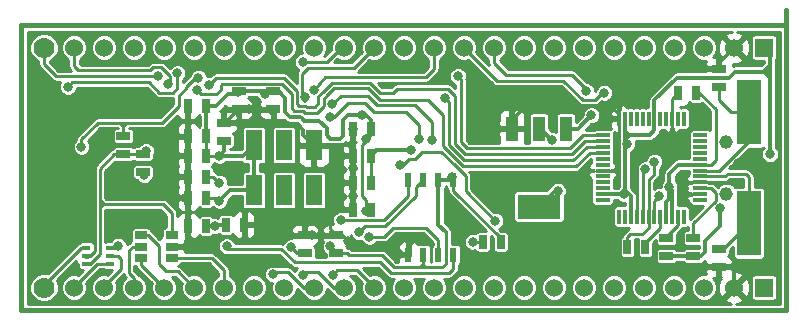
<source format=gbl>
G04 (created by PCBNEW-RS274X (2012-01-19 BZR 3256)-stable) date Thu 07 Mar 2013 02:54:08 AM COT*
G01*
G70*
G90*
%MOIN*%
G04 Gerber Fmt 3.4, Leading zero omitted, Abs format*
%FSLAX34Y34*%
G04 APERTURE LIST*
%ADD10C,0.006000*%
%ADD11C,0.015000*%
%ADD12R,0.045000X0.025000*%
%ADD13R,0.025000X0.045000*%
%ADD14C,0.045400*%
%ADD15R,0.144000X0.080000*%
%ADD16R,0.040000X0.080000*%
%ADD17R,0.020000X0.045000*%
%ADD18R,0.055000X0.100000*%
%ADD19R,0.026000X0.016000*%
%ADD20R,0.039400X0.027200*%
%ADD21R,0.011800X0.047200*%
%ADD22R,0.047200X0.011800*%
%ADD23R,0.078700X0.216500*%
%ADD24R,0.060000X0.060000*%
%ADD25C,0.060000*%
%ADD26C,0.070000*%
%ADD27C,0.031500*%
%ADD28C,0.009000*%
%ADD29C,0.014000*%
%ADD30C,0.010000*%
G04 APERTURE END LIST*
G54D10*
G54D11*
X44250Y-31250D02*
X44500Y-31250D01*
X44250Y-21750D02*
X44250Y-31250D01*
X69750Y-21750D02*
X69750Y-22000D01*
X44250Y-21750D02*
X69750Y-21750D01*
X69750Y-31250D02*
X44250Y-31250D01*
X69750Y-21250D02*
X69750Y-31250D01*
G54D12*
X47650Y-26050D03*
X47650Y-25450D03*
X48300Y-26650D03*
X48300Y-26050D03*
G54D13*
X60225Y-28975D03*
X59625Y-28975D03*
X50400Y-28450D03*
X49800Y-28450D03*
X50400Y-27500D03*
X49800Y-27500D03*
X50400Y-26100D03*
X49800Y-26100D03*
X50400Y-25450D03*
X49800Y-25450D03*
X50400Y-24450D03*
X49800Y-24450D03*
G54D12*
X51500Y-23950D03*
X51500Y-24550D03*
X52650Y-23950D03*
X52650Y-24550D03*
G54D13*
X51075Y-28400D03*
X51675Y-28400D03*
X55900Y-25200D03*
X55300Y-25200D03*
X55900Y-27900D03*
X55300Y-27900D03*
G54D12*
X54750Y-29350D03*
X54750Y-28750D03*
X53700Y-29350D03*
X53700Y-28750D03*
G54D13*
X50400Y-26800D03*
X49800Y-26800D03*
X55900Y-26100D03*
X55300Y-26100D03*
X55900Y-27000D03*
X55300Y-27000D03*
G54D14*
X67744Y-25634D03*
X67744Y-27366D03*
G54D15*
X61500Y-27800D03*
G54D16*
X61500Y-25200D03*
X62400Y-25200D03*
X60600Y-25200D03*
G54D17*
X58650Y-26900D03*
X58150Y-26900D03*
X57650Y-26900D03*
X57150Y-26900D03*
X57150Y-29400D03*
X57650Y-29400D03*
X58150Y-29400D03*
X58650Y-29400D03*
G54D12*
X51000Y-25600D03*
X51000Y-25000D03*
G54D18*
X52000Y-25750D03*
X53000Y-25750D03*
X54000Y-25750D03*
X54000Y-27250D03*
X53000Y-27250D03*
X52000Y-27250D03*
G54D19*
X47210Y-29180D03*
X47210Y-29700D03*
X47210Y-29440D03*
X46410Y-29700D03*
X46410Y-29180D03*
X46410Y-29440D03*
G54D20*
X49262Y-28756D03*
X49262Y-29504D03*
X49262Y-29130D03*
X48238Y-29504D03*
X48238Y-28756D03*
X48238Y-29130D03*
G54D12*
X65750Y-29450D03*
X65750Y-28850D03*
X66650Y-29450D03*
X66650Y-28850D03*
G54D13*
X64450Y-29150D03*
X65050Y-29150D03*
G54D12*
X67500Y-23200D03*
X67500Y-23800D03*
X67500Y-29800D03*
X67500Y-29200D03*
G54D13*
X66150Y-24000D03*
X66750Y-24000D03*
G54D21*
X66332Y-28133D03*
X66135Y-28133D03*
X65938Y-28133D03*
X65742Y-28133D03*
X65545Y-28133D03*
X65348Y-28133D03*
X65152Y-28133D03*
X64955Y-28133D03*
X64758Y-28133D03*
X64562Y-28133D03*
X64365Y-28133D03*
X64168Y-28133D03*
G54D22*
X63617Y-27582D03*
X63617Y-27385D03*
X63617Y-27188D03*
X63617Y-26992D03*
X63617Y-26795D03*
X63617Y-26598D03*
X63617Y-26402D03*
X63617Y-26205D03*
X63617Y-26008D03*
X63617Y-25812D03*
X63617Y-25615D03*
X63617Y-25418D03*
G54D21*
X64168Y-24867D03*
X64365Y-24867D03*
X64562Y-24867D03*
X64758Y-24867D03*
X64955Y-24867D03*
X65152Y-24867D03*
X65348Y-24867D03*
X65545Y-24867D03*
X65742Y-24867D03*
X65938Y-24867D03*
X66135Y-24867D03*
X66332Y-24867D03*
G54D22*
X66883Y-25418D03*
X66883Y-25615D03*
X66883Y-25812D03*
X66883Y-26008D03*
X66883Y-26205D03*
X66883Y-26402D03*
X66883Y-26598D03*
X66883Y-26795D03*
X66883Y-26992D03*
X66883Y-27188D03*
X66883Y-27385D03*
X66883Y-27582D03*
G54D23*
X68500Y-28350D03*
X68500Y-24650D03*
G54D24*
X69000Y-22500D03*
G54D25*
X68000Y-22500D03*
X67000Y-22500D03*
X66000Y-22500D03*
X65000Y-22500D03*
X64000Y-22500D03*
X63000Y-22500D03*
X62000Y-22500D03*
X61000Y-22500D03*
X60000Y-22500D03*
X59000Y-22500D03*
X58000Y-22500D03*
X57000Y-22500D03*
X56000Y-22500D03*
X55000Y-22500D03*
X54000Y-22500D03*
X53000Y-22500D03*
X52000Y-22500D03*
X51000Y-22500D03*
X50000Y-22500D03*
X49000Y-22500D03*
X48000Y-22500D03*
X47000Y-22500D03*
X46000Y-22500D03*
G54D26*
X45000Y-22500D03*
G54D24*
X69000Y-30500D03*
G54D25*
X68000Y-30500D03*
X67000Y-30500D03*
X66000Y-30500D03*
X65000Y-30500D03*
X64000Y-30500D03*
X63000Y-30500D03*
X62000Y-30500D03*
X61000Y-30500D03*
X60000Y-30500D03*
X59000Y-30500D03*
X58000Y-30500D03*
X57000Y-30500D03*
X56000Y-30500D03*
X55000Y-30500D03*
X54000Y-30500D03*
X53000Y-30500D03*
X52000Y-30500D03*
X51000Y-30500D03*
X50000Y-30500D03*
X49000Y-30500D03*
X48000Y-30500D03*
X47000Y-30500D03*
X46000Y-30500D03*
G54D26*
X45000Y-30500D03*
G54D27*
X61930Y-25580D03*
X62125Y-27275D03*
X57250Y-25910D03*
X53250Y-29150D03*
X50850Y-27000D03*
X55750Y-25550D03*
X58600Y-26800D03*
X69200Y-26050D03*
X52380Y-24030D03*
X51480Y-23970D03*
X64450Y-25700D03*
X55750Y-27950D03*
X54550Y-29120D03*
X50850Y-27600D03*
X50850Y-26100D03*
X55590Y-24760D03*
X50700Y-28450D03*
X64350Y-27385D03*
X48400Y-25950D03*
X63250Y-24750D03*
X67550Y-27850D03*
X65850Y-27150D03*
X58800Y-23450D03*
X50500Y-23750D03*
X58375Y-24175D03*
X50100Y-23900D03*
X47470Y-29110D03*
X55500Y-28650D03*
X51090Y-29120D03*
X54900Y-28250D03*
X55850Y-28800D03*
X59290Y-28970D03*
X54000Y-27510D03*
X48347Y-26750D03*
X45800Y-23800D03*
X49450Y-23350D03*
X49150Y-23700D03*
X48800Y-23450D03*
X53990Y-23900D03*
X53700Y-24160D03*
X46250Y-25800D03*
X50150Y-23500D03*
X52630Y-30060D03*
X53620Y-30070D03*
X54620Y-30070D03*
X56875Y-26400D03*
X60050Y-28275D03*
X54610Y-24390D03*
X57930Y-25570D03*
X63080Y-23950D03*
X63670Y-24000D03*
X54520Y-24820D03*
X57490Y-25560D03*
X53625Y-22975D03*
X65050Y-26550D03*
X65350Y-26300D03*
X52640Y-24610D03*
X64450Y-29850D03*
X61425Y-29850D03*
X59500Y-29850D03*
X51840Y-24550D03*
X65325Y-29850D03*
X49700Y-27500D03*
X48400Y-27400D03*
X63950Y-24500D03*
X48350Y-25300D03*
X55150Y-28950D03*
X55300Y-26500D03*
X57400Y-28850D03*
X55300Y-25200D03*
X53950Y-28750D03*
X60625Y-29625D03*
X62225Y-29850D03*
X63475Y-29850D03*
X49870Y-29150D03*
X68150Y-26350D03*
X61650Y-26850D03*
X62700Y-27100D03*
X62700Y-28150D03*
X63100Y-28150D03*
X47750Y-28250D03*
X51250Y-26500D03*
X54000Y-25750D03*
X68150Y-27000D03*
X55300Y-27450D03*
X49250Y-26850D03*
X65550Y-25850D03*
X49300Y-25250D03*
X65500Y-27450D03*
G54D28*
X69750Y-21250D02*
X69750Y-31250D01*
X69750Y-31250D02*
X44250Y-31250D01*
G54D29*
X55900Y-26100D02*
X56075Y-25925D01*
X61930Y-25580D02*
X61550Y-25200D01*
G54D28*
X50650Y-26800D02*
X50850Y-27000D01*
G54D29*
X62025Y-27275D02*
X61500Y-27800D01*
X57235Y-25925D02*
X56075Y-25925D01*
G54D28*
X53450Y-29350D02*
X53700Y-29350D01*
X55900Y-27000D02*
X55900Y-26100D01*
X50400Y-26800D02*
X50650Y-26800D01*
G54D29*
X61550Y-25200D02*
X61500Y-25200D01*
X57235Y-25925D02*
X57250Y-25910D01*
G54D28*
X53250Y-29150D02*
X53450Y-29350D01*
G54D29*
X62125Y-27275D02*
X62025Y-27275D01*
X54870Y-25530D02*
X54960Y-25440D01*
X54430Y-25180D02*
X54430Y-25410D01*
G54D28*
X50750Y-27500D02*
X50850Y-27600D01*
G54D29*
X69050Y-23350D02*
X69200Y-23500D01*
G54D28*
X46540Y-29700D02*
X46860Y-29380D01*
G54D29*
X54960Y-25170D02*
X54970Y-25180D01*
G54D28*
X55610Y-25750D02*
X55610Y-27450D01*
G54D29*
X54970Y-25180D02*
X54970Y-25250D01*
X69200Y-23500D02*
X69200Y-23250D01*
G54D28*
X47650Y-26050D02*
X48300Y-26050D01*
G54D29*
X65348Y-25252D02*
X65200Y-25400D01*
X53050Y-24430D02*
X53050Y-24175D01*
G54D28*
X46860Y-29380D02*
X46860Y-27820D01*
G54D29*
X54750Y-29350D02*
X54750Y-29320D01*
X65200Y-25400D02*
X64500Y-25400D01*
G54D28*
X58650Y-27275D02*
X58650Y-26900D01*
G54D29*
X64400Y-25300D02*
X64500Y-25400D01*
X64365Y-25585D02*
X64365Y-25750D01*
X64215Y-27385D02*
X63617Y-27385D01*
G54D28*
X52380Y-24030D02*
X52410Y-24000D01*
G54D29*
X54430Y-25410D02*
X54550Y-25530D01*
G54D28*
X57650Y-29740D02*
X57650Y-29720D01*
X46860Y-26530D02*
X47340Y-26050D01*
X57730Y-29820D02*
X57650Y-29740D01*
G54D29*
X51075Y-28400D02*
X50750Y-28400D01*
X51200Y-27250D02*
X52000Y-27250D01*
X54970Y-25250D02*
X54970Y-25160D01*
G54D28*
X55750Y-25610D02*
X55610Y-25750D01*
X50400Y-27500D02*
X50750Y-27500D01*
X46990Y-27710D02*
X46970Y-27710D01*
X46860Y-27710D02*
X46860Y-27580D01*
G54D29*
X69200Y-26050D02*
X69200Y-23500D01*
G54D28*
X55750Y-27950D02*
X55800Y-27900D01*
G54D29*
X69200Y-23100D02*
X69200Y-22700D01*
X64450Y-25700D02*
X64400Y-25750D01*
X51150Y-24050D02*
X50750Y-24450D01*
X64365Y-24867D02*
X64365Y-25300D01*
G54D28*
X55750Y-25550D02*
X55900Y-25400D01*
X48960Y-27720D02*
X46990Y-27720D01*
G54D29*
X50850Y-27600D02*
X51200Y-27250D01*
G54D28*
X57640Y-29720D02*
X57540Y-29820D01*
G54D29*
X53970Y-24930D02*
X54180Y-24930D01*
G54D28*
X56670Y-29820D02*
X56270Y-29420D01*
X55800Y-27900D02*
X55900Y-27900D01*
G54D29*
X53190Y-24800D02*
X53050Y-24660D01*
X64365Y-27250D02*
X64350Y-27250D01*
X64500Y-25400D02*
X64365Y-25400D01*
G54D28*
X46990Y-27710D02*
X46860Y-27580D01*
X55100Y-29350D02*
X55170Y-29420D01*
X46410Y-29700D02*
X46540Y-29700D01*
X54750Y-29350D02*
X55100Y-29350D01*
G54D29*
X64365Y-27265D02*
X64485Y-27385D01*
X69050Y-23300D02*
X68050Y-23300D01*
X64400Y-25750D02*
X64365Y-25750D01*
X67850Y-23500D02*
X66100Y-23500D01*
G54D28*
X57540Y-29820D02*
X56670Y-29820D01*
G54D29*
X68050Y-23300D02*
X67850Y-23500D01*
X65348Y-24867D02*
X65348Y-25252D01*
G54D28*
X60225Y-28975D02*
X60225Y-28850D01*
G54D29*
X64365Y-25300D02*
X64400Y-25300D01*
X50750Y-28400D02*
X50700Y-28450D01*
X69050Y-23300D02*
X69050Y-23250D01*
G54D28*
X50400Y-26100D02*
X50400Y-25450D01*
G54D29*
X58150Y-28400D02*
X58400Y-28650D01*
X58150Y-26900D02*
X58150Y-28400D01*
G54D28*
X57730Y-29820D02*
X57540Y-29820D01*
X48400Y-25950D02*
X48300Y-26050D01*
G54D29*
X64365Y-27250D02*
X64365Y-27265D01*
X64350Y-27250D02*
X64215Y-27385D01*
X64365Y-25750D02*
X64365Y-27250D01*
X64485Y-27385D02*
X64350Y-27385D01*
X51000Y-25600D02*
X51000Y-25950D01*
X64562Y-28133D02*
X64562Y-27462D01*
X51400Y-24050D02*
X51150Y-24050D01*
G54D28*
X49262Y-28756D02*
X49262Y-28022D01*
X47340Y-26050D02*
X47650Y-26050D01*
G54D29*
X54180Y-24930D02*
X54430Y-25180D01*
X55900Y-25200D02*
X55900Y-24920D01*
G54D28*
X46870Y-27710D02*
X46860Y-27710D01*
G54D29*
X50850Y-26100D02*
X51650Y-26100D01*
X55740Y-24760D02*
X55590Y-24760D01*
X58600Y-26800D02*
X58650Y-26875D01*
X52650Y-23950D02*
X52825Y-23950D01*
X66100Y-23500D02*
X65348Y-24252D01*
G54D28*
X55750Y-27590D02*
X55750Y-27950D01*
G54D29*
X52950Y-24075D02*
X52825Y-23950D01*
X54750Y-29320D02*
X54550Y-29120D01*
X50400Y-28450D02*
X50700Y-28450D01*
X64350Y-27385D02*
X64215Y-27385D01*
X64562Y-27462D02*
X64485Y-27385D01*
G54D28*
X46860Y-27720D02*
X46870Y-27710D01*
G54D29*
X58650Y-26900D02*
X58150Y-26900D01*
X69200Y-23250D02*
X69200Y-23100D01*
X53970Y-24930D02*
X53660Y-24930D01*
G54D28*
X58280Y-29820D02*
X57730Y-29820D01*
G54D29*
X51000Y-25950D02*
X50850Y-26100D01*
G54D28*
X55170Y-29420D02*
X56270Y-29420D01*
X58400Y-29700D02*
X58280Y-29820D01*
G54D29*
X69200Y-22700D02*
X69000Y-22500D01*
X69150Y-23300D02*
X69050Y-23300D01*
G54D28*
X51480Y-23970D02*
X51500Y-23950D01*
G54D29*
X50750Y-24450D02*
X50400Y-24450D01*
X64365Y-25300D02*
X64365Y-25400D01*
G54D28*
X57650Y-29720D02*
X57640Y-29720D01*
G54D29*
X53530Y-24800D02*
X53190Y-24800D01*
G54D28*
X49262Y-28022D02*
X48960Y-27720D01*
G54D29*
X54960Y-24920D02*
X55120Y-24760D01*
G54D28*
X58400Y-29700D02*
X58400Y-28650D01*
G54D29*
X54960Y-25170D02*
X54960Y-24920D01*
X69050Y-23250D02*
X69200Y-23100D01*
X54970Y-25160D02*
X54960Y-25170D01*
X58650Y-26875D02*
X58650Y-26900D01*
X64500Y-25400D02*
X64500Y-25450D01*
G54D28*
X46970Y-27710D02*
X46860Y-27820D01*
X55610Y-27450D02*
X55750Y-27590D01*
G54D29*
X55590Y-24760D02*
X55120Y-24760D01*
X52000Y-27250D02*
X52000Y-25750D01*
X69200Y-23250D02*
X69150Y-23300D01*
X54550Y-25530D02*
X54870Y-25530D01*
X64365Y-25400D02*
X64365Y-25585D01*
X54960Y-25440D02*
X54960Y-25170D01*
G54D28*
X52410Y-24000D02*
X52410Y-23950D01*
G54D29*
X50400Y-24450D02*
X50400Y-25450D01*
X55900Y-24920D02*
X55740Y-24760D01*
G54D28*
X55750Y-25550D02*
X55750Y-25610D01*
G54D29*
X53590Y-24860D02*
X53660Y-24930D01*
X65348Y-24252D02*
X65348Y-24867D01*
G54D28*
X60225Y-28850D02*
X58650Y-27275D01*
G54D29*
X52950Y-24075D02*
X53050Y-24175D01*
G54D28*
X50400Y-26100D02*
X50850Y-26100D01*
G54D29*
X69050Y-23300D02*
X69050Y-23350D01*
X51650Y-26100D02*
X52000Y-25750D01*
G54D28*
X46860Y-27820D02*
X46860Y-27710D01*
G54D29*
X52650Y-23950D02*
X52410Y-23950D01*
G54D28*
X46990Y-27720D02*
X46860Y-27720D01*
X57650Y-29720D02*
X57650Y-29400D01*
G54D29*
X53050Y-24660D02*
X53050Y-24430D01*
X51500Y-23950D02*
X51400Y-24050D01*
X64500Y-25450D02*
X64365Y-25585D01*
X52410Y-23950D02*
X51500Y-23950D01*
G54D28*
X46860Y-27580D02*
X46860Y-26530D01*
X46990Y-27720D02*
X46990Y-27710D01*
G54D29*
X53590Y-24860D02*
X53530Y-24800D01*
G54D28*
X55900Y-25400D02*
X55900Y-25200D01*
X66850Y-24000D02*
X67400Y-24550D01*
G54D29*
X62400Y-25200D02*
X62800Y-25200D01*
X62800Y-25200D02*
X63250Y-24750D01*
X65750Y-29450D02*
X66650Y-29450D01*
X65742Y-27700D02*
X65742Y-27658D01*
X65742Y-27658D02*
X65850Y-27550D01*
X65850Y-27550D02*
X65850Y-27150D01*
X66900Y-29450D02*
X67050Y-29300D01*
X67050Y-29300D02*
X67050Y-28950D01*
X67050Y-28950D02*
X67550Y-28450D01*
X67550Y-28450D02*
X67550Y-27850D01*
X66650Y-29450D02*
X66900Y-29450D01*
X65938Y-27238D02*
X65850Y-27150D01*
X65938Y-27462D02*
X65938Y-27238D01*
X65938Y-28133D02*
X65938Y-27462D01*
X66148Y-26402D02*
X65850Y-26700D01*
X65850Y-26700D02*
X65850Y-27150D01*
X66883Y-26402D02*
X66148Y-26402D01*
X65742Y-27658D02*
X65938Y-27462D01*
X65742Y-27700D02*
X65742Y-27700D01*
X65742Y-28133D02*
X65742Y-27700D01*
G54D28*
X66750Y-24000D02*
X66850Y-24000D01*
X67248Y-26402D02*
X66883Y-26402D01*
X67400Y-26250D02*
X67248Y-26402D01*
X67400Y-24550D02*
X67400Y-26250D01*
X48238Y-29738D02*
X49000Y-30500D01*
X48238Y-29504D02*
X48238Y-29738D01*
X47830Y-30010D02*
X47830Y-29260D01*
X48000Y-30180D02*
X47830Y-30010D01*
X47830Y-29260D02*
X47960Y-29130D01*
X47960Y-29130D02*
X48238Y-29130D01*
X48000Y-30500D02*
X48000Y-30180D01*
X48466Y-28756D02*
X48820Y-29110D01*
X48820Y-29110D02*
X48820Y-29700D01*
X48820Y-29700D02*
X49080Y-29960D01*
X48238Y-28756D02*
X48466Y-28756D01*
X49080Y-29960D02*
X49460Y-29960D01*
X49460Y-29960D02*
X50000Y-30500D01*
X50584Y-29504D02*
X51000Y-29920D01*
X49262Y-29504D02*
X50584Y-29504D01*
X51000Y-29920D02*
X51000Y-30500D01*
X58900Y-24500D02*
X58900Y-23550D01*
X58900Y-23550D02*
X58800Y-23450D01*
X62982Y-25418D02*
X62550Y-25850D01*
X62550Y-25850D02*
X59100Y-25850D01*
X59100Y-25850D02*
X58900Y-25650D01*
X58900Y-25650D02*
X58900Y-24500D01*
X63617Y-25418D02*
X62982Y-25418D01*
X54600Y-23675D02*
X54298Y-23977D01*
X55875Y-23675D02*
X54600Y-23675D01*
X56200Y-24000D02*
X55875Y-23675D01*
X53705Y-24435D02*
X53502Y-24435D01*
X52990Y-23500D02*
X52430Y-23500D01*
X53430Y-23940D02*
X52990Y-23500D01*
X53430Y-24363D02*
X53430Y-23940D01*
X53502Y-24435D02*
X53430Y-24363D01*
X54150Y-24360D02*
X54020Y-24490D01*
X54020Y-24490D02*
X53760Y-24490D01*
X63617Y-25615D02*
X63035Y-25615D01*
X56650Y-24000D02*
X56525Y-24000D01*
X58700Y-25700D02*
X58700Y-24250D01*
X59050Y-26050D02*
X58700Y-25700D01*
X62600Y-26050D02*
X59050Y-26050D01*
X63035Y-25615D02*
X62600Y-26050D01*
X52430Y-23500D02*
X50750Y-23500D01*
X50750Y-23500D02*
X50500Y-23750D01*
X58475Y-23875D02*
X56775Y-23875D01*
X56775Y-23875D02*
X56650Y-24000D01*
X58700Y-24100D02*
X58475Y-23875D01*
X58700Y-24250D02*
X58700Y-24100D01*
X54298Y-23977D02*
X54150Y-24125D01*
X53760Y-24490D02*
X53705Y-24435D01*
X54150Y-24125D02*
X54150Y-24360D01*
X56525Y-24000D02*
X56200Y-24000D01*
X63088Y-25812D02*
X62650Y-26250D01*
X62650Y-26250D02*
X59000Y-26250D01*
X59000Y-26250D02*
X58500Y-25750D01*
X58500Y-25750D02*
X58500Y-24300D01*
X58500Y-24300D02*
X58375Y-24175D01*
X63617Y-25812D02*
X63088Y-25812D01*
X50900Y-23750D02*
X50900Y-23900D01*
X52925Y-23700D02*
X50950Y-23700D01*
X50950Y-23700D02*
X50900Y-23750D01*
X50250Y-24050D02*
X50100Y-23900D01*
X53635Y-24605D02*
X53345Y-24605D01*
X53260Y-24520D02*
X53260Y-24260D01*
X53345Y-24605D02*
X53260Y-24520D01*
X53260Y-24035D02*
X52925Y-23700D01*
X53260Y-24260D02*
X53260Y-24035D01*
X54320Y-24340D02*
X54320Y-24440D01*
X54090Y-24670D02*
X53700Y-24670D01*
X54320Y-24440D02*
X54090Y-24670D01*
X50750Y-24050D02*
X50250Y-24050D01*
X50900Y-23900D02*
X50750Y-24050D01*
X54450Y-24075D02*
X54675Y-23850D01*
X55800Y-23850D02*
X56000Y-24050D01*
X54675Y-23850D02*
X55800Y-23850D01*
X58978Y-26450D02*
X58300Y-25772D01*
X59450Y-26450D02*
X58978Y-26450D01*
X63192Y-26008D02*
X62750Y-26450D01*
X62750Y-26450D02*
X59450Y-26450D01*
X63617Y-26008D02*
X63192Y-26008D01*
X56200Y-24250D02*
X56000Y-24050D01*
X57800Y-24250D02*
X56200Y-24250D01*
X58300Y-24750D02*
X57800Y-24250D01*
X58300Y-25772D02*
X58300Y-24750D01*
X54450Y-24075D02*
X54448Y-24077D01*
X54320Y-24205D02*
X54320Y-24340D01*
X53700Y-24670D02*
X53635Y-24605D01*
X54448Y-24077D02*
X54320Y-24205D01*
X46780Y-29700D02*
X46000Y-30480D01*
X46000Y-30480D02*
X46000Y-30500D01*
X47210Y-29700D02*
X46780Y-29700D01*
X47000Y-30450D02*
X47570Y-29880D01*
X47570Y-29880D02*
X47570Y-29550D01*
X47570Y-29550D02*
X47460Y-29440D01*
X47000Y-30500D02*
X47000Y-30450D01*
X47460Y-29440D02*
X47210Y-29440D01*
X47470Y-29110D02*
X47400Y-29180D01*
X47400Y-29180D02*
X47210Y-29180D01*
X56380Y-28450D02*
X55700Y-28450D01*
X57390Y-27160D02*
X57650Y-26900D01*
X57390Y-27440D02*
X57390Y-27160D01*
X56380Y-28450D02*
X57390Y-27440D01*
X55700Y-28450D02*
X55500Y-28650D01*
X52913Y-29213D02*
X51183Y-29213D01*
X51183Y-29213D02*
X51090Y-29120D01*
X56200Y-29660D02*
X53360Y-29660D01*
X58650Y-29870D02*
X58500Y-30020D01*
X58650Y-29400D02*
X58650Y-29870D01*
X56200Y-29660D02*
X56560Y-30020D01*
X53360Y-29660D02*
X52913Y-29213D01*
X58500Y-30020D02*
X56560Y-30020D01*
X57150Y-26900D02*
X57150Y-27440D01*
X57150Y-27440D02*
X56340Y-28250D01*
X56340Y-28250D02*
X54900Y-28250D01*
X58150Y-28925D02*
X57725Y-28500D01*
X57725Y-28500D02*
X56650Y-28500D01*
X56650Y-28500D02*
X56350Y-28800D01*
X56350Y-28800D02*
X55850Y-28800D01*
X58150Y-29400D02*
X58150Y-28925D01*
X59295Y-28975D02*
X59625Y-28975D01*
X59290Y-28970D02*
X59295Y-28975D01*
X54000Y-27510D02*
X54000Y-27250D01*
X48300Y-26703D02*
X48347Y-26750D01*
X48300Y-26650D02*
X48300Y-26703D01*
X49450Y-23850D02*
X49300Y-24000D01*
X49300Y-24000D02*
X48850Y-24000D01*
X48850Y-24000D02*
X48500Y-23650D01*
X48500Y-23650D02*
X45950Y-23650D01*
X45950Y-23650D02*
X45800Y-23800D01*
X49450Y-23350D02*
X49450Y-23850D01*
X46150Y-23250D02*
X46000Y-23100D01*
X48550Y-23250D02*
X46150Y-23250D01*
X48650Y-23150D02*
X48550Y-23250D01*
X48900Y-23150D02*
X48650Y-23150D01*
X49200Y-23450D02*
X48900Y-23150D01*
X46000Y-23100D02*
X46000Y-22500D01*
X49200Y-23650D02*
X49200Y-23450D01*
X49150Y-23700D02*
X49200Y-23650D01*
X48150Y-23450D02*
X45400Y-23450D01*
X45400Y-23450D02*
X45000Y-23050D01*
X45000Y-23050D02*
X45000Y-22500D01*
X48800Y-23450D02*
X48150Y-23450D01*
X58000Y-23210D02*
X58000Y-22500D01*
X57720Y-23490D02*
X58000Y-23210D01*
X54380Y-23490D02*
X57720Y-23490D01*
X53990Y-23900D02*
X54380Y-23490D01*
X53980Y-23175D02*
X55325Y-23175D01*
X53980Y-23180D02*
X53980Y-23175D01*
X53800Y-23180D02*
X53980Y-23180D01*
X53610Y-23370D02*
X53800Y-23180D01*
X53610Y-23480D02*
X53610Y-23370D01*
X55325Y-23175D02*
X56000Y-22500D01*
X53610Y-24188D02*
X53700Y-24278D01*
X53700Y-24278D02*
X53700Y-24160D01*
X53610Y-23480D02*
X53610Y-24188D01*
X47650Y-25100D02*
X47750Y-25000D01*
X47650Y-25100D02*
X47550Y-25000D01*
X47650Y-25450D02*
X47650Y-25100D01*
X46250Y-25550D02*
X46250Y-25800D01*
X47600Y-25000D02*
X46800Y-25000D01*
X47750Y-25000D02*
X47600Y-25000D01*
X49500Y-24100D02*
X49750Y-23850D01*
X47550Y-25000D02*
X47600Y-25000D01*
X46800Y-25000D02*
X46250Y-25550D01*
X49500Y-24200D02*
X49500Y-24100D01*
X49500Y-24450D02*
X48950Y-25000D01*
X48950Y-25000D02*
X47750Y-25000D01*
X49500Y-24200D02*
X49500Y-24450D01*
X49750Y-23800D02*
X49750Y-23850D01*
X50050Y-23500D02*
X49750Y-23800D01*
X50100Y-23500D02*
X50050Y-23500D01*
X50150Y-23500D02*
X50100Y-23500D01*
X46410Y-29180D02*
X46240Y-29180D01*
X46240Y-29180D02*
X45000Y-30420D01*
X45000Y-30420D02*
X45000Y-30500D01*
X54000Y-30500D02*
X53660Y-30500D01*
X52720Y-29970D02*
X52630Y-30060D01*
X53130Y-29970D02*
X52720Y-29970D01*
X53660Y-30500D02*
X53130Y-29970D01*
X54140Y-29970D02*
X53720Y-29970D01*
X53720Y-29970D02*
X53620Y-30070D01*
X55000Y-30500D02*
X54670Y-30500D01*
X54670Y-30500D02*
X54140Y-29970D01*
X54620Y-30070D02*
X54770Y-29920D01*
X56000Y-30480D02*
X56000Y-30500D01*
X55440Y-29920D02*
X56000Y-30480D01*
X54770Y-29920D02*
X55440Y-29920D01*
X60050Y-28275D02*
X59063Y-27288D01*
X59063Y-27288D02*
X59063Y-26788D01*
X56975Y-26400D02*
X57175Y-26200D01*
X57175Y-26200D02*
X57375Y-26200D01*
X57375Y-26200D02*
X57600Y-25975D01*
X57600Y-25975D02*
X58250Y-25975D01*
X58250Y-25975D02*
X58700Y-26425D01*
X56875Y-26400D02*
X56975Y-26400D01*
X58700Y-26425D02*
X59063Y-26788D01*
X57920Y-24970D02*
X57920Y-25620D01*
X57360Y-24410D02*
X57920Y-24970D01*
X63080Y-23950D02*
X63090Y-23910D01*
X60410Y-23410D02*
X60000Y-23000D01*
X62590Y-23410D02*
X60410Y-23410D01*
X63090Y-23910D02*
X62590Y-23410D01*
X55810Y-24110D02*
X56110Y-24410D01*
X54890Y-24110D02*
X55810Y-24110D01*
X54610Y-24390D02*
X54890Y-24110D01*
X56110Y-24410D02*
X57360Y-24410D01*
X57920Y-25620D02*
X57930Y-25610D01*
X57930Y-25610D02*
X57930Y-25570D01*
X60000Y-23000D02*
X60000Y-22500D01*
X60100Y-23600D02*
X59000Y-22500D01*
X62310Y-23600D02*
X60100Y-23600D01*
X62960Y-24250D02*
X62310Y-23600D01*
X63358Y-24250D02*
X62960Y-24250D01*
X63608Y-24000D02*
X63358Y-24250D01*
X63670Y-24000D02*
X63608Y-24000D01*
X54520Y-24820D02*
X54530Y-24810D01*
X54530Y-24810D02*
X54680Y-24810D01*
X54680Y-24810D02*
X55140Y-24350D01*
X55140Y-24350D02*
X55710Y-24350D01*
X55710Y-24350D02*
X56000Y-24640D01*
X56000Y-24640D02*
X57060Y-24640D01*
X57060Y-24640D02*
X57490Y-25070D01*
X57490Y-25070D02*
X57490Y-25560D01*
X54900Y-22500D02*
X55000Y-22500D01*
X54425Y-22975D02*
X54900Y-22500D01*
X54050Y-22975D02*
X54425Y-22975D01*
X53625Y-22975D02*
X54050Y-22975D01*
X64955Y-26645D02*
X65050Y-26550D01*
X64955Y-26950D02*
X64955Y-28133D01*
X64955Y-26950D02*
X64955Y-26645D01*
X64955Y-26645D02*
X64955Y-28133D01*
X65050Y-26550D02*
X64955Y-26645D01*
X65152Y-27000D02*
X65152Y-26898D01*
X64950Y-28700D02*
X64550Y-28700D01*
X64550Y-28700D02*
X64450Y-28800D01*
X64450Y-28800D02*
X64450Y-29150D01*
X65152Y-28498D02*
X64950Y-28700D01*
X64550Y-28700D02*
X64450Y-28800D01*
X64950Y-28700D02*
X64550Y-28700D01*
X64450Y-28800D02*
X64450Y-29150D01*
X65152Y-28133D02*
X65152Y-27000D01*
X65350Y-26700D02*
X65350Y-26300D01*
X65152Y-26898D02*
X65350Y-26700D01*
X65152Y-28133D02*
X65152Y-28498D01*
X65152Y-28498D02*
X64950Y-28700D01*
G54D29*
X53435Y-25035D02*
X52815Y-25035D01*
X52640Y-24860D02*
X52640Y-24610D01*
X52815Y-25035D02*
X52640Y-24860D01*
X52640Y-24610D02*
X52650Y-24550D01*
X52650Y-24600D02*
X52650Y-24550D01*
G54D28*
X64168Y-24867D02*
X64168Y-26382D01*
X57400Y-28850D02*
X57150Y-29100D01*
X57150Y-29100D02*
X57150Y-29400D01*
X61425Y-29850D02*
X59500Y-29850D01*
G54D29*
X52640Y-24610D02*
X52650Y-24600D01*
G54D28*
X64168Y-26382D02*
X63952Y-26598D01*
X55150Y-28950D02*
X54950Y-28750D01*
X49250Y-26850D02*
X49300Y-26800D01*
G54D29*
X55300Y-25600D02*
X55300Y-25650D01*
X55300Y-25650D02*
X55250Y-25700D01*
X55300Y-25900D02*
X55300Y-26100D01*
G54D28*
X46545Y-29440D02*
X46690Y-29295D01*
X68000Y-26992D02*
X68142Y-26992D01*
G54D29*
X68000Y-30500D02*
X68000Y-29900D01*
X68650Y-26450D02*
X68250Y-26450D01*
X68250Y-26450D02*
X68150Y-26350D01*
G54D28*
X67450Y-29850D02*
X67500Y-29800D01*
X60850Y-29850D02*
X61425Y-29850D01*
X61425Y-29850D02*
X62225Y-29850D01*
X61425Y-29850D02*
X61425Y-29850D01*
X62225Y-29850D02*
X63475Y-29850D01*
X63475Y-29850D02*
X64450Y-29850D01*
X64450Y-29850D02*
X65325Y-29850D01*
X65325Y-29850D02*
X67450Y-29850D01*
G54D29*
X55150Y-25750D02*
X55300Y-25900D01*
X49800Y-28450D02*
X49800Y-27500D01*
G54D28*
X64168Y-24718D02*
X63950Y-24500D01*
G54D29*
X55300Y-25700D02*
X55300Y-25200D01*
X49800Y-26100D02*
X49800Y-25450D01*
X54750Y-28750D02*
X53950Y-28750D01*
X55250Y-25700D02*
X55300Y-25700D01*
X55150Y-25750D02*
X55300Y-25600D01*
X55300Y-26500D02*
X55300Y-26100D01*
X54000Y-25750D02*
X55150Y-25750D01*
G54D28*
X49262Y-29130D02*
X49850Y-29130D01*
X48350Y-25510D02*
X48350Y-25300D01*
X46410Y-29440D02*
X46545Y-29440D01*
G54D29*
X51000Y-25000D02*
X51050Y-25000D01*
G54D28*
X54700Y-27900D02*
X54550Y-28050D01*
X49700Y-27500D02*
X49800Y-27500D01*
X49850Y-29130D02*
X49870Y-29150D01*
X55300Y-27900D02*
X54700Y-27900D01*
X64168Y-24867D02*
X64168Y-24718D01*
G54D29*
X53950Y-28750D02*
X53700Y-28750D01*
G54D28*
X49300Y-26800D02*
X49800Y-26800D01*
X60625Y-29625D02*
X60850Y-29850D01*
X66450Y-27385D02*
X66883Y-27385D01*
X48110Y-25750D02*
X48350Y-25510D01*
X46690Y-26120D02*
X47060Y-25750D01*
X47060Y-25750D02*
X48110Y-25750D01*
X49500Y-25450D02*
X49300Y-25250D01*
G54D29*
X51675Y-28400D02*
X51675Y-28850D01*
X51675Y-28850D02*
X51675Y-28875D01*
X51675Y-28875D02*
X51550Y-29000D01*
X53700Y-28750D02*
X52950Y-28750D01*
X52950Y-28750D02*
X52700Y-29000D01*
X52700Y-29000D02*
X51775Y-29000D01*
X50900Y-28800D02*
X50800Y-28900D01*
X51275Y-28800D02*
X50900Y-28800D01*
X51475Y-29000D02*
X51275Y-28800D01*
X51775Y-29000D02*
X51550Y-29000D01*
X53650Y-25400D02*
X53650Y-25250D01*
X53650Y-25250D02*
X53435Y-25035D01*
X69150Y-29450D02*
X69150Y-26950D01*
X69150Y-26950D02*
X68800Y-26600D01*
G54D28*
X50000Y-29020D02*
X50000Y-28900D01*
G54D29*
X55300Y-27450D02*
X55300Y-27000D01*
X55300Y-26100D02*
X55300Y-25700D01*
X52650Y-24550D02*
X51840Y-24550D01*
G54D28*
X49300Y-25250D02*
X49250Y-25300D01*
X54550Y-28050D02*
X54550Y-28550D01*
X55350Y-29150D02*
X55150Y-28950D01*
X56750Y-29150D02*
X55350Y-29150D01*
X57000Y-29400D02*
X56750Y-29150D01*
X57150Y-29400D02*
X57000Y-29400D01*
G54D29*
X55300Y-27900D02*
X55300Y-27450D01*
X51550Y-29000D02*
X51475Y-29000D01*
X51675Y-28850D02*
X51825Y-29000D01*
X51775Y-28950D02*
X51775Y-29000D01*
X51825Y-29000D02*
X51775Y-28950D01*
X63475Y-29850D02*
X63475Y-28525D01*
X62700Y-28150D02*
X62700Y-27100D01*
X63475Y-28525D02*
X63100Y-28150D01*
X62700Y-27100D02*
X62700Y-26850D01*
G54D28*
X54550Y-28550D02*
X54750Y-28750D01*
G54D29*
X60600Y-24920D02*
X60600Y-25200D01*
X61080Y-24440D02*
X60600Y-24920D01*
X63520Y-24440D02*
X61080Y-24440D01*
X63580Y-24500D02*
X63520Y-24440D01*
X54000Y-25750D02*
X53650Y-25400D01*
G54D28*
X68000Y-26992D02*
X68042Y-26992D01*
X49870Y-29150D02*
X50000Y-29020D01*
X68142Y-26992D02*
X68150Y-27000D01*
G54D29*
X62700Y-26850D02*
X61650Y-26850D01*
X68800Y-26600D02*
X68650Y-26450D01*
X67500Y-23000D02*
X68000Y-22500D01*
X67500Y-23200D02*
X67500Y-23000D01*
X49800Y-25450D02*
X49800Y-24450D01*
X49800Y-26800D02*
X49800Y-26100D01*
G54D28*
X65938Y-24867D02*
X65938Y-24212D01*
X65938Y-24212D02*
X66150Y-24000D01*
X66883Y-26992D02*
X66458Y-26992D01*
X66435Y-27385D02*
X66450Y-27385D01*
X66350Y-27300D02*
X66435Y-27385D01*
X66350Y-27100D02*
X66350Y-27300D01*
X66458Y-26992D02*
X66350Y-27100D01*
X65550Y-25850D02*
X65650Y-25850D01*
X65938Y-25562D02*
X65938Y-24867D01*
G54D29*
X51050Y-25000D02*
X51500Y-24550D01*
G54D28*
X49250Y-25300D02*
X48350Y-25300D01*
G54D29*
X49800Y-27500D02*
X49800Y-26800D01*
X50000Y-28900D02*
X49950Y-28900D01*
X50800Y-28900D02*
X50000Y-28900D01*
X49950Y-28900D02*
X49800Y-28750D01*
G54D28*
X63952Y-26598D02*
X63617Y-26598D01*
G54D29*
X68200Y-29700D02*
X68900Y-29700D01*
G54D28*
X64758Y-27058D02*
X64758Y-26192D01*
G54D29*
X67900Y-29800D02*
X68000Y-29900D01*
X68000Y-29900D02*
X68200Y-29700D01*
X67500Y-29800D02*
X67900Y-29800D01*
X48500Y-27500D02*
X48400Y-27400D01*
X63950Y-24500D02*
X63580Y-24500D01*
X68900Y-29700D02*
X69150Y-29450D01*
G54D28*
X65100Y-25850D02*
X65550Y-25850D01*
X64758Y-26192D02*
X65100Y-25850D01*
X64758Y-28133D02*
X64758Y-27058D01*
X64758Y-27058D02*
X64750Y-27050D01*
X54950Y-28750D02*
X54750Y-28750D01*
X65650Y-25850D02*
X65938Y-25562D01*
X66883Y-26992D02*
X68000Y-26992D01*
X68042Y-26992D02*
X68100Y-27050D01*
X49800Y-25450D02*
X49500Y-25450D01*
X46690Y-29295D02*
X46690Y-26120D01*
G54D29*
X51840Y-24550D02*
X51500Y-24550D01*
X49800Y-27500D02*
X48500Y-27500D01*
X55300Y-27000D02*
X55300Y-26500D01*
X49800Y-28750D02*
X49800Y-28450D01*
G54D28*
X66135Y-28415D02*
X65750Y-28800D01*
X65750Y-28800D02*
X65750Y-28850D01*
X66135Y-28133D02*
X66135Y-28415D01*
X68500Y-24650D02*
X67900Y-24650D01*
X67500Y-24250D02*
X67500Y-23800D01*
X67900Y-24650D02*
X67500Y-24250D01*
X67450Y-26598D02*
X66883Y-26598D01*
X67450Y-26598D02*
X67500Y-26598D01*
X67502Y-26598D02*
X68500Y-25600D01*
X68500Y-25600D02*
X68500Y-24650D01*
X67500Y-26598D02*
X67502Y-26598D01*
X65545Y-28133D02*
X65545Y-28505D01*
X65050Y-29000D02*
X65050Y-29150D01*
X65545Y-28505D02*
X65050Y-29000D01*
X65348Y-27602D02*
X65500Y-27450D01*
X65348Y-28133D02*
X65348Y-27602D01*
X66650Y-28850D02*
X66650Y-28350D01*
X66650Y-28350D02*
X67400Y-27600D01*
X67238Y-27188D02*
X66883Y-27188D01*
X67400Y-27350D02*
X67238Y-27188D01*
X67400Y-27600D02*
X67400Y-27350D01*
X68000Y-26700D02*
X68400Y-26700D01*
X68400Y-26700D02*
X68500Y-26800D01*
X68500Y-26800D02*
X68500Y-27050D01*
X67650Y-29200D02*
X68500Y-28350D01*
X67500Y-29200D02*
X67650Y-29200D01*
X68500Y-27050D02*
X68500Y-28350D01*
X67705Y-26795D02*
X67800Y-26700D01*
X67800Y-26700D02*
X68000Y-26700D01*
X66883Y-26795D02*
X67705Y-26795D01*
G54D10*
G36*
X46460Y-29481D02*
X46360Y-29481D01*
X46360Y-29480D01*
X46360Y-29400D01*
X46360Y-29399D01*
X46460Y-29399D01*
X46460Y-29400D01*
X46460Y-29480D01*
X46460Y-29481D01*
X46460Y-29481D01*
G37*
G54D30*
X46460Y-29481D02*
X46360Y-29481D01*
X46360Y-29480D01*
X46360Y-29400D01*
X46360Y-29399D01*
X46460Y-29399D01*
X46460Y-29400D01*
X46460Y-29480D01*
X46460Y-29481D01*
G54D10*
G36*
X49077Y-28481D02*
X49037Y-28481D01*
X48986Y-28502D01*
X48947Y-28542D01*
X48926Y-28593D01*
X48926Y-28648D01*
X48926Y-28782D01*
X48924Y-28783D01*
X48854Y-28853D01*
X48845Y-28874D01*
X48597Y-28625D01*
X48574Y-28609D01*
X48574Y-28592D01*
X48553Y-28541D01*
X48513Y-28502D01*
X48462Y-28481D01*
X48407Y-28481D01*
X48013Y-28481D01*
X47962Y-28502D01*
X47923Y-28542D01*
X47902Y-28593D01*
X47902Y-28648D01*
X47902Y-28920D01*
X47911Y-28943D01*
X47906Y-28955D01*
X47889Y-28959D01*
X47829Y-28999D01*
X47827Y-29001D01*
X47766Y-29062D01*
X47766Y-29051D01*
X47721Y-28942D01*
X47638Y-28859D01*
X47529Y-28814D01*
X47411Y-28814D01*
X47302Y-28859D01*
X47219Y-28942D01*
X47211Y-28961D01*
X47052Y-28961D01*
X47045Y-28963D01*
X47045Y-27905D01*
X48883Y-27905D01*
X49077Y-28099D01*
X49077Y-28481D01*
X49077Y-28481D01*
G37*
G54D30*
X49077Y-28481D02*
X49037Y-28481D01*
X48986Y-28502D01*
X48947Y-28542D01*
X48926Y-28593D01*
X48926Y-28648D01*
X48926Y-28782D01*
X48924Y-28783D01*
X48854Y-28853D01*
X48845Y-28874D01*
X48597Y-28625D01*
X48574Y-28609D01*
X48574Y-28592D01*
X48553Y-28541D01*
X48513Y-28502D01*
X48462Y-28481D01*
X48407Y-28481D01*
X48013Y-28481D01*
X47962Y-28502D01*
X47923Y-28542D01*
X47902Y-28593D01*
X47902Y-28648D01*
X47902Y-28920D01*
X47911Y-28943D01*
X47906Y-28955D01*
X47889Y-28959D01*
X47829Y-28999D01*
X47827Y-29001D01*
X47766Y-29062D01*
X47766Y-29051D01*
X47721Y-28942D01*
X47638Y-28859D01*
X47529Y-28814D01*
X47411Y-28814D01*
X47302Y-28859D01*
X47219Y-28942D01*
X47211Y-28961D01*
X47052Y-28961D01*
X47045Y-28963D01*
X47045Y-27905D01*
X48883Y-27905D01*
X49077Y-28099D01*
X49077Y-28481D01*
G54D10*
G36*
X51790Y-26611D02*
X51697Y-26611D01*
X51646Y-26632D01*
X51607Y-26672D01*
X51586Y-26723D01*
X51586Y-26778D01*
X51586Y-27040D01*
X51200Y-27040D01*
X51146Y-27050D01*
X51146Y-26941D01*
X51101Y-26832D01*
X51018Y-26749D01*
X50909Y-26704D01*
X50815Y-26704D01*
X50781Y-26669D01*
X50721Y-26629D01*
X50664Y-26617D01*
X50664Y-26547D01*
X50643Y-26496D01*
X50603Y-26457D01*
X50586Y-26450D01*
X50604Y-26443D01*
X50643Y-26403D01*
X50664Y-26352D01*
X50664Y-26333D01*
X50682Y-26351D01*
X50791Y-26396D01*
X50909Y-26396D01*
X51018Y-26351D01*
X51059Y-26310D01*
X51599Y-26310D01*
X51607Y-26329D01*
X51647Y-26368D01*
X51698Y-26389D01*
X51753Y-26389D01*
X51790Y-26389D01*
X51790Y-26611D01*
X51790Y-26611D01*
G37*
G54D30*
X51790Y-26611D02*
X51697Y-26611D01*
X51646Y-26632D01*
X51607Y-26672D01*
X51586Y-26723D01*
X51586Y-26778D01*
X51586Y-27040D01*
X51200Y-27040D01*
X51146Y-27050D01*
X51146Y-26941D01*
X51101Y-26832D01*
X51018Y-26749D01*
X50909Y-26704D01*
X50815Y-26704D01*
X50781Y-26669D01*
X50721Y-26629D01*
X50664Y-26617D01*
X50664Y-26547D01*
X50643Y-26496D01*
X50603Y-26457D01*
X50586Y-26450D01*
X50604Y-26443D01*
X50643Y-26403D01*
X50664Y-26352D01*
X50664Y-26333D01*
X50682Y-26351D01*
X50791Y-26396D01*
X50909Y-26396D01*
X51018Y-26351D01*
X51059Y-26310D01*
X51599Y-26310D01*
X51607Y-26329D01*
X51647Y-26368D01*
X51698Y-26389D01*
X51753Y-26389D01*
X51790Y-26389D01*
X51790Y-26611D01*
G54D10*
G36*
X57965Y-29063D02*
X57932Y-29097D01*
X57911Y-29148D01*
X57911Y-29203D01*
X57911Y-29635D01*
X57889Y-29635D01*
X57889Y-29597D01*
X57889Y-29147D01*
X57868Y-29096D01*
X57828Y-29057D01*
X57777Y-29036D01*
X57722Y-29036D01*
X57522Y-29036D01*
X57471Y-29057D01*
X57470Y-29057D01*
X57461Y-29034D01*
X57391Y-28964D01*
X57299Y-28926D01*
X57262Y-28925D01*
X57200Y-28987D01*
X57200Y-29300D01*
X57200Y-29350D01*
X57200Y-29450D01*
X57100Y-29450D01*
X57100Y-29350D01*
X57100Y-28987D01*
X57038Y-28925D01*
X57001Y-28926D01*
X56909Y-28964D01*
X56839Y-29034D01*
X56801Y-29125D01*
X56801Y-29224D01*
X56800Y-29288D01*
X56862Y-29350D01*
X57100Y-29350D01*
X57100Y-29450D01*
X57050Y-29450D01*
X56862Y-29450D01*
X56800Y-29512D01*
X56801Y-29576D01*
X56801Y-29635D01*
X56746Y-29635D01*
X56401Y-29289D01*
X56341Y-29249D01*
X56270Y-29235D01*
X55247Y-29235D01*
X55231Y-29219D01*
X55171Y-29179D01*
X55100Y-29165D01*
X55093Y-29146D01*
X55056Y-29110D01*
X55116Y-29086D01*
X55186Y-29016D01*
X55224Y-28924D01*
X55225Y-28862D01*
X55213Y-28850D01*
X55225Y-28850D01*
X55225Y-28759D01*
X55249Y-28818D01*
X55332Y-28901D01*
X55441Y-28946D01*
X55559Y-28946D01*
X55585Y-28935D01*
X55599Y-28968D01*
X55682Y-29051D01*
X55791Y-29096D01*
X55909Y-29096D01*
X56018Y-29051D01*
X56084Y-28985D01*
X56350Y-28985D01*
X56421Y-28971D01*
X56481Y-28931D01*
X56727Y-28685D01*
X57648Y-28685D01*
X57965Y-29002D01*
X57965Y-29063D01*
X57965Y-29063D01*
G37*
G54D30*
X57965Y-29063D02*
X57932Y-29097D01*
X57911Y-29148D01*
X57911Y-29203D01*
X57911Y-29635D01*
X57889Y-29635D01*
X57889Y-29597D01*
X57889Y-29147D01*
X57868Y-29096D01*
X57828Y-29057D01*
X57777Y-29036D01*
X57722Y-29036D01*
X57522Y-29036D01*
X57471Y-29057D01*
X57470Y-29057D01*
X57461Y-29034D01*
X57391Y-28964D01*
X57299Y-28926D01*
X57262Y-28925D01*
X57200Y-28987D01*
X57200Y-29300D01*
X57200Y-29350D01*
X57200Y-29450D01*
X57100Y-29450D01*
X57100Y-29350D01*
X57100Y-28987D01*
X57038Y-28925D01*
X57001Y-28926D01*
X56909Y-28964D01*
X56839Y-29034D01*
X56801Y-29125D01*
X56801Y-29224D01*
X56800Y-29288D01*
X56862Y-29350D01*
X57100Y-29350D01*
X57100Y-29450D01*
X57050Y-29450D01*
X56862Y-29450D01*
X56800Y-29512D01*
X56801Y-29576D01*
X56801Y-29635D01*
X56746Y-29635D01*
X56401Y-29289D01*
X56341Y-29249D01*
X56270Y-29235D01*
X55247Y-29235D01*
X55231Y-29219D01*
X55171Y-29179D01*
X55100Y-29165D01*
X55093Y-29146D01*
X55056Y-29110D01*
X55116Y-29086D01*
X55186Y-29016D01*
X55224Y-28924D01*
X55225Y-28862D01*
X55213Y-28850D01*
X55225Y-28850D01*
X55225Y-28759D01*
X55249Y-28818D01*
X55332Y-28901D01*
X55441Y-28946D01*
X55559Y-28946D01*
X55585Y-28935D01*
X55599Y-28968D01*
X55682Y-29051D01*
X55791Y-29096D01*
X55909Y-29096D01*
X56018Y-29051D01*
X56084Y-28985D01*
X56350Y-28985D01*
X56421Y-28971D01*
X56481Y-28931D01*
X56727Y-28685D01*
X57648Y-28685D01*
X57965Y-29002D01*
X57965Y-29063D01*
G54D10*
G36*
X64155Y-27148D02*
X64128Y-27175D01*
X63992Y-27175D01*
X63992Y-27101D01*
X63987Y-27089D01*
X63992Y-27078D01*
X63992Y-27023D01*
X63992Y-26905D01*
X63987Y-26893D01*
X63992Y-26881D01*
X63992Y-26868D01*
X63994Y-26868D01*
X64064Y-26798D01*
X64102Y-26707D01*
X64102Y-26688D01*
X64041Y-26627D01*
X63940Y-26627D01*
X63931Y-26618D01*
X63884Y-26598D01*
X63932Y-26579D01*
X63941Y-26569D01*
X64041Y-26569D01*
X64102Y-26508D01*
X64102Y-26489D01*
X64064Y-26398D01*
X63994Y-26328D01*
X63992Y-26327D01*
X63992Y-26315D01*
X63987Y-26303D01*
X63992Y-26291D01*
X63992Y-26236D01*
X63992Y-26118D01*
X63987Y-26106D01*
X63992Y-26094D01*
X63992Y-26039D01*
X63992Y-25921D01*
X63987Y-25909D01*
X63992Y-25898D01*
X63992Y-25843D01*
X63992Y-25725D01*
X63987Y-25713D01*
X63992Y-25701D01*
X63992Y-25646D01*
X63992Y-25528D01*
X63987Y-25516D01*
X63992Y-25504D01*
X63992Y-25449D01*
X63992Y-25331D01*
X63988Y-25322D01*
X64060Y-25352D01*
X64068Y-25352D01*
X64068Y-25353D01*
X64077Y-25353D01*
X64155Y-25353D01*
X64155Y-25400D01*
X64155Y-25585D01*
X64155Y-25638D01*
X64154Y-25641D01*
X64154Y-25759D01*
X64155Y-25761D01*
X64155Y-27148D01*
X64155Y-27148D01*
G37*
G54D30*
X64155Y-27148D02*
X64128Y-27175D01*
X63992Y-27175D01*
X63992Y-27101D01*
X63987Y-27089D01*
X63992Y-27078D01*
X63992Y-27023D01*
X63992Y-26905D01*
X63987Y-26893D01*
X63992Y-26881D01*
X63992Y-26868D01*
X63994Y-26868D01*
X64064Y-26798D01*
X64102Y-26707D01*
X64102Y-26688D01*
X64041Y-26627D01*
X63940Y-26627D01*
X63931Y-26618D01*
X63884Y-26598D01*
X63932Y-26579D01*
X63941Y-26569D01*
X64041Y-26569D01*
X64102Y-26508D01*
X64102Y-26489D01*
X64064Y-26398D01*
X63994Y-26328D01*
X63992Y-26327D01*
X63992Y-26315D01*
X63987Y-26303D01*
X63992Y-26291D01*
X63992Y-26236D01*
X63992Y-26118D01*
X63987Y-26106D01*
X63992Y-26094D01*
X63992Y-26039D01*
X63992Y-25921D01*
X63987Y-25909D01*
X63992Y-25898D01*
X63992Y-25843D01*
X63992Y-25725D01*
X63987Y-25713D01*
X63992Y-25701D01*
X63992Y-25646D01*
X63992Y-25528D01*
X63987Y-25516D01*
X63992Y-25504D01*
X63992Y-25449D01*
X63992Y-25331D01*
X63988Y-25322D01*
X64060Y-25352D01*
X64068Y-25352D01*
X64068Y-25353D01*
X64077Y-25353D01*
X64155Y-25353D01*
X64155Y-25400D01*
X64155Y-25585D01*
X64155Y-25638D01*
X64154Y-25641D01*
X64154Y-25759D01*
X64155Y-25761D01*
X64155Y-27148D01*
G54D10*
G36*
X66200Y-24050D02*
X66100Y-24050D01*
X66100Y-23950D01*
X66200Y-23950D01*
X66200Y-24050D01*
X66200Y-24050D01*
G37*
G54D30*
X66200Y-24050D02*
X66100Y-24050D01*
X66100Y-23950D01*
X66200Y-23950D01*
X66200Y-24050D01*
G54D10*
G36*
X66958Y-27780D02*
X66530Y-28208D01*
X66530Y-27869D01*
X66509Y-27818D01*
X66469Y-27779D01*
X66418Y-27758D01*
X66363Y-27758D01*
X66245Y-27758D01*
X66233Y-27762D01*
X66221Y-27758D01*
X66166Y-27758D01*
X66148Y-27758D01*
X66148Y-27462D01*
X66148Y-27238D01*
X66143Y-27215D01*
X66146Y-27209D01*
X66146Y-27091D01*
X66101Y-26982D01*
X66060Y-26941D01*
X66060Y-26786D01*
X66234Y-26612D01*
X66508Y-26612D01*
X66508Y-26685D01*
X66512Y-26697D01*
X66508Y-26709D01*
X66508Y-26721D01*
X66506Y-26722D01*
X66436Y-26792D01*
X66398Y-26883D01*
X66398Y-26902D01*
X66459Y-26963D01*
X66559Y-26963D01*
X66569Y-26972D01*
X66615Y-26991D01*
X66568Y-27011D01*
X66558Y-27021D01*
X66459Y-27021D01*
X66398Y-27082D01*
X66398Y-27101D01*
X66434Y-27188D01*
X66398Y-27276D01*
X66398Y-27295D01*
X66459Y-27356D01*
X66559Y-27356D01*
X66569Y-27365D01*
X66617Y-27384D01*
X66568Y-27405D01*
X66559Y-27414D01*
X66459Y-27414D01*
X66398Y-27475D01*
X66398Y-27494D01*
X66436Y-27585D01*
X66506Y-27655D01*
X66508Y-27655D01*
X66508Y-27669D01*
X66529Y-27720D01*
X66569Y-27759D01*
X66620Y-27780D01*
X66675Y-27780D01*
X66958Y-27780D01*
X66958Y-27780D01*
G37*
G54D30*
X66958Y-27780D02*
X66530Y-28208D01*
X66530Y-27869D01*
X66509Y-27818D01*
X66469Y-27779D01*
X66418Y-27758D01*
X66363Y-27758D01*
X66245Y-27758D01*
X66233Y-27762D01*
X66221Y-27758D01*
X66166Y-27758D01*
X66148Y-27758D01*
X66148Y-27462D01*
X66148Y-27238D01*
X66143Y-27215D01*
X66146Y-27209D01*
X66146Y-27091D01*
X66101Y-26982D01*
X66060Y-26941D01*
X66060Y-26786D01*
X66234Y-26612D01*
X66508Y-26612D01*
X66508Y-26685D01*
X66512Y-26697D01*
X66508Y-26709D01*
X66508Y-26721D01*
X66506Y-26722D01*
X66436Y-26792D01*
X66398Y-26883D01*
X66398Y-26902D01*
X66459Y-26963D01*
X66559Y-26963D01*
X66569Y-26972D01*
X66615Y-26991D01*
X66568Y-27011D01*
X66558Y-27021D01*
X66459Y-27021D01*
X66398Y-27082D01*
X66398Y-27101D01*
X66434Y-27188D01*
X66398Y-27276D01*
X66398Y-27295D01*
X66459Y-27356D01*
X66559Y-27356D01*
X66569Y-27365D01*
X66617Y-27384D01*
X66568Y-27405D01*
X66559Y-27414D01*
X66459Y-27414D01*
X66398Y-27475D01*
X66398Y-27494D01*
X66436Y-27585D01*
X66506Y-27655D01*
X66508Y-27655D01*
X66508Y-27669D01*
X66529Y-27720D01*
X66569Y-27759D01*
X66620Y-27780D01*
X66675Y-27780D01*
X66958Y-27780D01*
G54D10*
G36*
X67215Y-25258D02*
X67197Y-25241D01*
X67146Y-25220D01*
X67091Y-25220D01*
X66619Y-25220D01*
X66568Y-25241D01*
X66529Y-25281D01*
X66508Y-25332D01*
X66508Y-25387D01*
X66508Y-25505D01*
X66512Y-25517D01*
X66508Y-25529D01*
X66508Y-25584D01*
X66508Y-25702D01*
X66512Y-25714D01*
X66508Y-25726D01*
X66508Y-25781D01*
X66508Y-25899D01*
X66512Y-25910D01*
X66508Y-25922D01*
X66508Y-25977D01*
X66508Y-26095D01*
X66512Y-26107D01*
X66508Y-26119D01*
X66508Y-26174D01*
X66508Y-26192D01*
X66148Y-26192D01*
X66068Y-26208D01*
X66045Y-26223D01*
X65999Y-26254D01*
X65702Y-26552D01*
X65656Y-26619D01*
X65653Y-26632D01*
X65640Y-26700D01*
X65640Y-26941D01*
X65599Y-26982D01*
X65554Y-27091D01*
X65554Y-27154D01*
X65441Y-27154D01*
X65337Y-27196D01*
X65337Y-27000D01*
X65337Y-26975D01*
X65481Y-26831D01*
X65521Y-26771D01*
X65535Y-26700D01*
X65535Y-26534D01*
X65601Y-26468D01*
X65646Y-26359D01*
X65646Y-26241D01*
X65601Y-26132D01*
X65518Y-26049D01*
X65409Y-26004D01*
X65291Y-26004D01*
X65182Y-26049D01*
X65099Y-26132D01*
X65054Y-26241D01*
X65054Y-26254D01*
X64991Y-26254D01*
X64882Y-26299D01*
X64799Y-26382D01*
X64754Y-26491D01*
X64754Y-26609D01*
X64770Y-26647D01*
X64770Y-26950D01*
X64770Y-27452D01*
X64756Y-27382D01*
X64755Y-27381D01*
X64740Y-27359D01*
X64710Y-27314D01*
X64710Y-27313D01*
X64634Y-27238D01*
X64633Y-27237D01*
X64633Y-27236D01*
X64575Y-27178D01*
X64575Y-25968D01*
X64618Y-25951D01*
X64701Y-25868D01*
X64746Y-25759D01*
X64746Y-25641D01*
X64733Y-25610D01*
X65200Y-25610D01*
X65200Y-25609D01*
X65267Y-25596D01*
X65280Y-25594D01*
X65281Y-25594D01*
X65348Y-25548D01*
X65496Y-25401D01*
X65496Y-25400D01*
X65542Y-25333D01*
X65542Y-25332D01*
X65544Y-25319D01*
X65557Y-25252D01*
X65558Y-25252D01*
X65558Y-25242D01*
X65632Y-25242D01*
X65644Y-25237D01*
X65656Y-25242D01*
X65667Y-25242D01*
X65668Y-25244D01*
X65738Y-25314D01*
X65830Y-25352D01*
X65847Y-25353D01*
X65909Y-25291D01*
X65909Y-25191D01*
X65919Y-25181D01*
X65938Y-25134D01*
X65958Y-25182D01*
X65967Y-25190D01*
X65967Y-25291D01*
X66029Y-25353D01*
X66046Y-25352D01*
X66138Y-25314D01*
X66208Y-25244D01*
X66208Y-25242D01*
X66222Y-25242D01*
X66234Y-25237D01*
X66246Y-25242D01*
X66301Y-25242D01*
X66419Y-25242D01*
X66470Y-25221D01*
X66509Y-25181D01*
X66530Y-25130D01*
X66530Y-25075D01*
X66530Y-24603D01*
X66509Y-24552D01*
X66469Y-24513D01*
X66418Y-24492D01*
X66363Y-24492D01*
X66245Y-24492D01*
X66233Y-24496D01*
X66221Y-24492D01*
X66208Y-24492D01*
X66208Y-24490D01*
X66193Y-24475D01*
X66250Y-24475D01*
X66250Y-24463D01*
X66262Y-24475D01*
X66324Y-24474D01*
X66416Y-24436D01*
X66486Y-24366D01*
X66510Y-24307D01*
X66547Y-24343D01*
X66598Y-24364D01*
X66653Y-24364D01*
X66903Y-24364D01*
X66937Y-24349D01*
X67215Y-24626D01*
X67215Y-25258D01*
X67215Y-25258D01*
G37*
G54D30*
X67215Y-25258D02*
X67197Y-25241D01*
X67146Y-25220D01*
X67091Y-25220D01*
X66619Y-25220D01*
X66568Y-25241D01*
X66529Y-25281D01*
X66508Y-25332D01*
X66508Y-25387D01*
X66508Y-25505D01*
X66512Y-25517D01*
X66508Y-25529D01*
X66508Y-25584D01*
X66508Y-25702D01*
X66512Y-25714D01*
X66508Y-25726D01*
X66508Y-25781D01*
X66508Y-25899D01*
X66512Y-25910D01*
X66508Y-25922D01*
X66508Y-25977D01*
X66508Y-26095D01*
X66512Y-26107D01*
X66508Y-26119D01*
X66508Y-26174D01*
X66508Y-26192D01*
X66148Y-26192D01*
X66068Y-26208D01*
X66045Y-26223D01*
X65999Y-26254D01*
X65702Y-26552D01*
X65656Y-26619D01*
X65653Y-26632D01*
X65640Y-26700D01*
X65640Y-26941D01*
X65599Y-26982D01*
X65554Y-27091D01*
X65554Y-27154D01*
X65441Y-27154D01*
X65337Y-27196D01*
X65337Y-27000D01*
X65337Y-26975D01*
X65481Y-26831D01*
X65521Y-26771D01*
X65535Y-26700D01*
X65535Y-26534D01*
X65601Y-26468D01*
X65646Y-26359D01*
X65646Y-26241D01*
X65601Y-26132D01*
X65518Y-26049D01*
X65409Y-26004D01*
X65291Y-26004D01*
X65182Y-26049D01*
X65099Y-26132D01*
X65054Y-26241D01*
X65054Y-26254D01*
X64991Y-26254D01*
X64882Y-26299D01*
X64799Y-26382D01*
X64754Y-26491D01*
X64754Y-26609D01*
X64770Y-26647D01*
X64770Y-26950D01*
X64770Y-27452D01*
X64756Y-27382D01*
X64755Y-27381D01*
X64740Y-27359D01*
X64710Y-27314D01*
X64710Y-27313D01*
X64634Y-27238D01*
X64633Y-27237D01*
X64633Y-27236D01*
X64575Y-27178D01*
X64575Y-25968D01*
X64618Y-25951D01*
X64701Y-25868D01*
X64746Y-25759D01*
X64746Y-25641D01*
X64733Y-25610D01*
X65200Y-25610D01*
X65200Y-25609D01*
X65267Y-25596D01*
X65280Y-25594D01*
X65281Y-25594D01*
X65348Y-25548D01*
X65496Y-25401D01*
X65496Y-25400D01*
X65542Y-25333D01*
X65542Y-25332D01*
X65544Y-25319D01*
X65557Y-25252D01*
X65558Y-25252D01*
X65558Y-25242D01*
X65632Y-25242D01*
X65644Y-25237D01*
X65656Y-25242D01*
X65667Y-25242D01*
X65668Y-25244D01*
X65738Y-25314D01*
X65830Y-25352D01*
X65847Y-25353D01*
X65909Y-25291D01*
X65909Y-25191D01*
X65919Y-25181D01*
X65938Y-25134D01*
X65958Y-25182D01*
X65967Y-25190D01*
X65967Y-25291D01*
X66029Y-25353D01*
X66046Y-25352D01*
X66138Y-25314D01*
X66208Y-25244D01*
X66208Y-25242D01*
X66222Y-25242D01*
X66234Y-25237D01*
X66246Y-25242D01*
X66301Y-25242D01*
X66419Y-25242D01*
X66470Y-25221D01*
X66509Y-25181D01*
X66530Y-25130D01*
X66530Y-25075D01*
X66530Y-24603D01*
X66509Y-24552D01*
X66469Y-24513D01*
X66418Y-24492D01*
X66363Y-24492D01*
X66245Y-24492D01*
X66233Y-24496D01*
X66221Y-24492D01*
X66208Y-24492D01*
X66208Y-24490D01*
X66193Y-24475D01*
X66250Y-24475D01*
X66250Y-24463D01*
X66262Y-24475D01*
X66324Y-24474D01*
X66416Y-24436D01*
X66486Y-24366D01*
X66510Y-24307D01*
X66547Y-24343D01*
X66598Y-24364D01*
X66653Y-24364D01*
X66903Y-24364D01*
X66937Y-24349D01*
X67215Y-24626D01*
X67215Y-25258D01*
G54D10*
G36*
X68315Y-27129D02*
X68079Y-27129D01*
X68041Y-27144D01*
X67952Y-27055D01*
X67817Y-26999D01*
X67671Y-26999D01*
X67536Y-27055D01*
X67451Y-27139D01*
X67369Y-27057D01*
X67368Y-27056D01*
X67309Y-27017D01*
X67238Y-27003D01*
X67177Y-27003D01*
X67150Y-26991D01*
X67178Y-26980D01*
X67368Y-26980D01*
X67705Y-26980D01*
X67776Y-26966D01*
X67836Y-26926D01*
X67877Y-26885D01*
X68000Y-26885D01*
X68315Y-26885D01*
X68315Y-27050D01*
X68315Y-27129D01*
X68315Y-27129D01*
G37*
G54D30*
X68315Y-27129D02*
X68079Y-27129D01*
X68041Y-27144D01*
X67952Y-27055D01*
X67817Y-26999D01*
X67671Y-26999D01*
X67536Y-27055D01*
X67451Y-27139D01*
X67369Y-27057D01*
X67368Y-27056D01*
X67309Y-27017D01*
X67238Y-27003D01*
X67177Y-27003D01*
X67150Y-26991D01*
X67178Y-26980D01*
X67368Y-26980D01*
X67705Y-26980D01*
X67776Y-26966D01*
X67836Y-26926D01*
X67877Y-26885D01*
X68000Y-26885D01*
X68315Y-26885D01*
X68315Y-27050D01*
X68315Y-27129D01*
G54D10*
G36*
X69535Y-31035D02*
X69496Y-31035D01*
X69496Y-26109D01*
X69496Y-25991D01*
X69451Y-25882D01*
X69410Y-25841D01*
X69410Y-23500D01*
X69410Y-23250D01*
X69410Y-23100D01*
X69410Y-22886D01*
X69418Y-22878D01*
X69439Y-22827D01*
X69439Y-22772D01*
X69439Y-22172D01*
X69418Y-22121D01*
X69378Y-22082D01*
X69327Y-22061D01*
X69272Y-22061D01*
X68672Y-22061D01*
X68621Y-22082D01*
X68582Y-22122D01*
X68561Y-22173D01*
X68561Y-22228D01*
X68561Y-22828D01*
X68582Y-22879D01*
X68622Y-22918D01*
X68673Y-22939D01*
X68728Y-22939D01*
X68990Y-22939D01*
X68990Y-23013D01*
X68913Y-23090D01*
X68543Y-23090D01*
X68543Y-22579D01*
X68532Y-22366D01*
X68472Y-22219D01*
X68378Y-22192D01*
X68071Y-22500D01*
X68378Y-22808D01*
X68472Y-22781D01*
X68543Y-22579D01*
X68543Y-23090D01*
X68050Y-23090D01*
X67975Y-23105D01*
X67975Y-23100D01*
X67962Y-23100D01*
X67975Y-23088D01*
X67974Y-23040D01*
X68134Y-23032D01*
X68281Y-22972D01*
X68308Y-22878D01*
X68035Y-22606D01*
X68000Y-22571D01*
X67929Y-22500D01*
X67894Y-22465D01*
X67622Y-22192D01*
X67528Y-22219D01*
X67457Y-22421D01*
X67468Y-22634D01*
X67528Y-22781D01*
X67566Y-22792D01*
X67534Y-22825D01*
X67573Y-22864D01*
X67550Y-22887D01*
X67550Y-23100D01*
X67550Y-23150D01*
X67550Y-23250D01*
X67450Y-23250D01*
X67450Y-23150D01*
X67450Y-22887D01*
X67388Y-22825D01*
X67324Y-22826D01*
X67294Y-22826D01*
X67372Y-22749D01*
X67439Y-22588D01*
X67439Y-22413D01*
X67372Y-22252D01*
X67249Y-22128D01*
X67088Y-22061D01*
X66913Y-22061D01*
X66752Y-22128D01*
X66628Y-22251D01*
X66561Y-22412D01*
X66561Y-22587D01*
X66628Y-22748D01*
X66751Y-22872D01*
X66912Y-22939D01*
X67061Y-22939D01*
X67026Y-23026D01*
X67025Y-23088D01*
X67087Y-23150D01*
X67450Y-23150D01*
X67450Y-23250D01*
X67400Y-23250D01*
X67087Y-23250D01*
X67047Y-23290D01*
X66439Y-23290D01*
X66439Y-22588D01*
X66439Y-22413D01*
X66372Y-22252D01*
X66249Y-22128D01*
X66088Y-22061D01*
X65913Y-22061D01*
X65752Y-22128D01*
X65628Y-22251D01*
X65561Y-22412D01*
X65561Y-22587D01*
X65628Y-22748D01*
X65751Y-22872D01*
X65912Y-22939D01*
X66087Y-22939D01*
X66248Y-22872D01*
X66372Y-22749D01*
X66439Y-22588D01*
X66439Y-23290D01*
X66100Y-23290D01*
X66020Y-23306D01*
X65997Y-23321D01*
X65951Y-23352D01*
X65439Y-23864D01*
X65439Y-22588D01*
X65439Y-22413D01*
X65372Y-22252D01*
X65249Y-22128D01*
X65088Y-22061D01*
X64913Y-22061D01*
X64752Y-22128D01*
X64628Y-22251D01*
X64561Y-22412D01*
X64561Y-22587D01*
X64628Y-22748D01*
X64751Y-22872D01*
X64912Y-22939D01*
X65087Y-22939D01*
X65248Y-22872D01*
X65372Y-22749D01*
X65439Y-22588D01*
X65439Y-23864D01*
X65200Y-24104D01*
X65154Y-24171D01*
X65151Y-24184D01*
X65138Y-24252D01*
X65138Y-24492D01*
X65065Y-24492D01*
X65053Y-24496D01*
X65041Y-24492D01*
X64986Y-24492D01*
X64868Y-24492D01*
X64856Y-24496D01*
X64844Y-24492D01*
X64789Y-24492D01*
X64671Y-24492D01*
X64659Y-24496D01*
X64648Y-24492D01*
X64593Y-24492D01*
X64475Y-24492D01*
X64463Y-24496D01*
X64451Y-24492D01*
X64439Y-24492D01*
X64439Y-22588D01*
X64439Y-22413D01*
X64372Y-22252D01*
X64249Y-22128D01*
X64088Y-22061D01*
X63913Y-22061D01*
X63752Y-22128D01*
X63628Y-22251D01*
X63561Y-22412D01*
X63561Y-22587D01*
X63628Y-22748D01*
X63751Y-22872D01*
X63912Y-22939D01*
X64087Y-22939D01*
X64248Y-22872D01*
X64372Y-22749D01*
X64439Y-22588D01*
X64439Y-24492D01*
X64438Y-24492D01*
X64438Y-24490D01*
X64368Y-24420D01*
X64276Y-24382D01*
X64259Y-24381D01*
X64197Y-24443D01*
X64197Y-24543D01*
X64188Y-24553D01*
X64167Y-24604D01*
X64167Y-24659D01*
X64167Y-24807D01*
X64155Y-24867D01*
X64155Y-24917D01*
X64139Y-24917D01*
X64139Y-24817D01*
X64139Y-24443D01*
X64077Y-24381D01*
X64060Y-24382D01*
X63968Y-24420D01*
X63966Y-24422D01*
X63966Y-24059D01*
X63966Y-23941D01*
X63921Y-23832D01*
X63838Y-23749D01*
X63729Y-23704D01*
X63611Y-23704D01*
X63502Y-23749D01*
X63439Y-23812D01*
X63439Y-22588D01*
X63439Y-22413D01*
X63372Y-22252D01*
X63249Y-22128D01*
X63088Y-22061D01*
X62913Y-22061D01*
X62752Y-22128D01*
X62628Y-22251D01*
X62561Y-22412D01*
X62561Y-22587D01*
X62628Y-22748D01*
X62751Y-22872D01*
X62912Y-22939D01*
X63087Y-22939D01*
X63248Y-22872D01*
X63372Y-22749D01*
X63439Y-22588D01*
X63439Y-23812D01*
X63419Y-23832D01*
X63376Y-23936D01*
X63376Y-23891D01*
X63331Y-23782D01*
X63248Y-23699D01*
X63139Y-23654D01*
X63096Y-23654D01*
X62721Y-23279D01*
X62661Y-23239D01*
X62590Y-23225D01*
X62439Y-23225D01*
X62439Y-22588D01*
X62439Y-22413D01*
X62372Y-22252D01*
X62249Y-22128D01*
X62088Y-22061D01*
X61913Y-22061D01*
X61752Y-22128D01*
X61628Y-22251D01*
X61561Y-22412D01*
X61561Y-22587D01*
X61628Y-22748D01*
X61751Y-22872D01*
X61912Y-22939D01*
X62087Y-22939D01*
X62248Y-22872D01*
X62372Y-22749D01*
X62439Y-22588D01*
X62439Y-23225D01*
X61439Y-23225D01*
X61439Y-22588D01*
X61439Y-22413D01*
X61372Y-22252D01*
X61249Y-22128D01*
X61088Y-22061D01*
X60913Y-22061D01*
X60752Y-22128D01*
X60628Y-22251D01*
X60561Y-22412D01*
X60561Y-22587D01*
X60628Y-22748D01*
X60751Y-22872D01*
X60912Y-22939D01*
X61087Y-22939D01*
X61248Y-22872D01*
X61372Y-22749D01*
X61439Y-22588D01*
X61439Y-23225D01*
X60486Y-23225D01*
X60185Y-22923D01*
X60185Y-22898D01*
X60248Y-22872D01*
X60372Y-22749D01*
X60439Y-22588D01*
X60439Y-22413D01*
X60372Y-22252D01*
X60249Y-22128D01*
X60088Y-22061D01*
X59913Y-22061D01*
X59752Y-22128D01*
X59628Y-22251D01*
X59561Y-22412D01*
X59561Y-22587D01*
X59628Y-22748D01*
X59751Y-22872D01*
X59815Y-22898D01*
X59815Y-23000D01*
X59828Y-23066D01*
X59412Y-22651D01*
X59439Y-22588D01*
X59439Y-22413D01*
X59372Y-22252D01*
X59249Y-22128D01*
X59088Y-22061D01*
X58913Y-22061D01*
X58752Y-22128D01*
X58628Y-22251D01*
X58561Y-22412D01*
X58561Y-22587D01*
X58628Y-22748D01*
X58751Y-22872D01*
X58912Y-22939D01*
X59087Y-22939D01*
X59150Y-22912D01*
X59967Y-23728D01*
X59969Y-23731D01*
X60029Y-23771D01*
X60100Y-23785D01*
X62233Y-23785D01*
X62829Y-24381D01*
X62889Y-24421D01*
X62960Y-24435D01*
X63358Y-24435D01*
X63429Y-24421D01*
X63489Y-24381D01*
X63584Y-24285D01*
X63611Y-24296D01*
X63729Y-24296D01*
X63838Y-24251D01*
X63921Y-24168D01*
X63966Y-24059D01*
X63966Y-24422D01*
X63898Y-24490D01*
X63860Y-24581D01*
X63860Y-24680D01*
X63859Y-24755D01*
X63921Y-24817D01*
X64139Y-24817D01*
X64139Y-24917D01*
X64068Y-24917D01*
X63921Y-24917D01*
X63859Y-24979D01*
X63860Y-25054D01*
X63860Y-25153D01*
X63889Y-25223D01*
X63880Y-25220D01*
X63825Y-25220D01*
X63353Y-25220D01*
X63321Y-25233D01*
X63063Y-25233D01*
X63250Y-25046D01*
X63309Y-25046D01*
X63418Y-25001D01*
X63501Y-24918D01*
X63546Y-24809D01*
X63546Y-24691D01*
X63501Y-24582D01*
X63418Y-24499D01*
X63309Y-24454D01*
X63191Y-24454D01*
X63082Y-24499D01*
X62999Y-24582D01*
X62954Y-24691D01*
X62954Y-24749D01*
X62739Y-24964D01*
X62739Y-24772D01*
X62718Y-24721D01*
X62678Y-24682D01*
X62627Y-24661D01*
X62572Y-24661D01*
X62172Y-24661D01*
X62121Y-24682D01*
X62082Y-24722D01*
X62061Y-24773D01*
X62061Y-24828D01*
X62061Y-25313D01*
X61989Y-25284D01*
X61930Y-25284D01*
X61839Y-25192D01*
X61839Y-24772D01*
X61818Y-24721D01*
X61778Y-24682D01*
X61727Y-24661D01*
X61672Y-24661D01*
X61272Y-24661D01*
X61221Y-24682D01*
X61182Y-24722D01*
X61161Y-24773D01*
X61161Y-24828D01*
X61161Y-25628D01*
X61176Y-25665D01*
X61042Y-25665D01*
X61049Y-25650D01*
X61049Y-25551D01*
X61050Y-25312D01*
X61050Y-25088D01*
X61049Y-24849D01*
X61049Y-24750D01*
X61011Y-24659D01*
X60941Y-24589D01*
X60849Y-24551D01*
X60712Y-24550D01*
X60650Y-24612D01*
X60650Y-25150D01*
X60988Y-25150D01*
X61050Y-25088D01*
X61050Y-25312D01*
X60988Y-25250D01*
X60700Y-25250D01*
X60650Y-25250D01*
X60550Y-25250D01*
X60550Y-25150D01*
X60550Y-24612D01*
X60488Y-24550D01*
X60351Y-24551D01*
X60259Y-24589D01*
X60189Y-24659D01*
X60151Y-24750D01*
X60151Y-24849D01*
X60150Y-25088D01*
X60212Y-25150D01*
X60550Y-25150D01*
X60550Y-25250D01*
X60500Y-25250D01*
X60212Y-25250D01*
X60150Y-25312D01*
X60151Y-25551D01*
X60151Y-25650D01*
X60157Y-25665D01*
X59176Y-25665D01*
X59085Y-25573D01*
X59085Y-24500D01*
X59085Y-23550D01*
X59083Y-23540D01*
X59096Y-23509D01*
X59096Y-23391D01*
X59051Y-23282D01*
X58968Y-23199D01*
X58859Y-23154D01*
X58741Y-23154D01*
X58632Y-23199D01*
X58549Y-23282D01*
X58504Y-23391D01*
X58504Y-23509D01*
X58549Y-23618D01*
X58632Y-23701D01*
X58715Y-23735D01*
X58715Y-23853D01*
X58606Y-23744D01*
X58546Y-23704D01*
X58475Y-23690D01*
X56775Y-23690D01*
X56774Y-23690D01*
X56704Y-23704D01*
X56644Y-23744D01*
X56642Y-23746D01*
X56573Y-23815D01*
X56525Y-23815D01*
X56276Y-23815D01*
X56136Y-23675D01*
X57720Y-23675D01*
X57791Y-23661D01*
X57851Y-23621D01*
X58130Y-23342D01*
X58130Y-23341D01*
X58131Y-23341D01*
X58170Y-23281D01*
X58171Y-23281D01*
X58182Y-23222D01*
X58185Y-23211D01*
X58184Y-23210D01*
X58185Y-23210D01*
X58185Y-22898D01*
X58248Y-22872D01*
X58372Y-22749D01*
X58439Y-22588D01*
X58439Y-22413D01*
X58372Y-22252D01*
X58249Y-22128D01*
X58088Y-22061D01*
X57913Y-22061D01*
X57752Y-22128D01*
X57628Y-22251D01*
X57561Y-22412D01*
X57561Y-22587D01*
X57628Y-22748D01*
X57751Y-22872D01*
X57815Y-22898D01*
X57815Y-23133D01*
X57643Y-23305D01*
X57439Y-23305D01*
X57439Y-22588D01*
X57439Y-22413D01*
X57372Y-22252D01*
X57249Y-22128D01*
X57088Y-22061D01*
X56913Y-22061D01*
X56752Y-22128D01*
X56628Y-22251D01*
X56561Y-22412D01*
X56561Y-22587D01*
X56628Y-22748D01*
X56751Y-22872D01*
X56912Y-22939D01*
X57087Y-22939D01*
X57248Y-22872D01*
X57372Y-22749D01*
X57439Y-22588D01*
X57439Y-23305D01*
X55456Y-23305D01*
X55848Y-22912D01*
X55912Y-22939D01*
X56087Y-22939D01*
X56248Y-22872D01*
X56372Y-22749D01*
X56439Y-22588D01*
X56439Y-22413D01*
X56372Y-22252D01*
X56249Y-22128D01*
X56088Y-22061D01*
X55913Y-22061D01*
X55752Y-22128D01*
X55628Y-22251D01*
X55561Y-22412D01*
X55561Y-22587D01*
X55587Y-22650D01*
X55248Y-22990D01*
X54671Y-22990D01*
X54778Y-22883D01*
X54912Y-22939D01*
X55087Y-22939D01*
X55248Y-22872D01*
X55372Y-22749D01*
X55439Y-22588D01*
X55439Y-22413D01*
X55372Y-22252D01*
X55249Y-22128D01*
X55088Y-22061D01*
X54913Y-22061D01*
X54752Y-22128D01*
X54628Y-22251D01*
X54561Y-22412D01*
X54561Y-22577D01*
X54348Y-22790D01*
X54330Y-22790D01*
X54372Y-22749D01*
X54439Y-22588D01*
X54439Y-22413D01*
X54372Y-22252D01*
X54249Y-22128D01*
X54088Y-22061D01*
X53913Y-22061D01*
X53752Y-22128D01*
X53628Y-22251D01*
X53561Y-22412D01*
X53561Y-22587D01*
X53599Y-22679D01*
X53566Y-22679D01*
X53457Y-22724D01*
X53439Y-22742D01*
X53439Y-22588D01*
X53439Y-22413D01*
X53372Y-22252D01*
X53249Y-22128D01*
X53088Y-22061D01*
X52913Y-22061D01*
X52752Y-22128D01*
X52628Y-22251D01*
X52561Y-22412D01*
X52561Y-22587D01*
X52628Y-22748D01*
X52751Y-22872D01*
X52912Y-22939D01*
X53087Y-22939D01*
X53248Y-22872D01*
X53372Y-22749D01*
X53439Y-22588D01*
X53439Y-22742D01*
X53374Y-22807D01*
X53329Y-22916D01*
X53329Y-23034D01*
X53374Y-23143D01*
X53457Y-23226D01*
X53481Y-23236D01*
X53479Y-23239D01*
X53439Y-23299D01*
X53425Y-23370D01*
X53425Y-23480D01*
X53425Y-23673D01*
X53121Y-23369D01*
X53061Y-23329D01*
X52990Y-23315D01*
X52439Y-23315D01*
X52439Y-22588D01*
X52439Y-22413D01*
X52372Y-22252D01*
X52249Y-22128D01*
X52088Y-22061D01*
X51913Y-22061D01*
X51752Y-22128D01*
X51628Y-22251D01*
X51561Y-22412D01*
X51561Y-22587D01*
X51628Y-22748D01*
X51751Y-22872D01*
X51912Y-22939D01*
X52087Y-22939D01*
X52248Y-22872D01*
X52372Y-22749D01*
X52439Y-22588D01*
X52439Y-23315D01*
X52430Y-23315D01*
X51439Y-23315D01*
X51439Y-22588D01*
X51439Y-22413D01*
X51372Y-22252D01*
X51249Y-22128D01*
X51088Y-22061D01*
X50913Y-22061D01*
X50752Y-22128D01*
X50628Y-22251D01*
X50561Y-22412D01*
X50561Y-22587D01*
X50628Y-22748D01*
X50751Y-22872D01*
X50912Y-22939D01*
X51087Y-22939D01*
X51248Y-22872D01*
X51372Y-22749D01*
X51439Y-22588D01*
X51439Y-23315D01*
X50750Y-23315D01*
X50679Y-23329D01*
X50619Y-23369D01*
X50617Y-23371D01*
X50534Y-23454D01*
X50446Y-23454D01*
X50446Y-23441D01*
X50439Y-23424D01*
X50439Y-22588D01*
X50439Y-22413D01*
X50372Y-22252D01*
X50249Y-22128D01*
X50088Y-22061D01*
X49913Y-22061D01*
X49752Y-22128D01*
X49628Y-22251D01*
X49561Y-22412D01*
X49561Y-22587D01*
X49628Y-22748D01*
X49751Y-22872D01*
X49912Y-22939D01*
X50087Y-22939D01*
X50248Y-22872D01*
X50372Y-22749D01*
X50439Y-22588D01*
X50439Y-23424D01*
X50401Y-23332D01*
X50318Y-23249D01*
X50209Y-23204D01*
X50091Y-23204D01*
X49982Y-23249D01*
X49899Y-23332D01*
X49858Y-23429D01*
X49635Y-23653D01*
X49635Y-23584D01*
X49701Y-23518D01*
X49746Y-23409D01*
X49746Y-23291D01*
X49701Y-23182D01*
X49618Y-23099D01*
X49509Y-23054D01*
X49439Y-23054D01*
X49439Y-22588D01*
X49439Y-22413D01*
X49372Y-22252D01*
X49249Y-22128D01*
X49088Y-22061D01*
X48913Y-22061D01*
X48752Y-22128D01*
X48628Y-22251D01*
X48561Y-22412D01*
X48561Y-22587D01*
X48628Y-22748D01*
X48751Y-22872D01*
X48912Y-22939D01*
X49087Y-22939D01*
X49248Y-22872D01*
X49372Y-22749D01*
X49439Y-22588D01*
X49439Y-23054D01*
X49391Y-23054D01*
X49282Y-23099D01*
X49199Y-23182D01*
X49197Y-23185D01*
X49031Y-23019D01*
X48971Y-22979D01*
X48900Y-22965D01*
X48650Y-22965D01*
X48579Y-22979D01*
X48519Y-23019D01*
X48473Y-23065D01*
X48439Y-23065D01*
X48439Y-22588D01*
X48439Y-22413D01*
X48372Y-22252D01*
X48249Y-22128D01*
X48088Y-22061D01*
X47913Y-22061D01*
X47752Y-22128D01*
X47628Y-22251D01*
X47561Y-22412D01*
X47561Y-22587D01*
X47628Y-22748D01*
X47751Y-22872D01*
X47912Y-22939D01*
X48087Y-22939D01*
X48248Y-22872D01*
X48372Y-22749D01*
X48439Y-22588D01*
X48439Y-23065D01*
X47439Y-23065D01*
X47439Y-22588D01*
X47439Y-22413D01*
X47372Y-22252D01*
X47249Y-22128D01*
X47088Y-22061D01*
X46913Y-22061D01*
X46752Y-22128D01*
X46628Y-22251D01*
X46561Y-22412D01*
X46561Y-22587D01*
X46628Y-22748D01*
X46751Y-22872D01*
X46912Y-22939D01*
X47087Y-22939D01*
X47248Y-22872D01*
X47372Y-22749D01*
X47439Y-22588D01*
X47439Y-23065D01*
X46227Y-23065D01*
X46185Y-23023D01*
X46185Y-22898D01*
X46248Y-22872D01*
X46372Y-22749D01*
X46439Y-22588D01*
X46439Y-22413D01*
X46372Y-22252D01*
X46249Y-22128D01*
X46088Y-22061D01*
X45913Y-22061D01*
X45752Y-22128D01*
X45628Y-22251D01*
X45561Y-22412D01*
X45561Y-22587D01*
X45628Y-22748D01*
X45751Y-22872D01*
X45815Y-22898D01*
X45815Y-23100D01*
X45829Y-23171D01*
X45869Y-23231D01*
X45903Y-23265D01*
X45476Y-23265D01*
X45185Y-22973D01*
X45185Y-22952D01*
X45277Y-22915D01*
X45414Y-22777D01*
X45489Y-22598D01*
X45489Y-22403D01*
X45415Y-22223D01*
X45277Y-22086D01*
X45098Y-22011D01*
X44903Y-22011D01*
X44723Y-22085D01*
X44586Y-22223D01*
X44511Y-22402D01*
X44511Y-22597D01*
X44585Y-22777D01*
X44723Y-22914D01*
X44815Y-22952D01*
X44815Y-23050D01*
X44829Y-23121D01*
X44869Y-23181D01*
X45267Y-23578D01*
X45269Y-23581D01*
X45329Y-23621D01*
X45400Y-23635D01*
X45547Y-23635D01*
X45504Y-23741D01*
X45504Y-23859D01*
X45549Y-23968D01*
X45632Y-24051D01*
X45741Y-24096D01*
X45859Y-24096D01*
X45968Y-24051D01*
X46051Y-23968D01*
X46096Y-23859D01*
X46096Y-23835D01*
X48423Y-23835D01*
X48718Y-24130D01*
X48719Y-24131D01*
X48779Y-24171D01*
X48837Y-24182D01*
X48849Y-24185D01*
X48849Y-24184D01*
X48850Y-24185D01*
X49300Y-24185D01*
X49315Y-24182D01*
X49315Y-24200D01*
X49315Y-24373D01*
X48873Y-24815D01*
X47750Y-24815D01*
X47600Y-24815D01*
X47550Y-24815D01*
X46800Y-24815D01*
X46799Y-24815D01*
X46729Y-24829D01*
X46669Y-24869D01*
X46667Y-24871D01*
X46119Y-25419D01*
X46079Y-25479D01*
X46065Y-25550D01*
X46065Y-25566D01*
X45999Y-25632D01*
X45954Y-25741D01*
X45954Y-25859D01*
X45999Y-25968D01*
X46082Y-26051D01*
X46191Y-26096D01*
X46309Y-26096D01*
X46418Y-26051D01*
X46501Y-25968D01*
X46546Y-25859D01*
X46546Y-25741D01*
X46501Y-25632D01*
X46465Y-25596D01*
X46876Y-25185D01*
X47465Y-25185D01*
X47465Y-25186D01*
X47397Y-25186D01*
X47346Y-25207D01*
X47307Y-25247D01*
X47286Y-25298D01*
X47286Y-25353D01*
X47286Y-25603D01*
X47307Y-25654D01*
X47347Y-25693D01*
X47398Y-25714D01*
X47453Y-25714D01*
X47903Y-25714D01*
X47954Y-25693D01*
X47993Y-25653D01*
X48014Y-25602D01*
X48014Y-25547D01*
X48014Y-25297D01*
X47993Y-25246D01*
X47953Y-25207D01*
X47902Y-25186D01*
X47847Y-25186D01*
X47835Y-25186D01*
X47835Y-25185D01*
X48950Y-25185D01*
X49021Y-25171D01*
X49081Y-25131D01*
X49443Y-24767D01*
X49464Y-24816D01*
X49534Y-24886D01*
X49626Y-24924D01*
X49688Y-24925D01*
X49750Y-24863D01*
X49750Y-24550D01*
X49750Y-24500D01*
X49750Y-24400D01*
X49850Y-24400D01*
X49850Y-24500D01*
X49850Y-24550D01*
X49850Y-24863D01*
X49912Y-24925D01*
X49974Y-24924D01*
X50066Y-24886D01*
X50136Y-24816D01*
X50160Y-24757D01*
X50190Y-24786D01*
X50190Y-25113D01*
X50160Y-25143D01*
X50136Y-25084D01*
X50066Y-25014D01*
X49974Y-24976D01*
X49912Y-24975D01*
X49850Y-25037D01*
X49850Y-25350D01*
X49850Y-25400D01*
X49850Y-25500D01*
X49850Y-25550D01*
X49850Y-25687D01*
X49850Y-25863D01*
X49850Y-26000D01*
X49850Y-26050D01*
X49850Y-26150D01*
X49850Y-26200D01*
X49850Y-26387D01*
X49850Y-26513D01*
X49850Y-26700D01*
X49850Y-26750D01*
X49850Y-26850D01*
X49850Y-26900D01*
X49850Y-27087D01*
X49850Y-27213D01*
X49850Y-27400D01*
X49850Y-27450D01*
X49850Y-27550D01*
X49850Y-27600D01*
X49850Y-27913D01*
X49912Y-27975D01*
X49850Y-28037D01*
X49850Y-28350D01*
X49850Y-28400D01*
X49850Y-28500D01*
X49850Y-28550D01*
X49850Y-28863D01*
X49912Y-28925D01*
X49974Y-28924D01*
X50066Y-28886D01*
X50136Y-28816D01*
X50160Y-28757D01*
X50197Y-28793D01*
X50248Y-28814D01*
X50303Y-28814D01*
X50553Y-28814D01*
X50604Y-28793D01*
X50643Y-28753D01*
X50645Y-28746D01*
X50759Y-28746D01*
X50840Y-28712D01*
X50872Y-28743D01*
X50923Y-28764D01*
X50978Y-28764D01*
X51228Y-28764D01*
X51279Y-28743D01*
X51314Y-28706D01*
X51339Y-28766D01*
X51409Y-28836D01*
X51501Y-28874D01*
X51563Y-28875D01*
X51625Y-28813D01*
X51625Y-28500D01*
X51625Y-28450D01*
X51625Y-28350D01*
X51625Y-28300D01*
X51625Y-27987D01*
X51563Y-27925D01*
X51501Y-27926D01*
X51409Y-27964D01*
X51339Y-28034D01*
X51314Y-28092D01*
X51278Y-28057D01*
X51227Y-28036D01*
X51172Y-28036D01*
X50922Y-28036D01*
X50871Y-28057D01*
X50832Y-28097D01*
X50811Y-28148D01*
X50811Y-28175D01*
X50759Y-28154D01*
X50646Y-28154D01*
X50643Y-28146D01*
X50603Y-28107D01*
X50552Y-28086D01*
X50497Y-28086D01*
X50247Y-28086D01*
X50196Y-28107D01*
X50160Y-28143D01*
X50136Y-28084D01*
X50066Y-28014D01*
X49974Y-27976D01*
X49912Y-27975D01*
X49974Y-27974D01*
X50066Y-27936D01*
X50136Y-27866D01*
X50160Y-27807D01*
X50197Y-27843D01*
X50248Y-27864D01*
X50303Y-27864D01*
X50553Y-27864D01*
X50604Y-27843D01*
X50638Y-27807D01*
X50682Y-27851D01*
X50791Y-27896D01*
X50909Y-27896D01*
X51018Y-27851D01*
X51101Y-27768D01*
X51146Y-27659D01*
X51146Y-27600D01*
X51286Y-27460D01*
X51586Y-27460D01*
X51586Y-27778D01*
X51607Y-27829D01*
X51647Y-27868D01*
X51698Y-27889D01*
X51753Y-27889D01*
X52303Y-27889D01*
X52354Y-27868D01*
X52393Y-27828D01*
X52414Y-27777D01*
X52414Y-27722D01*
X52414Y-26722D01*
X52393Y-26671D01*
X52353Y-26632D01*
X52302Y-26611D01*
X52247Y-26611D01*
X52210Y-26611D01*
X52210Y-26389D01*
X52303Y-26389D01*
X52354Y-26368D01*
X52393Y-26328D01*
X52414Y-26277D01*
X52414Y-26222D01*
X52414Y-25222D01*
X52393Y-25171D01*
X52353Y-25132D01*
X52302Y-25111D01*
X52247Y-25111D01*
X51975Y-25111D01*
X51975Y-24662D01*
X51913Y-24600D01*
X51550Y-24600D01*
X51550Y-24863D01*
X51612Y-24925D01*
X51676Y-24924D01*
X51775Y-24924D01*
X51866Y-24886D01*
X51936Y-24816D01*
X51974Y-24724D01*
X51975Y-24662D01*
X51975Y-25111D01*
X51697Y-25111D01*
X51646Y-25132D01*
X51607Y-25172D01*
X51586Y-25223D01*
X51586Y-25278D01*
X51586Y-25867D01*
X51563Y-25890D01*
X51210Y-25890D01*
X51210Y-25864D01*
X51253Y-25864D01*
X51304Y-25843D01*
X51343Y-25803D01*
X51364Y-25752D01*
X51364Y-25697D01*
X51364Y-25447D01*
X51343Y-25396D01*
X51306Y-25360D01*
X51366Y-25336D01*
X51436Y-25266D01*
X51474Y-25174D01*
X51475Y-25112D01*
X51475Y-24888D01*
X51474Y-24826D01*
X51450Y-24767D01*
X51450Y-24600D01*
X51087Y-24600D01*
X51025Y-24662D01*
X51026Y-24724D01*
X51050Y-24782D01*
X51050Y-24950D01*
X51413Y-24950D01*
X51475Y-24888D01*
X51475Y-25112D01*
X51413Y-25050D01*
X51100Y-25050D01*
X51050Y-25050D01*
X50950Y-25050D01*
X50950Y-24950D01*
X50950Y-24900D01*
X50950Y-24687D01*
X50888Y-24625D01*
X50857Y-24625D01*
X50898Y-24598D01*
X51041Y-24454D01*
X51087Y-24500D01*
X51400Y-24500D01*
X51450Y-24500D01*
X51550Y-24500D01*
X51600Y-24500D01*
X51913Y-24500D01*
X51975Y-24438D01*
X51974Y-24376D01*
X51936Y-24284D01*
X51866Y-24214D01*
X51807Y-24189D01*
X51836Y-24160D01*
X52113Y-24160D01*
X52129Y-24198D01*
X52212Y-24281D01*
X52215Y-24282D01*
X52214Y-24284D01*
X52176Y-24376D01*
X52175Y-24438D01*
X52237Y-24500D01*
X52550Y-24500D01*
X52600Y-24500D01*
X52700Y-24500D01*
X52700Y-24600D01*
X52700Y-24650D01*
X52700Y-24863D01*
X52762Y-24925D01*
X52826Y-24924D01*
X52925Y-24924D01*
X52990Y-24896D01*
X53041Y-24948D01*
X53042Y-24948D01*
X53087Y-24978D01*
X53109Y-24993D01*
X53110Y-24994D01*
X53189Y-25009D01*
X53190Y-25010D01*
X53443Y-25010D01*
X53444Y-25010D01*
X53511Y-25078D01*
X53512Y-25078D01*
X53531Y-25091D01*
X53514Y-25109D01*
X53476Y-25201D01*
X53475Y-25638D01*
X53537Y-25700D01*
X53900Y-25700D01*
X53950Y-25700D01*
X54050Y-25700D01*
X54100Y-25700D01*
X54434Y-25700D01*
X54447Y-25708D01*
X54469Y-25723D01*
X54470Y-25724D01*
X54550Y-25740D01*
X54870Y-25740D01*
X54870Y-25739D01*
X54937Y-25726D01*
X54950Y-25724D01*
X54951Y-25724D01*
X55018Y-25678D01*
X55052Y-25643D01*
X55067Y-25650D01*
X55034Y-25664D01*
X54964Y-25734D01*
X54926Y-25825D01*
X54926Y-25924D01*
X54925Y-25988D01*
X54987Y-26050D01*
X55250Y-26050D01*
X55250Y-25687D01*
X55213Y-25650D01*
X55250Y-25613D01*
X55250Y-25300D01*
X55250Y-25250D01*
X55250Y-25150D01*
X55350Y-25150D01*
X55350Y-25250D01*
X55350Y-25300D01*
X55350Y-25613D01*
X55387Y-25650D01*
X55350Y-25687D01*
X55350Y-26000D01*
X55350Y-26050D01*
X55350Y-26150D01*
X55350Y-26200D01*
X55350Y-26513D01*
X55387Y-26550D01*
X55350Y-26587D01*
X55350Y-26900D01*
X55350Y-26950D01*
X55350Y-27050D01*
X55350Y-27100D01*
X55350Y-27413D01*
X55387Y-27450D01*
X55350Y-27487D01*
X55350Y-27800D01*
X55350Y-27850D01*
X55350Y-27950D01*
X55250Y-27950D01*
X55250Y-27850D01*
X55250Y-27487D01*
X55213Y-27450D01*
X55250Y-27413D01*
X55250Y-27050D01*
X55250Y-26950D01*
X55250Y-26587D01*
X55213Y-26550D01*
X55250Y-26513D01*
X55250Y-26150D01*
X54987Y-26150D01*
X54925Y-26212D01*
X54926Y-26276D01*
X54926Y-26375D01*
X54964Y-26466D01*
X55034Y-26536D01*
X55067Y-26550D01*
X55034Y-26564D01*
X54964Y-26634D01*
X54926Y-26725D01*
X54926Y-26824D01*
X54925Y-26888D01*
X54987Y-26950D01*
X55250Y-26950D01*
X55250Y-27050D01*
X54987Y-27050D01*
X54925Y-27112D01*
X54926Y-27176D01*
X54926Y-27275D01*
X54964Y-27366D01*
X55034Y-27436D01*
X55067Y-27450D01*
X55034Y-27464D01*
X54964Y-27534D01*
X54926Y-27625D01*
X54926Y-27724D01*
X54925Y-27788D01*
X54987Y-27850D01*
X55250Y-27850D01*
X55250Y-27950D01*
X55200Y-27950D01*
X54987Y-27950D01*
X54975Y-27961D01*
X54959Y-27954D01*
X54841Y-27954D01*
X54732Y-27999D01*
X54649Y-28082D01*
X54604Y-28191D01*
X54604Y-28309D01*
X54631Y-28375D01*
X54574Y-28376D01*
X54525Y-28376D01*
X54525Y-25862D01*
X54463Y-25800D01*
X54050Y-25800D01*
X54050Y-26438D01*
X54112Y-26500D01*
X54226Y-26499D01*
X54325Y-26499D01*
X54416Y-26461D01*
X54486Y-26391D01*
X54524Y-26299D01*
X54525Y-25862D01*
X54525Y-28376D01*
X54475Y-28376D01*
X54414Y-28401D01*
X54414Y-27777D01*
X54414Y-27722D01*
X54414Y-26722D01*
X54393Y-26671D01*
X54353Y-26632D01*
X54302Y-26611D01*
X54247Y-26611D01*
X53950Y-26611D01*
X53950Y-26438D01*
X53950Y-25800D01*
X53537Y-25800D01*
X53475Y-25862D01*
X53476Y-26299D01*
X53514Y-26391D01*
X53584Y-26461D01*
X53675Y-26499D01*
X53774Y-26499D01*
X53888Y-26500D01*
X53950Y-26438D01*
X53950Y-26611D01*
X53697Y-26611D01*
X53646Y-26632D01*
X53607Y-26672D01*
X53586Y-26723D01*
X53586Y-26778D01*
X53586Y-27778D01*
X53607Y-27829D01*
X53647Y-27868D01*
X53698Y-27889D01*
X53753Y-27889D01*
X54303Y-27889D01*
X54354Y-27868D01*
X54393Y-27828D01*
X54414Y-27777D01*
X54414Y-28401D01*
X54384Y-28414D01*
X54314Y-28484D01*
X54276Y-28576D01*
X54275Y-28638D01*
X54337Y-28700D01*
X54650Y-28700D01*
X54700Y-28700D01*
X54800Y-28700D01*
X54800Y-28800D01*
X54700Y-28800D01*
X54650Y-28800D01*
X54337Y-28800D01*
X54275Y-28862D01*
X54276Y-28924D01*
X54293Y-28965D01*
X54254Y-29061D01*
X54254Y-29179D01*
X54299Y-29288D01*
X54382Y-29371D01*
X54386Y-29372D01*
X54386Y-29475D01*
X54064Y-29475D01*
X54064Y-29447D01*
X54064Y-29197D01*
X54043Y-29146D01*
X54006Y-29110D01*
X54066Y-29086D01*
X54136Y-29016D01*
X54174Y-28924D01*
X54175Y-28862D01*
X54175Y-28638D01*
X54174Y-28576D01*
X54136Y-28484D01*
X54066Y-28414D01*
X53975Y-28376D01*
X53876Y-28376D01*
X53812Y-28375D01*
X53750Y-28437D01*
X53750Y-28700D01*
X54113Y-28700D01*
X54175Y-28638D01*
X54175Y-28862D01*
X54113Y-28800D01*
X53800Y-28800D01*
X53750Y-28800D01*
X53650Y-28800D01*
X53650Y-28700D01*
X53650Y-28437D01*
X53588Y-28375D01*
X53524Y-28376D01*
X53425Y-28376D01*
X53414Y-28380D01*
X53414Y-27777D01*
X53414Y-27722D01*
X53414Y-26722D01*
X53414Y-26277D01*
X53414Y-26222D01*
X53414Y-25222D01*
X53393Y-25171D01*
X53353Y-25132D01*
X53302Y-25111D01*
X53247Y-25111D01*
X52697Y-25111D01*
X52646Y-25132D01*
X52607Y-25172D01*
X52600Y-25189D01*
X52600Y-24863D01*
X52600Y-24600D01*
X52237Y-24600D01*
X52175Y-24662D01*
X52176Y-24724D01*
X52214Y-24816D01*
X52284Y-24886D01*
X52375Y-24924D01*
X52474Y-24924D01*
X52538Y-24925D01*
X52600Y-24863D01*
X52600Y-25189D01*
X52586Y-25223D01*
X52586Y-25278D01*
X52586Y-26278D01*
X52607Y-26329D01*
X52647Y-26368D01*
X52698Y-26389D01*
X52753Y-26389D01*
X53303Y-26389D01*
X53354Y-26368D01*
X53393Y-26328D01*
X53414Y-26277D01*
X53414Y-26722D01*
X53393Y-26671D01*
X53353Y-26632D01*
X53302Y-26611D01*
X53247Y-26611D01*
X52697Y-26611D01*
X52646Y-26632D01*
X52607Y-26672D01*
X52586Y-26723D01*
X52586Y-26778D01*
X52586Y-27778D01*
X52607Y-27829D01*
X52647Y-27868D01*
X52698Y-27889D01*
X52753Y-27889D01*
X53303Y-27889D01*
X53354Y-27868D01*
X53393Y-27828D01*
X53414Y-27777D01*
X53414Y-28380D01*
X53334Y-28414D01*
X53264Y-28484D01*
X53226Y-28576D01*
X53225Y-28638D01*
X53287Y-28700D01*
X53650Y-28700D01*
X53650Y-28800D01*
X53600Y-28800D01*
X53287Y-28800D01*
X53233Y-28854D01*
X53191Y-28854D01*
X53082Y-28899D01*
X52999Y-28982D01*
X52974Y-29040D01*
X52913Y-29028D01*
X52050Y-29028D01*
X52050Y-28512D01*
X52050Y-28288D01*
X52049Y-28224D01*
X52049Y-28125D01*
X52011Y-28034D01*
X51941Y-27964D01*
X51849Y-27926D01*
X51787Y-27925D01*
X51725Y-27987D01*
X51725Y-28350D01*
X51988Y-28350D01*
X52050Y-28288D01*
X52050Y-28512D01*
X51988Y-28450D01*
X51725Y-28450D01*
X51725Y-28813D01*
X51787Y-28875D01*
X51849Y-28874D01*
X51941Y-28836D01*
X52011Y-28766D01*
X52049Y-28675D01*
X52049Y-28576D01*
X52050Y-28512D01*
X52050Y-29028D01*
X51372Y-29028D01*
X51341Y-28952D01*
X51258Y-28869D01*
X51149Y-28824D01*
X51031Y-28824D01*
X50922Y-28869D01*
X50839Y-28952D01*
X50794Y-29061D01*
X50794Y-29179D01*
X50839Y-29288D01*
X50922Y-29371D01*
X51031Y-29416D01*
X51149Y-29416D01*
X51192Y-29398D01*
X52836Y-29398D01*
X53229Y-29791D01*
X53289Y-29831D01*
X53360Y-29845D01*
X53426Y-29845D01*
X53369Y-29902D01*
X53355Y-29933D01*
X53261Y-29839D01*
X53201Y-29799D01*
X53130Y-29785D01*
X52739Y-29785D01*
X52689Y-29764D01*
X52571Y-29764D01*
X52462Y-29809D01*
X52379Y-29892D01*
X52334Y-30001D01*
X52334Y-30119D01*
X52379Y-30228D01*
X52462Y-30311D01*
X52571Y-30356D01*
X52584Y-30356D01*
X52561Y-30412D01*
X52561Y-30587D01*
X52628Y-30748D01*
X52751Y-30872D01*
X52912Y-30939D01*
X53087Y-30939D01*
X53248Y-30872D01*
X53372Y-30749D01*
X53439Y-30588D01*
X53439Y-30540D01*
X53527Y-30628D01*
X53529Y-30631D01*
X53589Y-30671D01*
X53596Y-30672D01*
X53628Y-30748D01*
X53751Y-30872D01*
X53912Y-30939D01*
X54087Y-30939D01*
X54248Y-30872D01*
X54372Y-30749D01*
X54439Y-30588D01*
X54439Y-30530D01*
X54537Y-30628D01*
X54539Y-30631D01*
X54594Y-30668D01*
X54628Y-30748D01*
X54751Y-30872D01*
X54912Y-30939D01*
X55087Y-30939D01*
X55248Y-30872D01*
X55372Y-30749D01*
X55439Y-30588D01*
X55439Y-30413D01*
X55372Y-30252D01*
X55249Y-30128D01*
X55193Y-30105D01*
X55363Y-30105D01*
X55593Y-30334D01*
X55561Y-30412D01*
X55561Y-30587D01*
X55628Y-30748D01*
X55751Y-30872D01*
X55912Y-30939D01*
X56087Y-30939D01*
X56248Y-30872D01*
X56372Y-30749D01*
X56439Y-30588D01*
X56439Y-30413D01*
X56372Y-30252D01*
X56249Y-30128D01*
X56088Y-30061D01*
X55913Y-30061D01*
X55863Y-30081D01*
X55626Y-29845D01*
X56123Y-29845D01*
X56429Y-30151D01*
X56489Y-30191D01*
X56560Y-30205D01*
X56674Y-30205D01*
X56628Y-30251D01*
X56561Y-30412D01*
X56561Y-30587D01*
X56628Y-30748D01*
X56751Y-30872D01*
X56912Y-30939D01*
X57087Y-30939D01*
X57248Y-30872D01*
X57372Y-30749D01*
X57439Y-30588D01*
X57439Y-30413D01*
X57372Y-30252D01*
X57325Y-30205D01*
X57674Y-30205D01*
X57628Y-30251D01*
X57561Y-30412D01*
X57561Y-30587D01*
X57628Y-30748D01*
X57751Y-30872D01*
X57912Y-30939D01*
X58087Y-30939D01*
X58248Y-30872D01*
X58372Y-30749D01*
X58439Y-30588D01*
X58439Y-30413D01*
X58372Y-30252D01*
X58325Y-30205D01*
X58500Y-30205D01*
X58571Y-30191D01*
X58631Y-30151D01*
X58781Y-30001D01*
X58821Y-29941D01*
X58835Y-29870D01*
X58835Y-29736D01*
X58868Y-29703D01*
X58889Y-29652D01*
X58889Y-29597D01*
X58889Y-29147D01*
X58868Y-29096D01*
X58828Y-29057D01*
X58777Y-29036D01*
X58722Y-29036D01*
X58585Y-29036D01*
X58585Y-28742D01*
X58593Y-28730D01*
X58609Y-28650D01*
X58593Y-28569D01*
X58548Y-28501D01*
X58360Y-28313D01*
X58360Y-27211D01*
X58368Y-27203D01*
X58389Y-27152D01*
X58389Y-27110D01*
X58411Y-27110D01*
X58411Y-27153D01*
X58432Y-27204D01*
X58465Y-27236D01*
X58465Y-27275D01*
X58479Y-27346D01*
X58519Y-27406D01*
X59724Y-28611D01*
X59722Y-28611D01*
X59472Y-28611D01*
X59421Y-28632D01*
X59382Y-28672D01*
X59376Y-28685D01*
X59349Y-28674D01*
X59231Y-28674D01*
X59122Y-28719D01*
X59039Y-28802D01*
X58994Y-28911D01*
X58994Y-29029D01*
X59039Y-29138D01*
X59122Y-29221D01*
X59231Y-29266D01*
X59349Y-29266D01*
X59372Y-29256D01*
X59382Y-29279D01*
X59422Y-29318D01*
X59473Y-29339D01*
X59528Y-29339D01*
X59778Y-29339D01*
X59829Y-29318D01*
X59868Y-29278D01*
X59889Y-29227D01*
X59889Y-29172D01*
X59889Y-28776D01*
X59961Y-28848D01*
X59961Y-29228D01*
X59982Y-29279D01*
X60022Y-29318D01*
X60073Y-29339D01*
X60128Y-29339D01*
X60378Y-29339D01*
X60429Y-29318D01*
X60468Y-29278D01*
X60489Y-29227D01*
X60489Y-29172D01*
X60489Y-28722D01*
X60468Y-28671D01*
X60428Y-28632D01*
X60377Y-28611D01*
X60322Y-28611D01*
X60248Y-28611D01*
X60179Y-28542D01*
X60218Y-28526D01*
X60301Y-28443D01*
X60346Y-28334D01*
X60346Y-28216D01*
X60301Y-28107D01*
X60218Y-28024D01*
X60109Y-27979D01*
X60015Y-27979D01*
X59248Y-27211D01*
X59248Y-26788D01*
X59234Y-26717D01*
X59194Y-26657D01*
X59172Y-26635D01*
X59450Y-26635D01*
X62750Y-26635D01*
X62821Y-26621D01*
X62881Y-26581D01*
X63242Y-26220D01*
X63242Y-26292D01*
X63246Y-26304D01*
X63242Y-26316D01*
X63242Y-26327D01*
X63240Y-26328D01*
X63170Y-26398D01*
X63132Y-26489D01*
X63132Y-26508D01*
X63193Y-26569D01*
X63292Y-26569D01*
X63303Y-26579D01*
X63349Y-26598D01*
X63302Y-26618D01*
X63293Y-26627D01*
X63193Y-26627D01*
X63132Y-26688D01*
X63132Y-26707D01*
X63170Y-26798D01*
X63240Y-26868D01*
X63242Y-26868D01*
X63242Y-26882D01*
X63246Y-26894D01*
X63242Y-26906D01*
X63242Y-26961D01*
X63242Y-27079D01*
X63246Y-27090D01*
X63242Y-27102D01*
X63242Y-27157D01*
X63242Y-27275D01*
X63246Y-27287D01*
X63242Y-27299D01*
X63242Y-27354D01*
X63242Y-27472D01*
X63246Y-27484D01*
X63242Y-27496D01*
X63242Y-27551D01*
X63242Y-27669D01*
X63263Y-27720D01*
X63303Y-27759D01*
X63354Y-27780D01*
X63409Y-27780D01*
X63881Y-27780D01*
X63932Y-27759D01*
X63971Y-27719D01*
X63992Y-27668D01*
X63992Y-27613D01*
X63992Y-27595D01*
X64141Y-27595D01*
X64182Y-27636D01*
X64291Y-27681D01*
X64352Y-27681D01*
X64352Y-27758D01*
X64278Y-27758D01*
X64266Y-27762D01*
X64254Y-27758D01*
X64199Y-27758D01*
X64081Y-27758D01*
X64030Y-27779D01*
X63991Y-27819D01*
X63970Y-27870D01*
X63970Y-27925D01*
X63970Y-28397D01*
X63991Y-28448D01*
X64031Y-28487D01*
X64082Y-28508D01*
X64137Y-28508D01*
X64255Y-28508D01*
X64267Y-28503D01*
X64279Y-28508D01*
X64334Y-28508D01*
X64452Y-28508D01*
X64464Y-28503D01*
X64476Y-28508D01*
X64487Y-28508D01*
X64488Y-28510D01*
X64502Y-28524D01*
X64479Y-28529D01*
X64419Y-28569D01*
X64319Y-28669D01*
X64279Y-28729D01*
X64265Y-28799D01*
X64246Y-28807D01*
X64207Y-28847D01*
X64186Y-28898D01*
X64186Y-28953D01*
X64186Y-29403D01*
X64207Y-29454D01*
X64247Y-29493D01*
X64298Y-29514D01*
X64353Y-29514D01*
X64603Y-29514D01*
X64654Y-29493D01*
X64693Y-29453D01*
X64714Y-29402D01*
X64714Y-29347D01*
X64714Y-28897D01*
X64709Y-28885D01*
X64791Y-28885D01*
X64786Y-28898D01*
X64786Y-28953D01*
X64786Y-29403D01*
X64807Y-29454D01*
X64847Y-29493D01*
X64898Y-29514D01*
X64953Y-29514D01*
X65203Y-29514D01*
X65254Y-29493D01*
X65293Y-29453D01*
X65314Y-29402D01*
X65314Y-29347D01*
X65314Y-28998D01*
X65386Y-28926D01*
X65386Y-29003D01*
X65407Y-29054D01*
X65447Y-29093D01*
X65498Y-29114D01*
X65553Y-29114D01*
X66003Y-29114D01*
X66054Y-29093D01*
X66093Y-29053D01*
X66114Y-29002D01*
X66114Y-28947D01*
X66114Y-28697D01*
X66263Y-28547D01*
X66265Y-28546D01*
X66266Y-28546D01*
X66290Y-28508D01*
X66291Y-28508D01*
X66301Y-28508D01*
X66419Y-28508D01*
X66465Y-28489D01*
X66465Y-28586D01*
X66397Y-28586D01*
X66346Y-28607D01*
X66307Y-28647D01*
X66286Y-28698D01*
X66286Y-28753D01*
X66286Y-29003D01*
X66307Y-29054D01*
X66347Y-29093D01*
X66398Y-29114D01*
X66453Y-29114D01*
X66840Y-29114D01*
X66840Y-29186D01*
X66397Y-29186D01*
X66346Y-29207D01*
X66313Y-29240D01*
X66086Y-29240D01*
X66053Y-29207D01*
X66002Y-29186D01*
X65947Y-29186D01*
X65497Y-29186D01*
X65446Y-29207D01*
X65407Y-29247D01*
X65386Y-29298D01*
X65386Y-29353D01*
X65386Y-29603D01*
X65407Y-29654D01*
X65447Y-29693D01*
X65498Y-29714D01*
X65553Y-29714D01*
X66003Y-29714D01*
X66054Y-29693D01*
X66086Y-29660D01*
X66313Y-29660D01*
X66347Y-29693D01*
X66398Y-29714D01*
X66453Y-29714D01*
X66903Y-29714D01*
X66954Y-29693D01*
X66993Y-29653D01*
X67002Y-29628D01*
X67003Y-29628D01*
X67033Y-29608D01*
X67026Y-29626D01*
X67025Y-29688D01*
X67087Y-29750D01*
X67400Y-29750D01*
X67450Y-29750D01*
X67550Y-29750D01*
X67600Y-29750D01*
X67913Y-29750D01*
X67975Y-29688D01*
X67974Y-29626D01*
X67936Y-29534D01*
X67866Y-29464D01*
X67807Y-29439D01*
X67843Y-29403D01*
X67864Y-29352D01*
X67864Y-29297D01*
X67864Y-29248D01*
X67968Y-29144D01*
X67968Y-29460D01*
X67989Y-29511D01*
X68029Y-29550D01*
X68080Y-29571D01*
X68135Y-29571D01*
X68921Y-29571D01*
X68972Y-29550D01*
X69011Y-29510D01*
X69032Y-29459D01*
X69032Y-29404D01*
X69032Y-27240D01*
X69011Y-27189D01*
X68971Y-27150D01*
X68920Y-27129D01*
X68865Y-27129D01*
X68685Y-27129D01*
X68685Y-27050D01*
X68685Y-26800D01*
X68671Y-26729D01*
X68631Y-26669D01*
X68531Y-26569D01*
X68471Y-26529D01*
X68400Y-26515D01*
X68000Y-26515D01*
X67847Y-26515D01*
X68491Y-25871D01*
X68921Y-25871D01*
X68972Y-25850D01*
X68990Y-25831D01*
X68990Y-25841D01*
X68949Y-25882D01*
X68904Y-25991D01*
X68904Y-26109D01*
X68949Y-26218D01*
X69032Y-26301D01*
X69141Y-26346D01*
X69259Y-26346D01*
X69368Y-26301D01*
X69451Y-26218D01*
X69496Y-26109D01*
X69496Y-31035D01*
X69439Y-31035D01*
X69439Y-30827D01*
X69439Y-30772D01*
X69439Y-30172D01*
X69418Y-30121D01*
X69378Y-30082D01*
X69327Y-30061D01*
X69272Y-30061D01*
X68672Y-30061D01*
X68621Y-30082D01*
X68582Y-30122D01*
X68561Y-30173D01*
X68561Y-30228D01*
X68561Y-30828D01*
X68582Y-30879D01*
X68622Y-30918D01*
X68673Y-30939D01*
X68728Y-30939D01*
X69328Y-30939D01*
X69379Y-30918D01*
X69418Y-30878D01*
X69439Y-30827D01*
X69439Y-31035D01*
X68543Y-31035D01*
X68543Y-30579D01*
X68532Y-30366D01*
X68472Y-30219D01*
X68378Y-30192D01*
X68308Y-30262D01*
X68308Y-30122D01*
X68281Y-30028D01*
X68079Y-29957D01*
X67974Y-29962D01*
X67975Y-29912D01*
X67913Y-29850D01*
X67550Y-29850D01*
X67550Y-30113D01*
X67573Y-30136D01*
X67534Y-30175D01*
X67566Y-30207D01*
X67528Y-30219D01*
X67457Y-30421D01*
X67468Y-30634D01*
X67528Y-30781D01*
X67622Y-30808D01*
X67894Y-30535D01*
X67929Y-30500D01*
X68000Y-30429D01*
X68035Y-30394D01*
X68308Y-30122D01*
X68308Y-30262D01*
X68071Y-30500D01*
X68378Y-30808D01*
X68472Y-30781D01*
X68543Y-30579D01*
X68543Y-31035D01*
X68075Y-31035D01*
X68134Y-31032D01*
X68281Y-30972D01*
X68308Y-30878D01*
X68000Y-30571D01*
X67929Y-30641D01*
X67692Y-30878D01*
X67719Y-30972D01*
X67898Y-31035D01*
X67450Y-31035D01*
X67450Y-30113D01*
X67450Y-29850D01*
X67087Y-29850D01*
X67025Y-29912D01*
X67026Y-29974D01*
X67061Y-30061D01*
X66913Y-30061D01*
X66752Y-30128D01*
X66628Y-30251D01*
X66561Y-30412D01*
X66561Y-30587D01*
X66628Y-30748D01*
X66751Y-30872D01*
X66912Y-30939D01*
X67087Y-30939D01*
X67248Y-30872D01*
X67372Y-30749D01*
X67439Y-30588D01*
X67439Y-30413D01*
X67372Y-30252D01*
X67294Y-30174D01*
X67324Y-30174D01*
X67388Y-30175D01*
X67450Y-30113D01*
X67450Y-31035D01*
X66439Y-31035D01*
X66439Y-30588D01*
X66439Y-30413D01*
X66372Y-30252D01*
X66249Y-30128D01*
X66088Y-30061D01*
X65913Y-30061D01*
X65752Y-30128D01*
X65628Y-30251D01*
X65561Y-30412D01*
X65561Y-30587D01*
X65628Y-30748D01*
X65751Y-30872D01*
X65912Y-30939D01*
X66087Y-30939D01*
X66248Y-30872D01*
X66372Y-30749D01*
X66439Y-30588D01*
X66439Y-31035D01*
X65439Y-31035D01*
X65439Y-30588D01*
X65439Y-30413D01*
X65372Y-30252D01*
X65249Y-30128D01*
X65088Y-30061D01*
X64913Y-30061D01*
X64752Y-30128D01*
X64628Y-30251D01*
X64561Y-30412D01*
X64561Y-30587D01*
X64628Y-30748D01*
X64751Y-30872D01*
X64912Y-30939D01*
X65087Y-30939D01*
X65248Y-30872D01*
X65372Y-30749D01*
X65439Y-30588D01*
X65439Y-31035D01*
X64439Y-31035D01*
X64439Y-30588D01*
X64439Y-30413D01*
X64372Y-30252D01*
X64249Y-30128D01*
X64088Y-30061D01*
X63913Y-30061D01*
X63752Y-30128D01*
X63628Y-30251D01*
X63561Y-30412D01*
X63561Y-30587D01*
X63628Y-30748D01*
X63751Y-30872D01*
X63912Y-30939D01*
X64087Y-30939D01*
X64248Y-30872D01*
X64372Y-30749D01*
X64439Y-30588D01*
X64439Y-31035D01*
X63439Y-31035D01*
X63439Y-30588D01*
X63439Y-30413D01*
X63372Y-30252D01*
X63249Y-30128D01*
X63088Y-30061D01*
X62913Y-30061D01*
X62752Y-30128D01*
X62628Y-30251D01*
X62561Y-30412D01*
X62561Y-30587D01*
X62628Y-30748D01*
X62751Y-30872D01*
X62912Y-30939D01*
X63087Y-30939D01*
X63248Y-30872D01*
X63372Y-30749D01*
X63439Y-30588D01*
X63439Y-31035D01*
X62439Y-31035D01*
X62439Y-30588D01*
X62439Y-30413D01*
X62421Y-30369D01*
X62421Y-27334D01*
X62421Y-27216D01*
X62376Y-27107D01*
X62293Y-27024D01*
X62184Y-26979D01*
X62066Y-26979D01*
X61957Y-27024D01*
X61874Y-27107D01*
X61858Y-27144D01*
X61742Y-27261D01*
X60752Y-27261D01*
X60701Y-27282D01*
X60662Y-27322D01*
X60641Y-27373D01*
X60641Y-27428D01*
X60641Y-28228D01*
X60662Y-28279D01*
X60702Y-28318D01*
X60753Y-28339D01*
X60808Y-28339D01*
X62248Y-28339D01*
X62299Y-28318D01*
X62338Y-28278D01*
X62359Y-28227D01*
X62359Y-28172D01*
X62359Y-27460D01*
X62376Y-27443D01*
X62421Y-27334D01*
X62421Y-30369D01*
X62372Y-30252D01*
X62249Y-30128D01*
X62088Y-30061D01*
X61913Y-30061D01*
X61752Y-30128D01*
X61628Y-30251D01*
X61561Y-30412D01*
X61561Y-30587D01*
X61628Y-30748D01*
X61751Y-30872D01*
X61912Y-30939D01*
X62087Y-30939D01*
X62248Y-30872D01*
X62372Y-30749D01*
X62439Y-30588D01*
X62439Y-31035D01*
X61439Y-31035D01*
X61439Y-30588D01*
X61439Y-30413D01*
X61372Y-30252D01*
X61249Y-30128D01*
X61088Y-30061D01*
X60913Y-30061D01*
X60752Y-30128D01*
X60628Y-30251D01*
X60561Y-30412D01*
X60561Y-30587D01*
X60628Y-30748D01*
X60751Y-30872D01*
X60912Y-30939D01*
X61087Y-30939D01*
X61248Y-30872D01*
X61372Y-30749D01*
X61439Y-30588D01*
X61439Y-31035D01*
X60439Y-31035D01*
X60439Y-30588D01*
X60439Y-30413D01*
X60372Y-30252D01*
X60249Y-30128D01*
X60088Y-30061D01*
X59913Y-30061D01*
X59752Y-30128D01*
X59628Y-30251D01*
X59561Y-30412D01*
X59561Y-30587D01*
X59628Y-30748D01*
X59751Y-30872D01*
X59912Y-30939D01*
X60087Y-30939D01*
X60248Y-30872D01*
X60372Y-30749D01*
X60439Y-30588D01*
X60439Y-31035D01*
X59439Y-31035D01*
X59439Y-30588D01*
X59439Y-30413D01*
X59372Y-30252D01*
X59249Y-30128D01*
X59088Y-30061D01*
X58913Y-30061D01*
X58752Y-30128D01*
X58628Y-30251D01*
X58561Y-30412D01*
X58561Y-30587D01*
X58628Y-30748D01*
X58751Y-30872D01*
X58912Y-30939D01*
X59087Y-30939D01*
X59248Y-30872D01*
X59372Y-30749D01*
X59439Y-30588D01*
X59439Y-31035D01*
X52439Y-31035D01*
X52439Y-30588D01*
X52439Y-30413D01*
X52372Y-30252D01*
X52249Y-30128D01*
X52088Y-30061D01*
X51913Y-30061D01*
X51752Y-30128D01*
X51628Y-30251D01*
X51561Y-30412D01*
X51561Y-30587D01*
X51628Y-30748D01*
X51751Y-30872D01*
X51912Y-30939D01*
X52087Y-30939D01*
X52248Y-30872D01*
X52372Y-30749D01*
X52439Y-30588D01*
X52439Y-31035D01*
X51439Y-31035D01*
X51439Y-30588D01*
X51439Y-30413D01*
X51372Y-30252D01*
X51249Y-30128D01*
X51185Y-30101D01*
X51185Y-29920D01*
X51171Y-29849D01*
X51131Y-29789D01*
X50715Y-29373D01*
X50655Y-29333D01*
X50584Y-29319D01*
X49706Y-29319D01*
X49708Y-29315D01*
X49709Y-29242D01*
X49647Y-29180D01*
X49362Y-29180D01*
X49312Y-29180D01*
X49212Y-29180D01*
X49212Y-29080D01*
X49312Y-29080D01*
X49362Y-29080D01*
X49647Y-29080D01*
X49709Y-29018D01*
X49708Y-28945D01*
X49696Y-28916D01*
X49750Y-28863D01*
X49750Y-28550D01*
X49750Y-28500D01*
X49750Y-28400D01*
X49750Y-28350D01*
X49750Y-28037D01*
X49688Y-27975D01*
X49750Y-27913D01*
X49750Y-27550D01*
X49750Y-27450D01*
X49750Y-27213D01*
X49750Y-27087D01*
X49750Y-26850D01*
X49750Y-26750D01*
X49750Y-26513D01*
X49750Y-26387D01*
X49750Y-26150D01*
X49750Y-26050D01*
X49750Y-25863D01*
X49750Y-25687D01*
X49750Y-25500D01*
X49750Y-25400D01*
X49750Y-25037D01*
X49688Y-24975D01*
X49626Y-24976D01*
X49534Y-25014D01*
X49464Y-25084D01*
X49426Y-25175D01*
X49426Y-25274D01*
X49425Y-25338D01*
X49487Y-25400D01*
X49750Y-25400D01*
X49750Y-25500D01*
X49487Y-25500D01*
X49425Y-25562D01*
X49426Y-25626D01*
X49426Y-25725D01*
X49446Y-25775D01*
X49426Y-25825D01*
X49426Y-25924D01*
X49425Y-25988D01*
X49487Y-26050D01*
X49750Y-26050D01*
X49750Y-26150D01*
X49487Y-26150D01*
X49425Y-26212D01*
X49426Y-26276D01*
X49426Y-26375D01*
X49457Y-26450D01*
X49426Y-26525D01*
X49426Y-26624D01*
X49425Y-26688D01*
X49487Y-26750D01*
X49750Y-26750D01*
X49750Y-26850D01*
X49487Y-26850D01*
X49425Y-26912D01*
X49426Y-26976D01*
X49426Y-27075D01*
X49457Y-27150D01*
X49426Y-27225D01*
X49426Y-27324D01*
X49425Y-27388D01*
X49487Y-27450D01*
X49750Y-27450D01*
X49750Y-27550D01*
X49487Y-27550D01*
X49425Y-27612D01*
X49426Y-27676D01*
X49426Y-27775D01*
X49464Y-27866D01*
X49534Y-27936D01*
X49626Y-27974D01*
X49688Y-27975D01*
X49626Y-27976D01*
X49534Y-28014D01*
X49464Y-28084D01*
X49447Y-28124D01*
X49447Y-28022D01*
X49433Y-27951D01*
X49393Y-27891D01*
X49091Y-27589D01*
X49031Y-27549D01*
X48960Y-27535D01*
X48664Y-27535D01*
X48664Y-26802D01*
X48664Y-26747D01*
X48664Y-26497D01*
X48643Y-26446D01*
X48603Y-26407D01*
X48552Y-26386D01*
X48497Y-26386D01*
X48047Y-26386D01*
X47996Y-26407D01*
X47957Y-26447D01*
X47936Y-26498D01*
X47936Y-26553D01*
X47936Y-26803D01*
X47957Y-26854D01*
X47997Y-26893D01*
X48048Y-26914D01*
X48094Y-26914D01*
X48096Y-26918D01*
X48179Y-27001D01*
X48288Y-27046D01*
X48406Y-27046D01*
X48515Y-27001D01*
X48598Y-26918D01*
X48611Y-26885D01*
X48643Y-26853D01*
X48664Y-26802D01*
X48664Y-27535D01*
X47076Y-27535D01*
X47045Y-27503D01*
X47045Y-26606D01*
X47354Y-26296D01*
X47398Y-26314D01*
X47453Y-26314D01*
X47903Y-26314D01*
X47954Y-26293D01*
X47974Y-26271D01*
X47997Y-26293D01*
X48048Y-26314D01*
X48103Y-26314D01*
X48553Y-26314D01*
X48604Y-26293D01*
X48643Y-26253D01*
X48664Y-26202D01*
X48664Y-26147D01*
X48664Y-26086D01*
X48696Y-26009D01*
X48696Y-25891D01*
X48651Y-25782D01*
X48568Y-25699D01*
X48459Y-25654D01*
X48341Y-25654D01*
X48232Y-25699D01*
X48149Y-25782D01*
X48147Y-25786D01*
X48047Y-25786D01*
X47996Y-25807D01*
X47975Y-25828D01*
X47953Y-25807D01*
X47902Y-25786D01*
X47847Y-25786D01*
X47397Y-25786D01*
X47346Y-25807D01*
X47307Y-25847D01*
X47296Y-25873D01*
X47269Y-25879D01*
X47209Y-25919D01*
X47207Y-25921D01*
X46729Y-26399D01*
X46689Y-26459D01*
X46675Y-26530D01*
X46675Y-27580D01*
X46675Y-27710D01*
X46675Y-27715D01*
X46675Y-27720D01*
X46675Y-27820D01*
X46675Y-29062D01*
X46658Y-29021D01*
X46618Y-28982D01*
X46567Y-28961D01*
X46512Y-28961D01*
X46252Y-28961D01*
X46201Y-28982D01*
X46176Y-29007D01*
X46169Y-29009D01*
X46109Y-29049D01*
X46107Y-29051D01*
X45132Y-30025D01*
X45098Y-30011D01*
X44903Y-30011D01*
X44723Y-30085D01*
X44586Y-30223D01*
X44511Y-30402D01*
X44511Y-30597D01*
X44585Y-30777D01*
X44723Y-30914D01*
X44902Y-30989D01*
X45097Y-30989D01*
X45277Y-30915D01*
X45414Y-30777D01*
X45489Y-30598D01*
X45489Y-30403D01*
X45427Y-30254D01*
X46054Y-29626D01*
X46069Y-29661D01*
X46139Y-29731D01*
X46141Y-29731D01*
X46141Y-29808D01*
X46162Y-29859D01*
X46202Y-29898D01*
X46253Y-29919D01*
X46299Y-29919D01*
X46136Y-30081D01*
X46088Y-30061D01*
X45913Y-30061D01*
X45752Y-30128D01*
X45628Y-30251D01*
X45561Y-30412D01*
X45561Y-30587D01*
X45628Y-30748D01*
X45751Y-30872D01*
X45912Y-30939D01*
X46087Y-30939D01*
X46248Y-30872D01*
X46372Y-30749D01*
X46439Y-30588D01*
X46439Y-30413D01*
X46406Y-30335D01*
X46857Y-29885D01*
X46988Y-29885D01*
X47002Y-29898D01*
X47053Y-29919D01*
X47108Y-29919D01*
X47269Y-29919D01*
X47115Y-30072D01*
X47088Y-30061D01*
X46913Y-30061D01*
X46752Y-30128D01*
X46628Y-30251D01*
X46561Y-30412D01*
X46561Y-30587D01*
X46628Y-30748D01*
X46751Y-30872D01*
X46912Y-30939D01*
X47087Y-30939D01*
X47248Y-30872D01*
X47372Y-30749D01*
X47439Y-30588D01*
X47439Y-30413D01*
X47397Y-30314D01*
X47654Y-30057D01*
X47659Y-30081D01*
X47699Y-30141D01*
X47718Y-30160D01*
X47628Y-30251D01*
X47561Y-30412D01*
X47561Y-30587D01*
X47628Y-30748D01*
X47751Y-30872D01*
X47912Y-30939D01*
X48087Y-30939D01*
X48248Y-30872D01*
X48372Y-30749D01*
X48439Y-30588D01*
X48439Y-30413D01*
X48372Y-30252D01*
X48249Y-30128D01*
X48158Y-30090D01*
X48131Y-30049D01*
X48015Y-29933D01*
X48015Y-29779D01*
X48061Y-29779D01*
X48067Y-29809D01*
X48107Y-29869D01*
X48587Y-30348D01*
X48561Y-30412D01*
X48561Y-30587D01*
X48628Y-30748D01*
X48751Y-30872D01*
X48912Y-30939D01*
X49087Y-30939D01*
X49248Y-30872D01*
X49372Y-30749D01*
X49439Y-30588D01*
X49439Y-30413D01*
X49372Y-30252D01*
X49265Y-30145D01*
X49383Y-30145D01*
X49587Y-30348D01*
X49561Y-30412D01*
X49561Y-30587D01*
X49628Y-30748D01*
X49751Y-30872D01*
X49912Y-30939D01*
X50087Y-30939D01*
X50248Y-30872D01*
X50372Y-30749D01*
X50439Y-30588D01*
X50439Y-30413D01*
X50372Y-30252D01*
X50249Y-30128D01*
X50088Y-30061D01*
X49913Y-30061D01*
X49849Y-30087D01*
X49591Y-29829D01*
X49531Y-29789D01*
X49480Y-29779D01*
X49487Y-29779D01*
X49538Y-29758D01*
X49577Y-29718D01*
X49588Y-29689D01*
X50507Y-29689D01*
X50815Y-29997D01*
X50815Y-30101D01*
X50752Y-30128D01*
X50628Y-30251D01*
X50561Y-30412D01*
X50561Y-30587D01*
X50628Y-30748D01*
X50751Y-30872D01*
X50912Y-30939D01*
X51087Y-30939D01*
X51248Y-30872D01*
X51372Y-30749D01*
X51439Y-30588D01*
X51439Y-31035D01*
X44500Y-31035D01*
X44465Y-31035D01*
X44465Y-21965D01*
X67924Y-21965D01*
X67866Y-21968D01*
X67719Y-22028D01*
X67692Y-22122D01*
X68000Y-22429D01*
X68308Y-22122D01*
X68281Y-22028D01*
X68101Y-21965D01*
X69535Y-21965D01*
X69535Y-22000D01*
X69535Y-31035D01*
X69535Y-31035D01*
G37*
G54D30*
X69535Y-31035D02*
X69496Y-31035D01*
X69496Y-26109D01*
X69496Y-25991D01*
X69451Y-25882D01*
X69410Y-25841D01*
X69410Y-23500D01*
X69410Y-23250D01*
X69410Y-23100D01*
X69410Y-22886D01*
X69418Y-22878D01*
X69439Y-22827D01*
X69439Y-22772D01*
X69439Y-22172D01*
X69418Y-22121D01*
X69378Y-22082D01*
X69327Y-22061D01*
X69272Y-22061D01*
X68672Y-22061D01*
X68621Y-22082D01*
X68582Y-22122D01*
X68561Y-22173D01*
X68561Y-22228D01*
X68561Y-22828D01*
X68582Y-22879D01*
X68622Y-22918D01*
X68673Y-22939D01*
X68728Y-22939D01*
X68990Y-22939D01*
X68990Y-23013D01*
X68913Y-23090D01*
X68543Y-23090D01*
X68543Y-22579D01*
X68532Y-22366D01*
X68472Y-22219D01*
X68378Y-22192D01*
X68071Y-22500D01*
X68378Y-22808D01*
X68472Y-22781D01*
X68543Y-22579D01*
X68543Y-23090D01*
X68050Y-23090D01*
X67975Y-23105D01*
X67975Y-23100D01*
X67962Y-23100D01*
X67975Y-23088D01*
X67974Y-23040D01*
X68134Y-23032D01*
X68281Y-22972D01*
X68308Y-22878D01*
X68035Y-22606D01*
X68000Y-22571D01*
X67929Y-22500D01*
X67894Y-22465D01*
X67622Y-22192D01*
X67528Y-22219D01*
X67457Y-22421D01*
X67468Y-22634D01*
X67528Y-22781D01*
X67566Y-22792D01*
X67534Y-22825D01*
X67573Y-22864D01*
X67550Y-22887D01*
X67550Y-23100D01*
X67550Y-23150D01*
X67550Y-23250D01*
X67450Y-23250D01*
X67450Y-23150D01*
X67450Y-22887D01*
X67388Y-22825D01*
X67324Y-22826D01*
X67294Y-22826D01*
X67372Y-22749D01*
X67439Y-22588D01*
X67439Y-22413D01*
X67372Y-22252D01*
X67249Y-22128D01*
X67088Y-22061D01*
X66913Y-22061D01*
X66752Y-22128D01*
X66628Y-22251D01*
X66561Y-22412D01*
X66561Y-22587D01*
X66628Y-22748D01*
X66751Y-22872D01*
X66912Y-22939D01*
X67061Y-22939D01*
X67026Y-23026D01*
X67025Y-23088D01*
X67087Y-23150D01*
X67450Y-23150D01*
X67450Y-23250D01*
X67400Y-23250D01*
X67087Y-23250D01*
X67047Y-23290D01*
X66439Y-23290D01*
X66439Y-22588D01*
X66439Y-22413D01*
X66372Y-22252D01*
X66249Y-22128D01*
X66088Y-22061D01*
X65913Y-22061D01*
X65752Y-22128D01*
X65628Y-22251D01*
X65561Y-22412D01*
X65561Y-22587D01*
X65628Y-22748D01*
X65751Y-22872D01*
X65912Y-22939D01*
X66087Y-22939D01*
X66248Y-22872D01*
X66372Y-22749D01*
X66439Y-22588D01*
X66439Y-23290D01*
X66100Y-23290D01*
X66020Y-23306D01*
X65997Y-23321D01*
X65951Y-23352D01*
X65439Y-23864D01*
X65439Y-22588D01*
X65439Y-22413D01*
X65372Y-22252D01*
X65249Y-22128D01*
X65088Y-22061D01*
X64913Y-22061D01*
X64752Y-22128D01*
X64628Y-22251D01*
X64561Y-22412D01*
X64561Y-22587D01*
X64628Y-22748D01*
X64751Y-22872D01*
X64912Y-22939D01*
X65087Y-22939D01*
X65248Y-22872D01*
X65372Y-22749D01*
X65439Y-22588D01*
X65439Y-23864D01*
X65200Y-24104D01*
X65154Y-24171D01*
X65151Y-24184D01*
X65138Y-24252D01*
X65138Y-24492D01*
X65065Y-24492D01*
X65053Y-24496D01*
X65041Y-24492D01*
X64986Y-24492D01*
X64868Y-24492D01*
X64856Y-24496D01*
X64844Y-24492D01*
X64789Y-24492D01*
X64671Y-24492D01*
X64659Y-24496D01*
X64648Y-24492D01*
X64593Y-24492D01*
X64475Y-24492D01*
X64463Y-24496D01*
X64451Y-24492D01*
X64439Y-24492D01*
X64439Y-22588D01*
X64439Y-22413D01*
X64372Y-22252D01*
X64249Y-22128D01*
X64088Y-22061D01*
X63913Y-22061D01*
X63752Y-22128D01*
X63628Y-22251D01*
X63561Y-22412D01*
X63561Y-22587D01*
X63628Y-22748D01*
X63751Y-22872D01*
X63912Y-22939D01*
X64087Y-22939D01*
X64248Y-22872D01*
X64372Y-22749D01*
X64439Y-22588D01*
X64439Y-24492D01*
X64438Y-24492D01*
X64438Y-24490D01*
X64368Y-24420D01*
X64276Y-24382D01*
X64259Y-24381D01*
X64197Y-24443D01*
X64197Y-24543D01*
X64188Y-24553D01*
X64167Y-24604D01*
X64167Y-24659D01*
X64167Y-24807D01*
X64155Y-24867D01*
X64155Y-24917D01*
X64139Y-24917D01*
X64139Y-24817D01*
X64139Y-24443D01*
X64077Y-24381D01*
X64060Y-24382D01*
X63968Y-24420D01*
X63966Y-24422D01*
X63966Y-24059D01*
X63966Y-23941D01*
X63921Y-23832D01*
X63838Y-23749D01*
X63729Y-23704D01*
X63611Y-23704D01*
X63502Y-23749D01*
X63439Y-23812D01*
X63439Y-22588D01*
X63439Y-22413D01*
X63372Y-22252D01*
X63249Y-22128D01*
X63088Y-22061D01*
X62913Y-22061D01*
X62752Y-22128D01*
X62628Y-22251D01*
X62561Y-22412D01*
X62561Y-22587D01*
X62628Y-22748D01*
X62751Y-22872D01*
X62912Y-22939D01*
X63087Y-22939D01*
X63248Y-22872D01*
X63372Y-22749D01*
X63439Y-22588D01*
X63439Y-23812D01*
X63419Y-23832D01*
X63376Y-23936D01*
X63376Y-23891D01*
X63331Y-23782D01*
X63248Y-23699D01*
X63139Y-23654D01*
X63096Y-23654D01*
X62721Y-23279D01*
X62661Y-23239D01*
X62590Y-23225D01*
X62439Y-23225D01*
X62439Y-22588D01*
X62439Y-22413D01*
X62372Y-22252D01*
X62249Y-22128D01*
X62088Y-22061D01*
X61913Y-22061D01*
X61752Y-22128D01*
X61628Y-22251D01*
X61561Y-22412D01*
X61561Y-22587D01*
X61628Y-22748D01*
X61751Y-22872D01*
X61912Y-22939D01*
X62087Y-22939D01*
X62248Y-22872D01*
X62372Y-22749D01*
X62439Y-22588D01*
X62439Y-23225D01*
X61439Y-23225D01*
X61439Y-22588D01*
X61439Y-22413D01*
X61372Y-22252D01*
X61249Y-22128D01*
X61088Y-22061D01*
X60913Y-22061D01*
X60752Y-22128D01*
X60628Y-22251D01*
X60561Y-22412D01*
X60561Y-22587D01*
X60628Y-22748D01*
X60751Y-22872D01*
X60912Y-22939D01*
X61087Y-22939D01*
X61248Y-22872D01*
X61372Y-22749D01*
X61439Y-22588D01*
X61439Y-23225D01*
X60486Y-23225D01*
X60185Y-22923D01*
X60185Y-22898D01*
X60248Y-22872D01*
X60372Y-22749D01*
X60439Y-22588D01*
X60439Y-22413D01*
X60372Y-22252D01*
X60249Y-22128D01*
X60088Y-22061D01*
X59913Y-22061D01*
X59752Y-22128D01*
X59628Y-22251D01*
X59561Y-22412D01*
X59561Y-22587D01*
X59628Y-22748D01*
X59751Y-22872D01*
X59815Y-22898D01*
X59815Y-23000D01*
X59828Y-23066D01*
X59412Y-22651D01*
X59439Y-22588D01*
X59439Y-22413D01*
X59372Y-22252D01*
X59249Y-22128D01*
X59088Y-22061D01*
X58913Y-22061D01*
X58752Y-22128D01*
X58628Y-22251D01*
X58561Y-22412D01*
X58561Y-22587D01*
X58628Y-22748D01*
X58751Y-22872D01*
X58912Y-22939D01*
X59087Y-22939D01*
X59150Y-22912D01*
X59967Y-23728D01*
X59969Y-23731D01*
X60029Y-23771D01*
X60100Y-23785D01*
X62233Y-23785D01*
X62829Y-24381D01*
X62889Y-24421D01*
X62960Y-24435D01*
X63358Y-24435D01*
X63429Y-24421D01*
X63489Y-24381D01*
X63584Y-24285D01*
X63611Y-24296D01*
X63729Y-24296D01*
X63838Y-24251D01*
X63921Y-24168D01*
X63966Y-24059D01*
X63966Y-24422D01*
X63898Y-24490D01*
X63860Y-24581D01*
X63860Y-24680D01*
X63859Y-24755D01*
X63921Y-24817D01*
X64139Y-24817D01*
X64139Y-24917D01*
X64068Y-24917D01*
X63921Y-24917D01*
X63859Y-24979D01*
X63860Y-25054D01*
X63860Y-25153D01*
X63889Y-25223D01*
X63880Y-25220D01*
X63825Y-25220D01*
X63353Y-25220D01*
X63321Y-25233D01*
X63063Y-25233D01*
X63250Y-25046D01*
X63309Y-25046D01*
X63418Y-25001D01*
X63501Y-24918D01*
X63546Y-24809D01*
X63546Y-24691D01*
X63501Y-24582D01*
X63418Y-24499D01*
X63309Y-24454D01*
X63191Y-24454D01*
X63082Y-24499D01*
X62999Y-24582D01*
X62954Y-24691D01*
X62954Y-24749D01*
X62739Y-24964D01*
X62739Y-24772D01*
X62718Y-24721D01*
X62678Y-24682D01*
X62627Y-24661D01*
X62572Y-24661D01*
X62172Y-24661D01*
X62121Y-24682D01*
X62082Y-24722D01*
X62061Y-24773D01*
X62061Y-24828D01*
X62061Y-25313D01*
X61989Y-25284D01*
X61930Y-25284D01*
X61839Y-25192D01*
X61839Y-24772D01*
X61818Y-24721D01*
X61778Y-24682D01*
X61727Y-24661D01*
X61672Y-24661D01*
X61272Y-24661D01*
X61221Y-24682D01*
X61182Y-24722D01*
X61161Y-24773D01*
X61161Y-24828D01*
X61161Y-25628D01*
X61176Y-25665D01*
X61042Y-25665D01*
X61049Y-25650D01*
X61049Y-25551D01*
X61050Y-25312D01*
X61050Y-25088D01*
X61049Y-24849D01*
X61049Y-24750D01*
X61011Y-24659D01*
X60941Y-24589D01*
X60849Y-24551D01*
X60712Y-24550D01*
X60650Y-24612D01*
X60650Y-25150D01*
X60988Y-25150D01*
X61050Y-25088D01*
X61050Y-25312D01*
X60988Y-25250D01*
X60700Y-25250D01*
X60650Y-25250D01*
X60550Y-25250D01*
X60550Y-25150D01*
X60550Y-24612D01*
X60488Y-24550D01*
X60351Y-24551D01*
X60259Y-24589D01*
X60189Y-24659D01*
X60151Y-24750D01*
X60151Y-24849D01*
X60150Y-25088D01*
X60212Y-25150D01*
X60550Y-25150D01*
X60550Y-25250D01*
X60500Y-25250D01*
X60212Y-25250D01*
X60150Y-25312D01*
X60151Y-25551D01*
X60151Y-25650D01*
X60157Y-25665D01*
X59176Y-25665D01*
X59085Y-25573D01*
X59085Y-24500D01*
X59085Y-23550D01*
X59083Y-23540D01*
X59096Y-23509D01*
X59096Y-23391D01*
X59051Y-23282D01*
X58968Y-23199D01*
X58859Y-23154D01*
X58741Y-23154D01*
X58632Y-23199D01*
X58549Y-23282D01*
X58504Y-23391D01*
X58504Y-23509D01*
X58549Y-23618D01*
X58632Y-23701D01*
X58715Y-23735D01*
X58715Y-23853D01*
X58606Y-23744D01*
X58546Y-23704D01*
X58475Y-23690D01*
X56775Y-23690D01*
X56774Y-23690D01*
X56704Y-23704D01*
X56644Y-23744D01*
X56642Y-23746D01*
X56573Y-23815D01*
X56525Y-23815D01*
X56276Y-23815D01*
X56136Y-23675D01*
X57720Y-23675D01*
X57791Y-23661D01*
X57851Y-23621D01*
X58130Y-23342D01*
X58130Y-23341D01*
X58131Y-23341D01*
X58170Y-23281D01*
X58171Y-23281D01*
X58182Y-23222D01*
X58185Y-23211D01*
X58184Y-23210D01*
X58185Y-23210D01*
X58185Y-22898D01*
X58248Y-22872D01*
X58372Y-22749D01*
X58439Y-22588D01*
X58439Y-22413D01*
X58372Y-22252D01*
X58249Y-22128D01*
X58088Y-22061D01*
X57913Y-22061D01*
X57752Y-22128D01*
X57628Y-22251D01*
X57561Y-22412D01*
X57561Y-22587D01*
X57628Y-22748D01*
X57751Y-22872D01*
X57815Y-22898D01*
X57815Y-23133D01*
X57643Y-23305D01*
X57439Y-23305D01*
X57439Y-22588D01*
X57439Y-22413D01*
X57372Y-22252D01*
X57249Y-22128D01*
X57088Y-22061D01*
X56913Y-22061D01*
X56752Y-22128D01*
X56628Y-22251D01*
X56561Y-22412D01*
X56561Y-22587D01*
X56628Y-22748D01*
X56751Y-22872D01*
X56912Y-22939D01*
X57087Y-22939D01*
X57248Y-22872D01*
X57372Y-22749D01*
X57439Y-22588D01*
X57439Y-23305D01*
X55456Y-23305D01*
X55848Y-22912D01*
X55912Y-22939D01*
X56087Y-22939D01*
X56248Y-22872D01*
X56372Y-22749D01*
X56439Y-22588D01*
X56439Y-22413D01*
X56372Y-22252D01*
X56249Y-22128D01*
X56088Y-22061D01*
X55913Y-22061D01*
X55752Y-22128D01*
X55628Y-22251D01*
X55561Y-22412D01*
X55561Y-22587D01*
X55587Y-22650D01*
X55248Y-22990D01*
X54671Y-22990D01*
X54778Y-22883D01*
X54912Y-22939D01*
X55087Y-22939D01*
X55248Y-22872D01*
X55372Y-22749D01*
X55439Y-22588D01*
X55439Y-22413D01*
X55372Y-22252D01*
X55249Y-22128D01*
X55088Y-22061D01*
X54913Y-22061D01*
X54752Y-22128D01*
X54628Y-22251D01*
X54561Y-22412D01*
X54561Y-22577D01*
X54348Y-22790D01*
X54330Y-22790D01*
X54372Y-22749D01*
X54439Y-22588D01*
X54439Y-22413D01*
X54372Y-22252D01*
X54249Y-22128D01*
X54088Y-22061D01*
X53913Y-22061D01*
X53752Y-22128D01*
X53628Y-22251D01*
X53561Y-22412D01*
X53561Y-22587D01*
X53599Y-22679D01*
X53566Y-22679D01*
X53457Y-22724D01*
X53439Y-22742D01*
X53439Y-22588D01*
X53439Y-22413D01*
X53372Y-22252D01*
X53249Y-22128D01*
X53088Y-22061D01*
X52913Y-22061D01*
X52752Y-22128D01*
X52628Y-22251D01*
X52561Y-22412D01*
X52561Y-22587D01*
X52628Y-22748D01*
X52751Y-22872D01*
X52912Y-22939D01*
X53087Y-22939D01*
X53248Y-22872D01*
X53372Y-22749D01*
X53439Y-22588D01*
X53439Y-22742D01*
X53374Y-22807D01*
X53329Y-22916D01*
X53329Y-23034D01*
X53374Y-23143D01*
X53457Y-23226D01*
X53481Y-23236D01*
X53479Y-23239D01*
X53439Y-23299D01*
X53425Y-23370D01*
X53425Y-23480D01*
X53425Y-23673D01*
X53121Y-23369D01*
X53061Y-23329D01*
X52990Y-23315D01*
X52439Y-23315D01*
X52439Y-22588D01*
X52439Y-22413D01*
X52372Y-22252D01*
X52249Y-22128D01*
X52088Y-22061D01*
X51913Y-22061D01*
X51752Y-22128D01*
X51628Y-22251D01*
X51561Y-22412D01*
X51561Y-22587D01*
X51628Y-22748D01*
X51751Y-22872D01*
X51912Y-22939D01*
X52087Y-22939D01*
X52248Y-22872D01*
X52372Y-22749D01*
X52439Y-22588D01*
X52439Y-23315D01*
X52430Y-23315D01*
X51439Y-23315D01*
X51439Y-22588D01*
X51439Y-22413D01*
X51372Y-22252D01*
X51249Y-22128D01*
X51088Y-22061D01*
X50913Y-22061D01*
X50752Y-22128D01*
X50628Y-22251D01*
X50561Y-22412D01*
X50561Y-22587D01*
X50628Y-22748D01*
X50751Y-22872D01*
X50912Y-22939D01*
X51087Y-22939D01*
X51248Y-22872D01*
X51372Y-22749D01*
X51439Y-22588D01*
X51439Y-23315D01*
X50750Y-23315D01*
X50679Y-23329D01*
X50619Y-23369D01*
X50617Y-23371D01*
X50534Y-23454D01*
X50446Y-23454D01*
X50446Y-23441D01*
X50439Y-23424D01*
X50439Y-22588D01*
X50439Y-22413D01*
X50372Y-22252D01*
X50249Y-22128D01*
X50088Y-22061D01*
X49913Y-22061D01*
X49752Y-22128D01*
X49628Y-22251D01*
X49561Y-22412D01*
X49561Y-22587D01*
X49628Y-22748D01*
X49751Y-22872D01*
X49912Y-22939D01*
X50087Y-22939D01*
X50248Y-22872D01*
X50372Y-22749D01*
X50439Y-22588D01*
X50439Y-23424D01*
X50401Y-23332D01*
X50318Y-23249D01*
X50209Y-23204D01*
X50091Y-23204D01*
X49982Y-23249D01*
X49899Y-23332D01*
X49858Y-23429D01*
X49635Y-23653D01*
X49635Y-23584D01*
X49701Y-23518D01*
X49746Y-23409D01*
X49746Y-23291D01*
X49701Y-23182D01*
X49618Y-23099D01*
X49509Y-23054D01*
X49439Y-23054D01*
X49439Y-22588D01*
X49439Y-22413D01*
X49372Y-22252D01*
X49249Y-22128D01*
X49088Y-22061D01*
X48913Y-22061D01*
X48752Y-22128D01*
X48628Y-22251D01*
X48561Y-22412D01*
X48561Y-22587D01*
X48628Y-22748D01*
X48751Y-22872D01*
X48912Y-22939D01*
X49087Y-22939D01*
X49248Y-22872D01*
X49372Y-22749D01*
X49439Y-22588D01*
X49439Y-23054D01*
X49391Y-23054D01*
X49282Y-23099D01*
X49199Y-23182D01*
X49197Y-23185D01*
X49031Y-23019D01*
X48971Y-22979D01*
X48900Y-22965D01*
X48650Y-22965D01*
X48579Y-22979D01*
X48519Y-23019D01*
X48473Y-23065D01*
X48439Y-23065D01*
X48439Y-22588D01*
X48439Y-22413D01*
X48372Y-22252D01*
X48249Y-22128D01*
X48088Y-22061D01*
X47913Y-22061D01*
X47752Y-22128D01*
X47628Y-22251D01*
X47561Y-22412D01*
X47561Y-22587D01*
X47628Y-22748D01*
X47751Y-22872D01*
X47912Y-22939D01*
X48087Y-22939D01*
X48248Y-22872D01*
X48372Y-22749D01*
X48439Y-22588D01*
X48439Y-23065D01*
X47439Y-23065D01*
X47439Y-22588D01*
X47439Y-22413D01*
X47372Y-22252D01*
X47249Y-22128D01*
X47088Y-22061D01*
X46913Y-22061D01*
X46752Y-22128D01*
X46628Y-22251D01*
X46561Y-22412D01*
X46561Y-22587D01*
X46628Y-22748D01*
X46751Y-22872D01*
X46912Y-22939D01*
X47087Y-22939D01*
X47248Y-22872D01*
X47372Y-22749D01*
X47439Y-22588D01*
X47439Y-23065D01*
X46227Y-23065D01*
X46185Y-23023D01*
X46185Y-22898D01*
X46248Y-22872D01*
X46372Y-22749D01*
X46439Y-22588D01*
X46439Y-22413D01*
X46372Y-22252D01*
X46249Y-22128D01*
X46088Y-22061D01*
X45913Y-22061D01*
X45752Y-22128D01*
X45628Y-22251D01*
X45561Y-22412D01*
X45561Y-22587D01*
X45628Y-22748D01*
X45751Y-22872D01*
X45815Y-22898D01*
X45815Y-23100D01*
X45829Y-23171D01*
X45869Y-23231D01*
X45903Y-23265D01*
X45476Y-23265D01*
X45185Y-22973D01*
X45185Y-22952D01*
X45277Y-22915D01*
X45414Y-22777D01*
X45489Y-22598D01*
X45489Y-22403D01*
X45415Y-22223D01*
X45277Y-22086D01*
X45098Y-22011D01*
X44903Y-22011D01*
X44723Y-22085D01*
X44586Y-22223D01*
X44511Y-22402D01*
X44511Y-22597D01*
X44585Y-22777D01*
X44723Y-22914D01*
X44815Y-22952D01*
X44815Y-23050D01*
X44829Y-23121D01*
X44869Y-23181D01*
X45267Y-23578D01*
X45269Y-23581D01*
X45329Y-23621D01*
X45400Y-23635D01*
X45547Y-23635D01*
X45504Y-23741D01*
X45504Y-23859D01*
X45549Y-23968D01*
X45632Y-24051D01*
X45741Y-24096D01*
X45859Y-24096D01*
X45968Y-24051D01*
X46051Y-23968D01*
X46096Y-23859D01*
X46096Y-23835D01*
X48423Y-23835D01*
X48718Y-24130D01*
X48719Y-24131D01*
X48779Y-24171D01*
X48837Y-24182D01*
X48849Y-24185D01*
X48849Y-24184D01*
X48850Y-24185D01*
X49300Y-24185D01*
X49315Y-24182D01*
X49315Y-24200D01*
X49315Y-24373D01*
X48873Y-24815D01*
X47750Y-24815D01*
X47600Y-24815D01*
X47550Y-24815D01*
X46800Y-24815D01*
X46799Y-24815D01*
X46729Y-24829D01*
X46669Y-24869D01*
X46667Y-24871D01*
X46119Y-25419D01*
X46079Y-25479D01*
X46065Y-25550D01*
X46065Y-25566D01*
X45999Y-25632D01*
X45954Y-25741D01*
X45954Y-25859D01*
X45999Y-25968D01*
X46082Y-26051D01*
X46191Y-26096D01*
X46309Y-26096D01*
X46418Y-26051D01*
X46501Y-25968D01*
X46546Y-25859D01*
X46546Y-25741D01*
X46501Y-25632D01*
X46465Y-25596D01*
X46876Y-25185D01*
X47465Y-25185D01*
X47465Y-25186D01*
X47397Y-25186D01*
X47346Y-25207D01*
X47307Y-25247D01*
X47286Y-25298D01*
X47286Y-25353D01*
X47286Y-25603D01*
X47307Y-25654D01*
X47347Y-25693D01*
X47398Y-25714D01*
X47453Y-25714D01*
X47903Y-25714D01*
X47954Y-25693D01*
X47993Y-25653D01*
X48014Y-25602D01*
X48014Y-25547D01*
X48014Y-25297D01*
X47993Y-25246D01*
X47953Y-25207D01*
X47902Y-25186D01*
X47847Y-25186D01*
X47835Y-25186D01*
X47835Y-25185D01*
X48950Y-25185D01*
X49021Y-25171D01*
X49081Y-25131D01*
X49443Y-24767D01*
X49464Y-24816D01*
X49534Y-24886D01*
X49626Y-24924D01*
X49688Y-24925D01*
X49750Y-24863D01*
X49750Y-24550D01*
X49750Y-24500D01*
X49750Y-24400D01*
X49850Y-24400D01*
X49850Y-24500D01*
X49850Y-24550D01*
X49850Y-24863D01*
X49912Y-24925D01*
X49974Y-24924D01*
X50066Y-24886D01*
X50136Y-24816D01*
X50160Y-24757D01*
X50190Y-24786D01*
X50190Y-25113D01*
X50160Y-25143D01*
X50136Y-25084D01*
X50066Y-25014D01*
X49974Y-24976D01*
X49912Y-24975D01*
X49850Y-25037D01*
X49850Y-25350D01*
X49850Y-25400D01*
X49850Y-25500D01*
X49850Y-25550D01*
X49850Y-25687D01*
X49850Y-25863D01*
X49850Y-26000D01*
X49850Y-26050D01*
X49850Y-26150D01*
X49850Y-26200D01*
X49850Y-26387D01*
X49850Y-26513D01*
X49850Y-26700D01*
X49850Y-26750D01*
X49850Y-26850D01*
X49850Y-26900D01*
X49850Y-27087D01*
X49850Y-27213D01*
X49850Y-27400D01*
X49850Y-27450D01*
X49850Y-27550D01*
X49850Y-27600D01*
X49850Y-27913D01*
X49912Y-27975D01*
X49850Y-28037D01*
X49850Y-28350D01*
X49850Y-28400D01*
X49850Y-28500D01*
X49850Y-28550D01*
X49850Y-28863D01*
X49912Y-28925D01*
X49974Y-28924D01*
X50066Y-28886D01*
X50136Y-28816D01*
X50160Y-28757D01*
X50197Y-28793D01*
X50248Y-28814D01*
X50303Y-28814D01*
X50553Y-28814D01*
X50604Y-28793D01*
X50643Y-28753D01*
X50645Y-28746D01*
X50759Y-28746D01*
X50840Y-28712D01*
X50872Y-28743D01*
X50923Y-28764D01*
X50978Y-28764D01*
X51228Y-28764D01*
X51279Y-28743D01*
X51314Y-28706D01*
X51339Y-28766D01*
X51409Y-28836D01*
X51501Y-28874D01*
X51563Y-28875D01*
X51625Y-28813D01*
X51625Y-28500D01*
X51625Y-28450D01*
X51625Y-28350D01*
X51625Y-28300D01*
X51625Y-27987D01*
X51563Y-27925D01*
X51501Y-27926D01*
X51409Y-27964D01*
X51339Y-28034D01*
X51314Y-28092D01*
X51278Y-28057D01*
X51227Y-28036D01*
X51172Y-28036D01*
X50922Y-28036D01*
X50871Y-28057D01*
X50832Y-28097D01*
X50811Y-28148D01*
X50811Y-28175D01*
X50759Y-28154D01*
X50646Y-28154D01*
X50643Y-28146D01*
X50603Y-28107D01*
X50552Y-28086D01*
X50497Y-28086D01*
X50247Y-28086D01*
X50196Y-28107D01*
X50160Y-28143D01*
X50136Y-28084D01*
X50066Y-28014D01*
X49974Y-27976D01*
X49912Y-27975D01*
X49974Y-27974D01*
X50066Y-27936D01*
X50136Y-27866D01*
X50160Y-27807D01*
X50197Y-27843D01*
X50248Y-27864D01*
X50303Y-27864D01*
X50553Y-27864D01*
X50604Y-27843D01*
X50638Y-27807D01*
X50682Y-27851D01*
X50791Y-27896D01*
X50909Y-27896D01*
X51018Y-27851D01*
X51101Y-27768D01*
X51146Y-27659D01*
X51146Y-27600D01*
X51286Y-27460D01*
X51586Y-27460D01*
X51586Y-27778D01*
X51607Y-27829D01*
X51647Y-27868D01*
X51698Y-27889D01*
X51753Y-27889D01*
X52303Y-27889D01*
X52354Y-27868D01*
X52393Y-27828D01*
X52414Y-27777D01*
X52414Y-27722D01*
X52414Y-26722D01*
X52393Y-26671D01*
X52353Y-26632D01*
X52302Y-26611D01*
X52247Y-26611D01*
X52210Y-26611D01*
X52210Y-26389D01*
X52303Y-26389D01*
X52354Y-26368D01*
X52393Y-26328D01*
X52414Y-26277D01*
X52414Y-26222D01*
X52414Y-25222D01*
X52393Y-25171D01*
X52353Y-25132D01*
X52302Y-25111D01*
X52247Y-25111D01*
X51975Y-25111D01*
X51975Y-24662D01*
X51913Y-24600D01*
X51550Y-24600D01*
X51550Y-24863D01*
X51612Y-24925D01*
X51676Y-24924D01*
X51775Y-24924D01*
X51866Y-24886D01*
X51936Y-24816D01*
X51974Y-24724D01*
X51975Y-24662D01*
X51975Y-25111D01*
X51697Y-25111D01*
X51646Y-25132D01*
X51607Y-25172D01*
X51586Y-25223D01*
X51586Y-25278D01*
X51586Y-25867D01*
X51563Y-25890D01*
X51210Y-25890D01*
X51210Y-25864D01*
X51253Y-25864D01*
X51304Y-25843D01*
X51343Y-25803D01*
X51364Y-25752D01*
X51364Y-25697D01*
X51364Y-25447D01*
X51343Y-25396D01*
X51306Y-25360D01*
X51366Y-25336D01*
X51436Y-25266D01*
X51474Y-25174D01*
X51475Y-25112D01*
X51475Y-24888D01*
X51474Y-24826D01*
X51450Y-24767D01*
X51450Y-24600D01*
X51087Y-24600D01*
X51025Y-24662D01*
X51026Y-24724D01*
X51050Y-24782D01*
X51050Y-24950D01*
X51413Y-24950D01*
X51475Y-24888D01*
X51475Y-25112D01*
X51413Y-25050D01*
X51100Y-25050D01*
X51050Y-25050D01*
X50950Y-25050D01*
X50950Y-24950D01*
X50950Y-24900D01*
X50950Y-24687D01*
X50888Y-24625D01*
X50857Y-24625D01*
X50898Y-24598D01*
X51041Y-24454D01*
X51087Y-24500D01*
X51400Y-24500D01*
X51450Y-24500D01*
X51550Y-24500D01*
X51600Y-24500D01*
X51913Y-24500D01*
X51975Y-24438D01*
X51974Y-24376D01*
X51936Y-24284D01*
X51866Y-24214D01*
X51807Y-24189D01*
X51836Y-24160D01*
X52113Y-24160D01*
X52129Y-24198D01*
X52212Y-24281D01*
X52215Y-24282D01*
X52214Y-24284D01*
X52176Y-24376D01*
X52175Y-24438D01*
X52237Y-24500D01*
X52550Y-24500D01*
X52600Y-24500D01*
X52700Y-24500D01*
X52700Y-24600D01*
X52700Y-24650D01*
X52700Y-24863D01*
X52762Y-24925D01*
X52826Y-24924D01*
X52925Y-24924D01*
X52990Y-24896D01*
X53041Y-24948D01*
X53042Y-24948D01*
X53087Y-24978D01*
X53109Y-24993D01*
X53110Y-24994D01*
X53189Y-25009D01*
X53190Y-25010D01*
X53443Y-25010D01*
X53444Y-25010D01*
X53511Y-25078D01*
X53512Y-25078D01*
X53531Y-25091D01*
X53514Y-25109D01*
X53476Y-25201D01*
X53475Y-25638D01*
X53537Y-25700D01*
X53900Y-25700D01*
X53950Y-25700D01*
X54050Y-25700D01*
X54100Y-25700D01*
X54434Y-25700D01*
X54447Y-25708D01*
X54469Y-25723D01*
X54470Y-25724D01*
X54550Y-25740D01*
X54870Y-25740D01*
X54870Y-25739D01*
X54937Y-25726D01*
X54950Y-25724D01*
X54951Y-25724D01*
X55018Y-25678D01*
X55052Y-25643D01*
X55067Y-25650D01*
X55034Y-25664D01*
X54964Y-25734D01*
X54926Y-25825D01*
X54926Y-25924D01*
X54925Y-25988D01*
X54987Y-26050D01*
X55250Y-26050D01*
X55250Y-25687D01*
X55213Y-25650D01*
X55250Y-25613D01*
X55250Y-25300D01*
X55250Y-25250D01*
X55250Y-25150D01*
X55350Y-25150D01*
X55350Y-25250D01*
X55350Y-25300D01*
X55350Y-25613D01*
X55387Y-25650D01*
X55350Y-25687D01*
X55350Y-26000D01*
X55350Y-26050D01*
X55350Y-26150D01*
X55350Y-26200D01*
X55350Y-26513D01*
X55387Y-26550D01*
X55350Y-26587D01*
X55350Y-26900D01*
X55350Y-26950D01*
X55350Y-27050D01*
X55350Y-27100D01*
X55350Y-27413D01*
X55387Y-27450D01*
X55350Y-27487D01*
X55350Y-27800D01*
X55350Y-27850D01*
X55350Y-27950D01*
X55250Y-27950D01*
X55250Y-27850D01*
X55250Y-27487D01*
X55213Y-27450D01*
X55250Y-27413D01*
X55250Y-27050D01*
X55250Y-26950D01*
X55250Y-26587D01*
X55213Y-26550D01*
X55250Y-26513D01*
X55250Y-26150D01*
X54987Y-26150D01*
X54925Y-26212D01*
X54926Y-26276D01*
X54926Y-26375D01*
X54964Y-26466D01*
X55034Y-26536D01*
X55067Y-26550D01*
X55034Y-26564D01*
X54964Y-26634D01*
X54926Y-26725D01*
X54926Y-26824D01*
X54925Y-26888D01*
X54987Y-26950D01*
X55250Y-26950D01*
X55250Y-27050D01*
X54987Y-27050D01*
X54925Y-27112D01*
X54926Y-27176D01*
X54926Y-27275D01*
X54964Y-27366D01*
X55034Y-27436D01*
X55067Y-27450D01*
X55034Y-27464D01*
X54964Y-27534D01*
X54926Y-27625D01*
X54926Y-27724D01*
X54925Y-27788D01*
X54987Y-27850D01*
X55250Y-27850D01*
X55250Y-27950D01*
X55200Y-27950D01*
X54987Y-27950D01*
X54975Y-27961D01*
X54959Y-27954D01*
X54841Y-27954D01*
X54732Y-27999D01*
X54649Y-28082D01*
X54604Y-28191D01*
X54604Y-28309D01*
X54631Y-28375D01*
X54574Y-28376D01*
X54525Y-28376D01*
X54525Y-25862D01*
X54463Y-25800D01*
X54050Y-25800D01*
X54050Y-26438D01*
X54112Y-26500D01*
X54226Y-26499D01*
X54325Y-26499D01*
X54416Y-26461D01*
X54486Y-26391D01*
X54524Y-26299D01*
X54525Y-25862D01*
X54525Y-28376D01*
X54475Y-28376D01*
X54414Y-28401D01*
X54414Y-27777D01*
X54414Y-27722D01*
X54414Y-26722D01*
X54393Y-26671D01*
X54353Y-26632D01*
X54302Y-26611D01*
X54247Y-26611D01*
X53950Y-26611D01*
X53950Y-26438D01*
X53950Y-25800D01*
X53537Y-25800D01*
X53475Y-25862D01*
X53476Y-26299D01*
X53514Y-26391D01*
X53584Y-26461D01*
X53675Y-26499D01*
X53774Y-26499D01*
X53888Y-26500D01*
X53950Y-26438D01*
X53950Y-26611D01*
X53697Y-26611D01*
X53646Y-26632D01*
X53607Y-26672D01*
X53586Y-26723D01*
X53586Y-26778D01*
X53586Y-27778D01*
X53607Y-27829D01*
X53647Y-27868D01*
X53698Y-27889D01*
X53753Y-27889D01*
X54303Y-27889D01*
X54354Y-27868D01*
X54393Y-27828D01*
X54414Y-27777D01*
X54414Y-28401D01*
X54384Y-28414D01*
X54314Y-28484D01*
X54276Y-28576D01*
X54275Y-28638D01*
X54337Y-28700D01*
X54650Y-28700D01*
X54700Y-28700D01*
X54800Y-28700D01*
X54800Y-28800D01*
X54700Y-28800D01*
X54650Y-28800D01*
X54337Y-28800D01*
X54275Y-28862D01*
X54276Y-28924D01*
X54293Y-28965D01*
X54254Y-29061D01*
X54254Y-29179D01*
X54299Y-29288D01*
X54382Y-29371D01*
X54386Y-29372D01*
X54386Y-29475D01*
X54064Y-29475D01*
X54064Y-29447D01*
X54064Y-29197D01*
X54043Y-29146D01*
X54006Y-29110D01*
X54066Y-29086D01*
X54136Y-29016D01*
X54174Y-28924D01*
X54175Y-28862D01*
X54175Y-28638D01*
X54174Y-28576D01*
X54136Y-28484D01*
X54066Y-28414D01*
X53975Y-28376D01*
X53876Y-28376D01*
X53812Y-28375D01*
X53750Y-28437D01*
X53750Y-28700D01*
X54113Y-28700D01*
X54175Y-28638D01*
X54175Y-28862D01*
X54113Y-28800D01*
X53800Y-28800D01*
X53750Y-28800D01*
X53650Y-28800D01*
X53650Y-28700D01*
X53650Y-28437D01*
X53588Y-28375D01*
X53524Y-28376D01*
X53425Y-28376D01*
X53414Y-28380D01*
X53414Y-27777D01*
X53414Y-27722D01*
X53414Y-26722D01*
X53414Y-26277D01*
X53414Y-26222D01*
X53414Y-25222D01*
X53393Y-25171D01*
X53353Y-25132D01*
X53302Y-25111D01*
X53247Y-25111D01*
X52697Y-25111D01*
X52646Y-25132D01*
X52607Y-25172D01*
X52600Y-25189D01*
X52600Y-24863D01*
X52600Y-24600D01*
X52237Y-24600D01*
X52175Y-24662D01*
X52176Y-24724D01*
X52214Y-24816D01*
X52284Y-24886D01*
X52375Y-24924D01*
X52474Y-24924D01*
X52538Y-24925D01*
X52600Y-24863D01*
X52600Y-25189D01*
X52586Y-25223D01*
X52586Y-25278D01*
X52586Y-26278D01*
X52607Y-26329D01*
X52647Y-26368D01*
X52698Y-26389D01*
X52753Y-26389D01*
X53303Y-26389D01*
X53354Y-26368D01*
X53393Y-26328D01*
X53414Y-26277D01*
X53414Y-26722D01*
X53393Y-26671D01*
X53353Y-26632D01*
X53302Y-26611D01*
X53247Y-26611D01*
X52697Y-26611D01*
X52646Y-26632D01*
X52607Y-26672D01*
X52586Y-26723D01*
X52586Y-26778D01*
X52586Y-27778D01*
X52607Y-27829D01*
X52647Y-27868D01*
X52698Y-27889D01*
X52753Y-27889D01*
X53303Y-27889D01*
X53354Y-27868D01*
X53393Y-27828D01*
X53414Y-27777D01*
X53414Y-28380D01*
X53334Y-28414D01*
X53264Y-28484D01*
X53226Y-28576D01*
X53225Y-28638D01*
X53287Y-28700D01*
X53650Y-28700D01*
X53650Y-28800D01*
X53600Y-28800D01*
X53287Y-28800D01*
X53233Y-28854D01*
X53191Y-28854D01*
X53082Y-28899D01*
X52999Y-28982D01*
X52974Y-29040D01*
X52913Y-29028D01*
X52050Y-29028D01*
X52050Y-28512D01*
X52050Y-28288D01*
X52049Y-28224D01*
X52049Y-28125D01*
X52011Y-28034D01*
X51941Y-27964D01*
X51849Y-27926D01*
X51787Y-27925D01*
X51725Y-27987D01*
X51725Y-28350D01*
X51988Y-28350D01*
X52050Y-28288D01*
X52050Y-28512D01*
X51988Y-28450D01*
X51725Y-28450D01*
X51725Y-28813D01*
X51787Y-28875D01*
X51849Y-28874D01*
X51941Y-28836D01*
X52011Y-28766D01*
X52049Y-28675D01*
X52049Y-28576D01*
X52050Y-28512D01*
X52050Y-29028D01*
X51372Y-29028D01*
X51341Y-28952D01*
X51258Y-28869D01*
X51149Y-28824D01*
X51031Y-28824D01*
X50922Y-28869D01*
X50839Y-28952D01*
X50794Y-29061D01*
X50794Y-29179D01*
X50839Y-29288D01*
X50922Y-29371D01*
X51031Y-29416D01*
X51149Y-29416D01*
X51192Y-29398D01*
X52836Y-29398D01*
X53229Y-29791D01*
X53289Y-29831D01*
X53360Y-29845D01*
X53426Y-29845D01*
X53369Y-29902D01*
X53355Y-29933D01*
X53261Y-29839D01*
X53201Y-29799D01*
X53130Y-29785D01*
X52739Y-29785D01*
X52689Y-29764D01*
X52571Y-29764D01*
X52462Y-29809D01*
X52379Y-29892D01*
X52334Y-30001D01*
X52334Y-30119D01*
X52379Y-30228D01*
X52462Y-30311D01*
X52571Y-30356D01*
X52584Y-30356D01*
X52561Y-30412D01*
X52561Y-30587D01*
X52628Y-30748D01*
X52751Y-30872D01*
X52912Y-30939D01*
X53087Y-30939D01*
X53248Y-30872D01*
X53372Y-30749D01*
X53439Y-30588D01*
X53439Y-30540D01*
X53527Y-30628D01*
X53529Y-30631D01*
X53589Y-30671D01*
X53596Y-30672D01*
X53628Y-30748D01*
X53751Y-30872D01*
X53912Y-30939D01*
X54087Y-30939D01*
X54248Y-30872D01*
X54372Y-30749D01*
X54439Y-30588D01*
X54439Y-30530D01*
X54537Y-30628D01*
X54539Y-30631D01*
X54594Y-30668D01*
X54628Y-30748D01*
X54751Y-30872D01*
X54912Y-30939D01*
X55087Y-30939D01*
X55248Y-30872D01*
X55372Y-30749D01*
X55439Y-30588D01*
X55439Y-30413D01*
X55372Y-30252D01*
X55249Y-30128D01*
X55193Y-30105D01*
X55363Y-30105D01*
X55593Y-30334D01*
X55561Y-30412D01*
X55561Y-30587D01*
X55628Y-30748D01*
X55751Y-30872D01*
X55912Y-30939D01*
X56087Y-30939D01*
X56248Y-30872D01*
X56372Y-30749D01*
X56439Y-30588D01*
X56439Y-30413D01*
X56372Y-30252D01*
X56249Y-30128D01*
X56088Y-30061D01*
X55913Y-30061D01*
X55863Y-30081D01*
X55626Y-29845D01*
X56123Y-29845D01*
X56429Y-30151D01*
X56489Y-30191D01*
X56560Y-30205D01*
X56674Y-30205D01*
X56628Y-30251D01*
X56561Y-30412D01*
X56561Y-30587D01*
X56628Y-30748D01*
X56751Y-30872D01*
X56912Y-30939D01*
X57087Y-30939D01*
X57248Y-30872D01*
X57372Y-30749D01*
X57439Y-30588D01*
X57439Y-30413D01*
X57372Y-30252D01*
X57325Y-30205D01*
X57674Y-30205D01*
X57628Y-30251D01*
X57561Y-30412D01*
X57561Y-30587D01*
X57628Y-30748D01*
X57751Y-30872D01*
X57912Y-30939D01*
X58087Y-30939D01*
X58248Y-30872D01*
X58372Y-30749D01*
X58439Y-30588D01*
X58439Y-30413D01*
X58372Y-30252D01*
X58325Y-30205D01*
X58500Y-30205D01*
X58571Y-30191D01*
X58631Y-30151D01*
X58781Y-30001D01*
X58821Y-29941D01*
X58835Y-29870D01*
X58835Y-29736D01*
X58868Y-29703D01*
X58889Y-29652D01*
X58889Y-29597D01*
X58889Y-29147D01*
X58868Y-29096D01*
X58828Y-29057D01*
X58777Y-29036D01*
X58722Y-29036D01*
X58585Y-29036D01*
X58585Y-28742D01*
X58593Y-28730D01*
X58609Y-28650D01*
X58593Y-28569D01*
X58548Y-28501D01*
X58360Y-28313D01*
X58360Y-27211D01*
X58368Y-27203D01*
X58389Y-27152D01*
X58389Y-27110D01*
X58411Y-27110D01*
X58411Y-27153D01*
X58432Y-27204D01*
X58465Y-27236D01*
X58465Y-27275D01*
X58479Y-27346D01*
X58519Y-27406D01*
X59724Y-28611D01*
X59722Y-28611D01*
X59472Y-28611D01*
X59421Y-28632D01*
X59382Y-28672D01*
X59376Y-28685D01*
X59349Y-28674D01*
X59231Y-28674D01*
X59122Y-28719D01*
X59039Y-28802D01*
X58994Y-28911D01*
X58994Y-29029D01*
X59039Y-29138D01*
X59122Y-29221D01*
X59231Y-29266D01*
X59349Y-29266D01*
X59372Y-29256D01*
X59382Y-29279D01*
X59422Y-29318D01*
X59473Y-29339D01*
X59528Y-29339D01*
X59778Y-29339D01*
X59829Y-29318D01*
X59868Y-29278D01*
X59889Y-29227D01*
X59889Y-29172D01*
X59889Y-28776D01*
X59961Y-28848D01*
X59961Y-29228D01*
X59982Y-29279D01*
X60022Y-29318D01*
X60073Y-29339D01*
X60128Y-29339D01*
X60378Y-29339D01*
X60429Y-29318D01*
X60468Y-29278D01*
X60489Y-29227D01*
X60489Y-29172D01*
X60489Y-28722D01*
X60468Y-28671D01*
X60428Y-28632D01*
X60377Y-28611D01*
X60322Y-28611D01*
X60248Y-28611D01*
X60179Y-28542D01*
X60218Y-28526D01*
X60301Y-28443D01*
X60346Y-28334D01*
X60346Y-28216D01*
X60301Y-28107D01*
X60218Y-28024D01*
X60109Y-27979D01*
X60015Y-27979D01*
X59248Y-27211D01*
X59248Y-26788D01*
X59234Y-26717D01*
X59194Y-26657D01*
X59172Y-26635D01*
X59450Y-26635D01*
X62750Y-26635D01*
X62821Y-26621D01*
X62881Y-26581D01*
X63242Y-26220D01*
X63242Y-26292D01*
X63246Y-26304D01*
X63242Y-26316D01*
X63242Y-26327D01*
X63240Y-26328D01*
X63170Y-26398D01*
X63132Y-26489D01*
X63132Y-26508D01*
X63193Y-26569D01*
X63292Y-26569D01*
X63303Y-26579D01*
X63349Y-26598D01*
X63302Y-26618D01*
X63293Y-26627D01*
X63193Y-26627D01*
X63132Y-26688D01*
X63132Y-26707D01*
X63170Y-26798D01*
X63240Y-26868D01*
X63242Y-26868D01*
X63242Y-26882D01*
X63246Y-26894D01*
X63242Y-26906D01*
X63242Y-26961D01*
X63242Y-27079D01*
X63246Y-27090D01*
X63242Y-27102D01*
X63242Y-27157D01*
X63242Y-27275D01*
X63246Y-27287D01*
X63242Y-27299D01*
X63242Y-27354D01*
X63242Y-27472D01*
X63246Y-27484D01*
X63242Y-27496D01*
X63242Y-27551D01*
X63242Y-27669D01*
X63263Y-27720D01*
X63303Y-27759D01*
X63354Y-27780D01*
X63409Y-27780D01*
X63881Y-27780D01*
X63932Y-27759D01*
X63971Y-27719D01*
X63992Y-27668D01*
X63992Y-27613D01*
X63992Y-27595D01*
X64141Y-27595D01*
X64182Y-27636D01*
X64291Y-27681D01*
X64352Y-27681D01*
X64352Y-27758D01*
X64278Y-27758D01*
X64266Y-27762D01*
X64254Y-27758D01*
X64199Y-27758D01*
X64081Y-27758D01*
X64030Y-27779D01*
X63991Y-27819D01*
X63970Y-27870D01*
X63970Y-27925D01*
X63970Y-28397D01*
X63991Y-28448D01*
X64031Y-28487D01*
X64082Y-28508D01*
X64137Y-28508D01*
X64255Y-28508D01*
X64267Y-28503D01*
X64279Y-28508D01*
X64334Y-28508D01*
X64452Y-28508D01*
X64464Y-28503D01*
X64476Y-28508D01*
X64487Y-28508D01*
X64488Y-28510D01*
X64502Y-28524D01*
X64479Y-28529D01*
X64419Y-28569D01*
X64319Y-28669D01*
X64279Y-28729D01*
X64265Y-28799D01*
X64246Y-28807D01*
X64207Y-28847D01*
X64186Y-28898D01*
X64186Y-28953D01*
X64186Y-29403D01*
X64207Y-29454D01*
X64247Y-29493D01*
X64298Y-29514D01*
X64353Y-29514D01*
X64603Y-29514D01*
X64654Y-29493D01*
X64693Y-29453D01*
X64714Y-29402D01*
X64714Y-29347D01*
X64714Y-28897D01*
X64709Y-28885D01*
X64791Y-28885D01*
X64786Y-28898D01*
X64786Y-28953D01*
X64786Y-29403D01*
X64807Y-29454D01*
X64847Y-29493D01*
X64898Y-29514D01*
X64953Y-29514D01*
X65203Y-29514D01*
X65254Y-29493D01*
X65293Y-29453D01*
X65314Y-29402D01*
X65314Y-29347D01*
X65314Y-28998D01*
X65386Y-28926D01*
X65386Y-29003D01*
X65407Y-29054D01*
X65447Y-29093D01*
X65498Y-29114D01*
X65553Y-29114D01*
X66003Y-29114D01*
X66054Y-29093D01*
X66093Y-29053D01*
X66114Y-29002D01*
X66114Y-28947D01*
X66114Y-28697D01*
X66263Y-28547D01*
X66265Y-28546D01*
X66266Y-28546D01*
X66290Y-28508D01*
X66291Y-28508D01*
X66301Y-28508D01*
X66419Y-28508D01*
X66465Y-28489D01*
X66465Y-28586D01*
X66397Y-28586D01*
X66346Y-28607D01*
X66307Y-28647D01*
X66286Y-28698D01*
X66286Y-28753D01*
X66286Y-29003D01*
X66307Y-29054D01*
X66347Y-29093D01*
X66398Y-29114D01*
X66453Y-29114D01*
X66840Y-29114D01*
X66840Y-29186D01*
X66397Y-29186D01*
X66346Y-29207D01*
X66313Y-29240D01*
X66086Y-29240D01*
X66053Y-29207D01*
X66002Y-29186D01*
X65947Y-29186D01*
X65497Y-29186D01*
X65446Y-29207D01*
X65407Y-29247D01*
X65386Y-29298D01*
X65386Y-29353D01*
X65386Y-29603D01*
X65407Y-29654D01*
X65447Y-29693D01*
X65498Y-29714D01*
X65553Y-29714D01*
X66003Y-29714D01*
X66054Y-29693D01*
X66086Y-29660D01*
X66313Y-29660D01*
X66347Y-29693D01*
X66398Y-29714D01*
X66453Y-29714D01*
X66903Y-29714D01*
X66954Y-29693D01*
X66993Y-29653D01*
X67002Y-29628D01*
X67003Y-29628D01*
X67033Y-29608D01*
X67026Y-29626D01*
X67025Y-29688D01*
X67087Y-29750D01*
X67400Y-29750D01*
X67450Y-29750D01*
X67550Y-29750D01*
X67600Y-29750D01*
X67913Y-29750D01*
X67975Y-29688D01*
X67974Y-29626D01*
X67936Y-29534D01*
X67866Y-29464D01*
X67807Y-29439D01*
X67843Y-29403D01*
X67864Y-29352D01*
X67864Y-29297D01*
X67864Y-29248D01*
X67968Y-29144D01*
X67968Y-29460D01*
X67989Y-29511D01*
X68029Y-29550D01*
X68080Y-29571D01*
X68135Y-29571D01*
X68921Y-29571D01*
X68972Y-29550D01*
X69011Y-29510D01*
X69032Y-29459D01*
X69032Y-29404D01*
X69032Y-27240D01*
X69011Y-27189D01*
X68971Y-27150D01*
X68920Y-27129D01*
X68865Y-27129D01*
X68685Y-27129D01*
X68685Y-27050D01*
X68685Y-26800D01*
X68671Y-26729D01*
X68631Y-26669D01*
X68531Y-26569D01*
X68471Y-26529D01*
X68400Y-26515D01*
X68000Y-26515D01*
X67847Y-26515D01*
X68491Y-25871D01*
X68921Y-25871D01*
X68972Y-25850D01*
X68990Y-25831D01*
X68990Y-25841D01*
X68949Y-25882D01*
X68904Y-25991D01*
X68904Y-26109D01*
X68949Y-26218D01*
X69032Y-26301D01*
X69141Y-26346D01*
X69259Y-26346D01*
X69368Y-26301D01*
X69451Y-26218D01*
X69496Y-26109D01*
X69496Y-31035D01*
X69439Y-31035D01*
X69439Y-30827D01*
X69439Y-30772D01*
X69439Y-30172D01*
X69418Y-30121D01*
X69378Y-30082D01*
X69327Y-30061D01*
X69272Y-30061D01*
X68672Y-30061D01*
X68621Y-30082D01*
X68582Y-30122D01*
X68561Y-30173D01*
X68561Y-30228D01*
X68561Y-30828D01*
X68582Y-30879D01*
X68622Y-30918D01*
X68673Y-30939D01*
X68728Y-30939D01*
X69328Y-30939D01*
X69379Y-30918D01*
X69418Y-30878D01*
X69439Y-30827D01*
X69439Y-31035D01*
X68543Y-31035D01*
X68543Y-30579D01*
X68532Y-30366D01*
X68472Y-30219D01*
X68378Y-30192D01*
X68308Y-30262D01*
X68308Y-30122D01*
X68281Y-30028D01*
X68079Y-29957D01*
X67974Y-29962D01*
X67975Y-29912D01*
X67913Y-29850D01*
X67550Y-29850D01*
X67550Y-30113D01*
X67573Y-30136D01*
X67534Y-30175D01*
X67566Y-30207D01*
X67528Y-30219D01*
X67457Y-30421D01*
X67468Y-30634D01*
X67528Y-30781D01*
X67622Y-30808D01*
X67894Y-30535D01*
X67929Y-30500D01*
X68000Y-30429D01*
X68035Y-30394D01*
X68308Y-30122D01*
X68308Y-30262D01*
X68071Y-30500D01*
X68378Y-30808D01*
X68472Y-30781D01*
X68543Y-30579D01*
X68543Y-31035D01*
X68075Y-31035D01*
X68134Y-31032D01*
X68281Y-30972D01*
X68308Y-30878D01*
X68000Y-30571D01*
X67929Y-30641D01*
X67692Y-30878D01*
X67719Y-30972D01*
X67898Y-31035D01*
X67450Y-31035D01*
X67450Y-30113D01*
X67450Y-29850D01*
X67087Y-29850D01*
X67025Y-29912D01*
X67026Y-29974D01*
X67061Y-30061D01*
X66913Y-30061D01*
X66752Y-30128D01*
X66628Y-30251D01*
X66561Y-30412D01*
X66561Y-30587D01*
X66628Y-30748D01*
X66751Y-30872D01*
X66912Y-30939D01*
X67087Y-30939D01*
X67248Y-30872D01*
X67372Y-30749D01*
X67439Y-30588D01*
X67439Y-30413D01*
X67372Y-30252D01*
X67294Y-30174D01*
X67324Y-30174D01*
X67388Y-30175D01*
X67450Y-30113D01*
X67450Y-31035D01*
X66439Y-31035D01*
X66439Y-30588D01*
X66439Y-30413D01*
X66372Y-30252D01*
X66249Y-30128D01*
X66088Y-30061D01*
X65913Y-30061D01*
X65752Y-30128D01*
X65628Y-30251D01*
X65561Y-30412D01*
X65561Y-30587D01*
X65628Y-30748D01*
X65751Y-30872D01*
X65912Y-30939D01*
X66087Y-30939D01*
X66248Y-30872D01*
X66372Y-30749D01*
X66439Y-30588D01*
X66439Y-31035D01*
X65439Y-31035D01*
X65439Y-30588D01*
X65439Y-30413D01*
X65372Y-30252D01*
X65249Y-30128D01*
X65088Y-30061D01*
X64913Y-30061D01*
X64752Y-30128D01*
X64628Y-30251D01*
X64561Y-30412D01*
X64561Y-30587D01*
X64628Y-30748D01*
X64751Y-30872D01*
X64912Y-30939D01*
X65087Y-30939D01*
X65248Y-30872D01*
X65372Y-30749D01*
X65439Y-30588D01*
X65439Y-31035D01*
X64439Y-31035D01*
X64439Y-30588D01*
X64439Y-30413D01*
X64372Y-30252D01*
X64249Y-30128D01*
X64088Y-30061D01*
X63913Y-30061D01*
X63752Y-30128D01*
X63628Y-30251D01*
X63561Y-30412D01*
X63561Y-30587D01*
X63628Y-30748D01*
X63751Y-30872D01*
X63912Y-30939D01*
X64087Y-30939D01*
X64248Y-30872D01*
X64372Y-30749D01*
X64439Y-30588D01*
X64439Y-31035D01*
X63439Y-31035D01*
X63439Y-30588D01*
X63439Y-30413D01*
X63372Y-30252D01*
X63249Y-30128D01*
X63088Y-30061D01*
X62913Y-30061D01*
X62752Y-30128D01*
X62628Y-30251D01*
X62561Y-30412D01*
X62561Y-30587D01*
X62628Y-30748D01*
X62751Y-30872D01*
X62912Y-30939D01*
X63087Y-30939D01*
X63248Y-30872D01*
X63372Y-30749D01*
X63439Y-30588D01*
X63439Y-31035D01*
X62439Y-31035D01*
X62439Y-30588D01*
X62439Y-30413D01*
X62421Y-30369D01*
X62421Y-27334D01*
X62421Y-27216D01*
X62376Y-27107D01*
X62293Y-27024D01*
X62184Y-26979D01*
X62066Y-26979D01*
X61957Y-27024D01*
X61874Y-27107D01*
X61858Y-27144D01*
X61742Y-27261D01*
X60752Y-27261D01*
X60701Y-27282D01*
X60662Y-27322D01*
X60641Y-27373D01*
X60641Y-27428D01*
X60641Y-28228D01*
X60662Y-28279D01*
X60702Y-28318D01*
X60753Y-28339D01*
X60808Y-28339D01*
X62248Y-28339D01*
X62299Y-28318D01*
X62338Y-28278D01*
X62359Y-28227D01*
X62359Y-28172D01*
X62359Y-27460D01*
X62376Y-27443D01*
X62421Y-27334D01*
X62421Y-30369D01*
X62372Y-30252D01*
X62249Y-30128D01*
X62088Y-30061D01*
X61913Y-30061D01*
X61752Y-30128D01*
X61628Y-30251D01*
X61561Y-30412D01*
X61561Y-30587D01*
X61628Y-30748D01*
X61751Y-30872D01*
X61912Y-30939D01*
X62087Y-30939D01*
X62248Y-30872D01*
X62372Y-30749D01*
X62439Y-30588D01*
X62439Y-31035D01*
X61439Y-31035D01*
X61439Y-30588D01*
X61439Y-30413D01*
X61372Y-30252D01*
X61249Y-30128D01*
X61088Y-30061D01*
X60913Y-30061D01*
X60752Y-30128D01*
X60628Y-30251D01*
X60561Y-30412D01*
X60561Y-30587D01*
X60628Y-30748D01*
X60751Y-30872D01*
X60912Y-30939D01*
X61087Y-30939D01*
X61248Y-30872D01*
X61372Y-30749D01*
X61439Y-30588D01*
X61439Y-31035D01*
X60439Y-31035D01*
X60439Y-30588D01*
X60439Y-30413D01*
X60372Y-30252D01*
X60249Y-30128D01*
X60088Y-30061D01*
X59913Y-30061D01*
X59752Y-30128D01*
X59628Y-30251D01*
X59561Y-30412D01*
X59561Y-30587D01*
X59628Y-30748D01*
X59751Y-30872D01*
X59912Y-30939D01*
X60087Y-30939D01*
X60248Y-30872D01*
X60372Y-30749D01*
X60439Y-30588D01*
X60439Y-31035D01*
X59439Y-31035D01*
X59439Y-30588D01*
X59439Y-30413D01*
X59372Y-30252D01*
X59249Y-30128D01*
X59088Y-30061D01*
X58913Y-30061D01*
X58752Y-30128D01*
X58628Y-30251D01*
X58561Y-30412D01*
X58561Y-30587D01*
X58628Y-30748D01*
X58751Y-30872D01*
X58912Y-30939D01*
X59087Y-30939D01*
X59248Y-30872D01*
X59372Y-30749D01*
X59439Y-30588D01*
X59439Y-31035D01*
X52439Y-31035D01*
X52439Y-30588D01*
X52439Y-30413D01*
X52372Y-30252D01*
X52249Y-30128D01*
X52088Y-30061D01*
X51913Y-30061D01*
X51752Y-30128D01*
X51628Y-30251D01*
X51561Y-30412D01*
X51561Y-30587D01*
X51628Y-30748D01*
X51751Y-30872D01*
X51912Y-30939D01*
X52087Y-30939D01*
X52248Y-30872D01*
X52372Y-30749D01*
X52439Y-30588D01*
X52439Y-31035D01*
X51439Y-31035D01*
X51439Y-30588D01*
X51439Y-30413D01*
X51372Y-30252D01*
X51249Y-30128D01*
X51185Y-30101D01*
X51185Y-29920D01*
X51171Y-29849D01*
X51131Y-29789D01*
X50715Y-29373D01*
X50655Y-29333D01*
X50584Y-29319D01*
X49706Y-29319D01*
X49708Y-29315D01*
X49709Y-29242D01*
X49647Y-29180D01*
X49362Y-29180D01*
X49312Y-29180D01*
X49212Y-29180D01*
X49212Y-29080D01*
X49312Y-29080D01*
X49362Y-29080D01*
X49647Y-29080D01*
X49709Y-29018D01*
X49708Y-28945D01*
X49696Y-28916D01*
X49750Y-28863D01*
X49750Y-28550D01*
X49750Y-28500D01*
X49750Y-28400D01*
X49750Y-28350D01*
X49750Y-28037D01*
X49688Y-27975D01*
X49750Y-27913D01*
X49750Y-27550D01*
X49750Y-27450D01*
X49750Y-27213D01*
X49750Y-27087D01*
X49750Y-26850D01*
X49750Y-26750D01*
X49750Y-26513D01*
X49750Y-26387D01*
X49750Y-26150D01*
X49750Y-26050D01*
X49750Y-25863D01*
X49750Y-25687D01*
X49750Y-25500D01*
X49750Y-25400D01*
X49750Y-25037D01*
X49688Y-24975D01*
X49626Y-24976D01*
X49534Y-25014D01*
X49464Y-25084D01*
X49426Y-25175D01*
X49426Y-25274D01*
X49425Y-25338D01*
X49487Y-25400D01*
X49750Y-25400D01*
X49750Y-25500D01*
X49487Y-25500D01*
X49425Y-25562D01*
X49426Y-25626D01*
X49426Y-25725D01*
X49446Y-25775D01*
X49426Y-25825D01*
X49426Y-25924D01*
X49425Y-25988D01*
X49487Y-26050D01*
X49750Y-26050D01*
X49750Y-26150D01*
X49487Y-26150D01*
X49425Y-26212D01*
X49426Y-26276D01*
X49426Y-26375D01*
X49457Y-26450D01*
X49426Y-26525D01*
X49426Y-26624D01*
X49425Y-26688D01*
X49487Y-26750D01*
X49750Y-26750D01*
X49750Y-26850D01*
X49487Y-26850D01*
X49425Y-26912D01*
X49426Y-26976D01*
X49426Y-27075D01*
X49457Y-27150D01*
X49426Y-27225D01*
X49426Y-27324D01*
X49425Y-27388D01*
X49487Y-27450D01*
X49750Y-27450D01*
X49750Y-27550D01*
X49487Y-27550D01*
X49425Y-27612D01*
X49426Y-27676D01*
X49426Y-27775D01*
X49464Y-27866D01*
X49534Y-27936D01*
X49626Y-27974D01*
X49688Y-27975D01*
X49626Y-27976D01*
X49534Y-28014D01*
X49464Y-28084D01*
X49447Y-28124D01*
X49447Y-28022D01*
X49433Y-27951D01*
X49393Y-27891D01*
X49091Y-27589D01*
X49031Y-27549D01*
X48960Y-27535D01*
X48664Y-27535D01*
X48664Y-26802D01*
X48664Y-26747D01*
X48664Y-26497D01*
X48643Y-26446D01*
X48603Y-26407D01*
X48552Y-26386D01*
X48497Y-26386D01*
X48047Y-26386D01*
X47996Y-26407D01*
X47957Y-26447D01*
X47936Y-26498D01*
X47936Y-26553D01*
X47936Y-26803D01*
X47957Y-26854D01*
X47997Y-26893D01*
X48048Y-26914D01*
X48094Y-26914D01*
X48096Y-26918D01*
X48179Y-27001D01*
X48288Y-27046D01*
X48406Y-27046D01*
X48515Y-27001D01*
X48598Y-26918D01*
X48611Y-26885D01*
X48643Y-26853D01*
X48664Y-26802D01*
X48664Y-27535D01*
X47076Y-27535D01*
X47045Y-27503D01*
X47045Y-26606D01*
X47354Y-26296D01*
X47398Y-26314D01*
X47453Y-26314D01*
X47903Y-26314D01*
X47954Y-26293D01*
X47974Y-26271D01*
X47997Y-26293D01*
X48048Y-26314D01*
X48103Y-26314D01*
X48553Y-26314D01*
X48604Y-26293D01*
X48643Y-26253D01*
X48664Y-26202D01*
X48664Y-26147D01*
X48664Y-26086D01*
X48696Y-26009D01*
X48696Y-25891D01*
X48651Y-25782D01*
X48568Y-25699D01*
X48459Y-25654D01*
X48341Y-25654D01*
X48232Y-25699D01*
X48149Y-25782D01*
X48147Y-25786D01*
X48047Y-25786D01*
X47996Y-25807D01*
X47975Y-25828D01*
X47953Y-25807D01*
X47902Y-25786D01*
X47847Y-25786D01*
X47397Y-25786D01*
X47346Y-25807D01*
X47307Y-25847D01*
X47296Y-25873D01*
X47269Y-25879D01*
X47209Y-25919D01*
X47207Y-25921D01*
X46729Y-26399D01*
X46689Y-26459D01*
X46675Y-26530D01*
X46675Y-27580D01*
X46675Y-27710D01*
X46675Y-27715D01*
X46675Y-27720D01*
X46675Y-27820D01*
X46675Y-29062D01*
X46658Y-29021D01*
X46618Y-28982D01*
X46567Y-28961D01*
X46512Y-28961D01*
X46252Y-28961D01*
X46201Y-28982D01*
X46176Y-29007D01*
X46169Y-29009D01*
X46109Y-29049D01*
X46107Y-29051D01*
X45132Y-30025D01*
X45098Y-30011D01*
X44903Y-30011D01*
X44723Y-30085D01*
X44586Y-30223D01*
X44511Y-30402D01*
X44511Y-30597D01*
X44585Y-30777D01*
X44723Y-30914D01*
X44902Y-30989D01*
X45097Y-30989D01*
X45277Y-30915D01*
X45414Y-30777D01*
X45489Y-30598D01*
X45489Y-30403D01*
X45427Y-30254D01*
X46054Y-29626D01*
X46069Y-29661D01*
X46139Y-29731D01*
X46141Y-29731D01*
X46141Y-29808D01*
X46162Y-29859D01*
X46202Y-29898D01*
X46253Y-29919D01*
X46299Y-29919D01*
X46136Y-30081D01*
X46088Y-30061D01*
X45913Y-30061D01*
X45752Y-30128D01*
X45628Y-30251D01*
X45561Y-30412D01*
X45561Y-30587D01*
X45628Y-30748D01*
X45751Y-30872D01*
X45912Y-30939D01*
X46087Y-30939D01*
X46248Y-30872D01*
X46372Y-30749D01*
X46439Y-30588D01*
X46439Y-30413D01*
X46406Y-30335D01*
X46857Y-29885D01*
X46988Y-29885D01*
X47002Y-29898D01*
X47053Y-29919D01*
X47108Y-29919D01*
X47269Y-29919D01*
X47115Y-30072D01*
X47088Y-30061D01*
X46913Y-30061D01*
X46752Y-30128D01*
X46628Y-30251D01*
X46561Y-30412D01*
X46561Y-30587D01*
X46628Y-30748D01*
X46751Y-30872D01*
X46912Y-30939D01*
X47087Y-30939D01*
X47248Y-30872D01*
X47372Y-30749D01*
X47439Y-30588D01*
X47439Y-30413D01*
X47397Y-30314D01*
X47654Y-30057D01*
X47659Y-30081D01*
X47699Y-30141D01*
X47718Y-30160D01*
X47628Y-30251D01*
X47561Y-30412D01*
X47561Y-30587D01*
X47628Y-30748D01*
X47751Y-30872D01*
X47912Y-30939D01*
X48087Y-30939D01*
X48248Y-30872D01*
X48372Y-30749D01*
X48439Y-30588D01*
X48439Y-30413D01*
X48372Y-30252D01*
X48249Y-30128D01*
X48158Y-30090D01*
X48131Y-30049D01*
X48015Y-29933D01*
X48015Y-29779D01*
X48061Y-29779D01*
X48067Y-29809D01*
X48107Y-29869D01*
X48587Y-30348D01*
X48561Y-30412D01*
X48561Y-30587D01*
X48628Y-30748D01*
X48751Y-30872D01*
X48912Y-30939D01*
X49087Y-30939D01*
X49248Y-30872D01*
X49372Y-30749D01*
X49439Y-30588D01*
X49439Y-30413D01*
X49372Y-30252D01*
X49265Y-30145D01*
X49383Y-30145D01*
X49587Y-30348D01*
X49561Y-30412D01*
X49561Y-30587D01*
X49628Y-30748D01*
X49751Y-30872D01*
X49912Y-30939D01*
X50087Y-30939D01*
X50248Y-30872D01*
X50372Y-30749D01*
X50439Y-30588D01*
X50439Y-30413D01*
X50372Y-30252D01*
X50249Y-30128D01*
X50088Y-30061D01*
X49913Y-30061D01*
X49849Y-30087D01*
X49591Y-29829D01*
X49531Y-29789D01*
X49480Y-29779D01*
X49487Y-29779D01*
X49538Y-29758D01*
X49577Y-29718D01*
X49588Y-29689D01*
X50507Y-29689D01*
X50815Y-29997D01*
X50815Y-30101D01*
X50752Y-30128D01*
X50628Y-30251D01*
X50561Y-30412D01*
X50561Y-30587D01*
X50628Y-30748D01*
X50751Y-30872D01*
X50912Y-30939D01*
X51087Y-30939D01*
X51248Y-30872D01*
X51372Y-30749D01*
X51439Y-30588D01*
X51439Y-31035D01*
X44500Y-31035D01*
X44465Y-31035D01*
X44465Y-21965D01*
X67924Y-21965D01*
X67866Y-21968D01*
X67719Y-22028D01*
X67692Y-22122D01*
X68000Y-22429D01*
X68308Y-22122D01*
X68281Y-22028D01*
X68101Y-21965D01*
X69535Y-21965D01*
X69535Y-22000D01*
X69535Y-31035D01*
M02*

</source>
